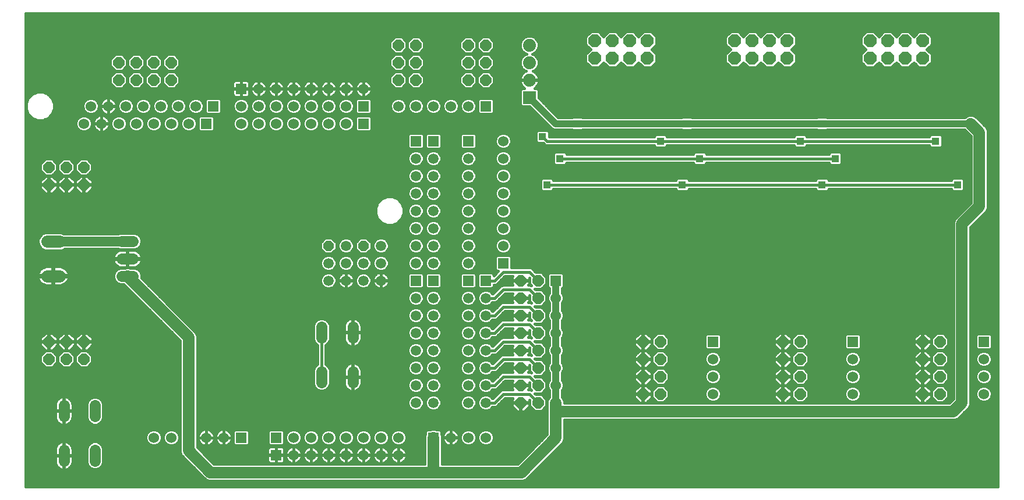
<source format=gbl>
G75*
G70*
%OFA0B0*%
%FSLAX24Y24*%
%IPPOS*%
%LPD*%
%AMOC8*
5,1,8,0,0,1.08239X$1,22.5*
%
%ADD10R,0.0600X0.0600*%
%ADD11C,0.0600*%
%ADD12OC8,0.0590*%
%ADD13C,0.0590*%
%ADD14R,0.0590X0.0590*%
%ADD15OC8,0.0740*%
%ADD16R,0.0740X0.0740*%
%ADD17C,0.0740*%
%ADD18OC8,0.0640*%
%ADD19C,0.0710*%
%ADD20C,0.0640*%
%ADD21C,0.0160*%
%ADD22R,0.0436X0.0436*%
%ADD23C,0.0400*%
%ADD24C,0.0660*%
%ADD25C,0.0560*%
D10*
X012680Y003380D03*
X014680Y003380D03*
X014680Y002380D03*
X023680Y003380D03*
X039680Y008880D03*
X047680Y008880D03*
X055180Y008880D03*
X030680Y012380D03*
X027680Y013380D03*
X019680Y021380D03*
X019680Y022380D03*
X012680Y023380D03*
X011080Y022380D03*
X010680Y021380D03*
X026680Y022380D03*
D11*
X025680Y022380D03*
X024680Y022380D03*
X023680Y022380D03*
X022680Y022380D03*
X021680Y022380D03*
X019680Y023380D03*
X018680Y023380D03*
X017680Y023380D03*
X016680Y023380D03*
X015680Y023380D03*
X014680Y023380D03*
X013680Y023380D03*
X013680Y022380D03*
X012680Y022380D03*
X012680Y021380D03*
X013680Y021380D03*
X014680Y021380D03*
X015680Y021380D03*
X016680Y021380D03*
X017680Y021380D03*
X018680Y021380D03*
X018680Y022380D03*
X017680Y022380D03*
X016680Y022380D03*
X015680Y022380D03*
X014680Y022380D03*
X010080Y022380D03*
X009080Y022380D03*
X008080Y022380D03*
X007080Y022380D03*
X006080Y022380D03*
X005080Y022380D03*
X004080Y022380D03*
X003680Y021380D03*
X004680Y021380D03*
X005680Y021380D03*
X006680Y021380D03*
X007680Y021380D03*
X008680Y021380D03*
X009680Y021380D03*
X027680Y020380D03*
X027680Y019380D03*
X027680Y018380D03*
X027680Y017380D03*
X027680Y016380D03*
X027680Y015380D03*
X027680Y014380D03*
X030680Y011380D03*
X030680Y010380D03*
X030680Y009380D03*
X030680Y008380D03*
X030680Y007380D03*
X030680Y006380D03*
X030680Y005380D03*
X026680Y003380D03*
X025680Y003380D03*
X024680Y003380D03*
X021680Y003380D03*
X020680Y003380D03*
X019680Y003380D03*
X018680Y003380D03*
X017680Y003380D03*
X016680Y003380D03*
X015680Y003380D03*
X015680Y002380D03*
X016680Y002380D03*
X017680Y002380D03*
X018680Y002380D03*
X019680Y002380D03*
X020680Y002380D03*
X021680Y002380D03*
X011680Y003380D03*
X010680Y003380D03*
X009680Y003380D03*
X008680Y003380D03*
X007680Y003380D03*
X039680Y005880D03*
X039680Y006880D03*
X039680Y007880D03*
X047680Y007880D03*
X047680Y006880D03*
X047680Y005880D03*
X055180Y005880D03*
X055180Y006880D03*
X055180Y007880D03*
D12*
X019680Y014380D03*
X017680Y014380D03*
D13*
X018680Y014380D03*
X020680Y014380D03*
X020680Y013380D03*
X019680Y013380D03*
X018680Y013380D03*
X017680Y013380D03*
X017680Y012380D03*
X018680Y012380D03*
X019680Y012380D03*
X020680Y012380D03*
X022680Y013380D03*
X023680Y013380D03*
X025680Y013380D03*
X025680Y014380D03*
X025680Y015380D03*
X023680Y015380D03*
X022680Y015380D03*
X022680Y014380D03*
X023680Y014380D03*
X023680Y016380D03*
X022680Y016380D03*
X022680Y017380D03*
X023680Y017380D03*
X025680Y017380D03*
X025680Y016380D03*
X025680Y018380D03*
X025680Y019380D03*
X023680Y019380D03*
X022680Y019380D03*
X022680Y018380D03*
X023680Y018380D03*
X023680Y011380D03*
X022680Y011380D03*
X022680Y010380D03*
X023680Y010380D03*
X023680Y009380D03*
X022680Y009380D03*
X022680Y008380D03*
X023680Y008380D03*
X023680Y007380D03*
X022680Y007380D03*
X022680Y006380D03*
X023680Y006380D03*
X023680Y005380D03*
X022680Y005380D03*
X025680Y005380D03*
X026680Y005380D03*
X026680Y006380D03*
X025680Y006380D03*
X025680Y007380D03*
X026680Y007380D03*
X026680Y008380D03*
X025680Y008380D03*
X025680Y009380D03*
X026680Y009380D03*
X026680Y010380D03*
X025680Y010380D03*
X025680Y011380D03*
X026680Y011380D03*
D14*
X026680Y012380D03*
X025680Y012380D03*
X023680Y012380D03*
X022680Y012380D03*
X022680Y020380D03*
X023680Y020380D03*
X025680Y020380D03*
D15*
X032930Y025130D03*
X033930Y025130D03*
X034930Y025130D03*
X035930Y025130D03*
X035930Y026130D03*
X034930Y026130D03*
X033930Y026130D03*
X032930Y026130D03*
X040930Y026130D03*
X041930Y026130D03*
X042930Y026130D03*
X043930Y026130D03*
X043930Y025130D03*
X042930Y025130D03*
X041930Y025130D03*
X040930Y025130D03*
X048680Y025130D03*
X049680Y025130D03*
X050680Y025130D03*
X051680Y025130D03*
X051680Y026130D03*
X050680Y026130D03*
X049680Y026130D03*
X048680Y026130D03*
D16*
X029180Y022880D03*
D17*
X029180Y023880D03*
X029180Y024880D03*
X029180Y025880D03*
D18*
X026680Y025880D03*
X025680Y025880D03*
X025680Y024880D03*
X026680Y024880D03*
X026680Y023880D03*
X025680Y023880D03*
X022680Y023880D03*
X021680Y023880D03*
X021680Y024880D03*
X022680Y024880D03*
X022680Y025880D03*
X021680Y025880D03*
X008680Y024880D03*
X007680Y024880D03*
X006680Y024880D03*
X005680Y024880D03*
X005680Y023880D03*
X006680Y023880D03*
X007680Y023880D03*
X008680Y023880D03*
X003680Y018880D03*
X002680Y018880D03*
X001680Y018880D03*
X001680Y017880D03*
X002680Y017880D03*
X003680Y017880D03*
X003680Y008880D03*
X002680Y008880D03*
X001680Y008880D03*
X001680Y007880D03*
X002680Y007880D03*
X003680Y007880D03*
X028680Y007380D03*
X029680Y007380D03*
X029680Y008380D03*
X028680Y008380D03*
X028680Y009380D03*
X029680Y009380D03*
X029680Y010380D03*
X028680Y010380D03*
X028680Y011380D03*
X029680Y011380D03*
X029680Y012380D03*
X028680Y012380D03*
X035680Y008880D03*
X036680Y008880D03*
X036680Y007880D03*
X035680Y007880D03*
X035680Y006880D03*
X036680Y006880D03*
X036680Y005880D03*
X035680Y005880D03*
X035680Y004880D03*
X036680Y004880D03*
X043680Y004880D03*
X044680Y004880D03*
X044680Y005880D03*
X043680Y005880D03*
X043680Y006880D03*
X044680Y006880D03*
X044680Y007880D03*
X043680Y007880D03*
X043680Y008880D03*
X044680Y008880D03*
X051680Y008880D03*
X052680Y008880D03*
X052680Y007880D03*
X051680Y007880D03*
X051680Y006880D03*
X052680Y006880D03*
X052680Y005880D03*
X051680Y005880D03*
X051680Y004880D03*
X052680Y004880D03*
X029680Y005380D03*
X028680Y005380D03*
X028680Y006380D03*
X029680Y006380D03*
D19*
X002285Y012646D02*
X001575Y012646D01*
X001575Y014614D02*
X002285Y014614D01*
D20*
X005860Y014630D02*
X006500Y014630D01*
X006500Y013630D02*
X005860Y013630D01*
X005860Y012630D02*
X006500Y012630D01*
X017290Y009730D02*
X017290Y009090D01*
X019070Y009090D02*
X019070Y009730D01*
X019070Y007170D02*
X019070Y006530D01*
X017290Y006530D02*
X017290Y007170D01*
X004320Y005230D02*
X004320Y004590D01*
X002540Y004590D02*
X002540Y005230D01*
X002540Y002670D02*
X002540Y002030D01*
X004320Y002030D02*
X004320Y002670D01*
D21*
X000360Y000560D02*
X000360Y027700D01*
X056000Y027700D01*
X056000Y000560D01*
X000360Y000560D01*
X000360Y000697D02*
X056000Y000697D01*
X056000Y000856D02*
X000360Y000856D01*
X000360Y001014D02*
X010603Y001014D01*
X010652Y000965D02*
X010833Y000890D01*
X028809Y000890D01*
X028989Y000965D01*
X030958Y002933D01*
X031095Y003071D01*
X031170Y003251D01*
X031170Y004390D01*
X053527Y004390D01*
X053708Y004465D01*
X054208Y004965D01*
X054345Y005102D01*
X054420Y005283D01*
X054420Y015427D01*
X055208Y016215D01*
X055345Y016352D01*
X055420Y016533D01*
X055420Y020977D01*
X055345Y021158D01*
X054708Y021795D01*
X054527Y021870D01*
X054333Y021870D01*
X054152Y021795D01*
X054097Y021740D01*
X046232Y021740D01*
X046214Y021758D01*
X045646Y021758D01*
X045628Y021740D01*
X038482Y021740D01*
X038464Y021758D01*
X037896Y021758D01*
X037878Y021740D01*
X032232Y021740D01*
X032214Y021758D01*
X031646Y021758D01*
X031628Y021740D01*
X030829Y021740D01*
X029710Y022859D01*
X029710Y023316D01*
X029616Y023410D01*
X029469Y023410D01*
X029538Y023460D01*
X029600Y023522D01*
X029650Y023592D01*
X029690Y023669D01*
X029716Y023751D01*
X029730Y023837D01*
X029730Y023860D01*
X029200Y023860D01*
X029200Y023900D01*
X029730Y023900D01*
X029730Y023923D01*
X029716Y024009D01*
X029690Y024091D01*
X029650Y024168D01*
X029600Y024238D01*
X029538Y024300D01*
X029468Y024350D01*
X029391Y024390D01*
X029386Y024391D01*
X029480Y024431D01*
X029629Y024580D01*
X029710Y024775D01*
X029710Y024985D01*
X029629Y025180D01*
X029480Y025329D01*
X029358Y025380D01*
X029480Y025431D01*
X029629Y025580D01*
X029710Y025775D01*
X029710Y025985D01*
X029629Y026180D01*
X029480Y026329D01*
X029285Y026410D01*
X029075Y026410D01*
X028880Y026329D01*
X028731Y026180D01*
X028650Y025985D01*
X028650Y025775D01*
X028731Y025580D01*
X028880Y025431D01*
X029002Y025380D01*
X028880Y025329D01*
X028731Y025180D01*
X028650Y024985D01*
X028650Y024775D01*
X028731Y024580D01*
X028880Y024431D01*
X028974Y024391D01*
X028969Y024390D01*
X028892Y024350D01*
X028822Y024300D01*
X028760Y024238D01*
X028710Y024168D01*
X028670Y024091D01*
X028644Y024009D01*
X028630Y023923D01*
X028630Y023900D01*
X029160Y023900D01*
X029160Y023860D01*
X028630Y023860D01*
X028630Y023837D01*
X028644Y023751D01*
X028670Y023669D01*
X028710Y023592D01*
X028760Y023522D01*
X028822Y023460D01*
X028891Y023410D01*
X028744Y023410D01*
X028650Y023316D01*
X028650Y022444D01*
X028744Y022350D01*
X029201Y022350D01*
X030476Y021075D01*
X030608Y021020D01*
X031628Y021020D01*
X031646Y021002D01*
X032214Y021002D01*
X032232Y021020D01*
X037878Y021020D01*
X037896Y021002D01*
X038464Y021002D01*
X038482Y021020D01*
X045628Y021020D01*
X045646Y021002D01*
X046214Y021002D01*
X046232Y021020D01*
X054097Y021020D01*
X054440Y020677D01*
X054440Y016833D01*
X053515Y015908D01*
X053440Y015727D01*
X053440Y005583D01*
X053227Y005370D01*
X031170Y005370D01*
X031170Y005477D01*
X031095Y005658D01*
X031040Y005713D01*
X031040Y006089D01*
X031070Y006119D01*
X031140Y006288D01*
X031140Y006471D01*
X031070Y006641D01*
X031040Y006671D01*
X031040Y007089D01*
X031070Y007119D01*
X031140Y007288D01*
X031140Y007471D01*
X031070Y007641D01*
X031040Y007671D01*
X035182Y007671D01*
X035180Y007673D02*
X035473Y007380D01*
X035180Y007087D01*
X035180Y006900D01*
X035660Y006900D01*
X035660Y007380D01*
X035473Y007380D01*
X035660Y007380D01*
X035660Y007860D01*
X035180Y007860D01*
X035180Y007673D01*
X035180Y007830D02*
X031040Y007830D01*
X031040Y007988D02*
X035180Y007988D01*
X035180Y007900D02*
X035660Y007900D01*
X035660Y008380D01*
X035660Y008860D01*
X035180Y008860D01*
X035180Y008673D01*
X035473Y008380D01*
X035660Y008380D01*
X035473Y008380D01*
X035180Y008087D01*
X035180Y007900D01*
X035239Y008147D02*
X031081Y008147D01*
X031070Y008119D02*
X031140Y008288D01*
X031140Y008471D01*
X031070Y008641D01*
X031040Y008671D01*
X031040Y009089D01*
X031070Y009119D01*
X031140Y009288D01*
X031140Y009471D01*
X031070Y009641D01*
X031040Y009671D01*
X031040Y010089D01*
X031070Y010119D01*
X031140Y010288D01*
X031140Y010471D01*
X031070Y010641D01*
X031040Y010671D01*
X031040Y011089D01*
X031070Y011119D01*
X031140Y011288D01*
X031140Y011471D01*
X031070Y011641D01*
X031040Y011671D01*
X031040Y011920D01*
X031046Y011920D01*
X031140Y012014D01*
X031140Y012746D01*
X031046Y012840D01*
X030314Y012840D01*
X030220Y012746D01*
X030220Y012014D01*
X030314Y011920D01*
X030320Y011920D01*
X030320Y011671D01*
X030290Y011641D01*
X030220Y011471D01*
X030220Y011288D01*
X030290Y011119D01*
X030320Y011089D01*
X030320Y010671D01*
X030290Y010641D01*
X030220Y010471D01*
X030220Y010288D01*
X030290Y010119D01*
X030320Y010089D01*
X030320Y009671D01*
X030290Y009641D01*
X030220Y009471D01*
X030220Y009288D01*
X030290Y009119D01*
X030320Y009089D01*
X030320Y008671D01*
X030290Y008641D01*
X030220Y008471D01*
X030220Y008288D01*
X030290Y008119D01*
X030320Y008089D01*
X030320Y007671D01*
X030068Y007671D01*
X030160Y007579D02*
X029879Y007860D01*
X029539Y007860D01*
X029499Y007900D01*
X029879Y007900D01*
X030160Y008181D01*
X030160Y008579D01*
X029879Y008860D01*
X029539Y008860D01*
X029499Y008900D01*
X029879Y008900D01*
X030160Y009181D01*
X030160Y009579D01*
X029879Y009860D01*
X029539Y009860D01*
X029499Y009900D01*
X029879Y009900D01*
X030160Y010181D01*
X030160Y010579D01*
X029879Y010860D01*
X029539Y010860D01*
X029499Y010900D01*
X029879Y010900D01*
X030160Y011181D01*
X030160Y011579D01*
X029879Y011860D01*
X029539Y011860D01*
X029499Y011900D01*
X029879Y011900D01*
X030160Y012181D01*
X030160Y012579D01*
X029879Y012860D01*
X029539Y012860D01*
X029316Y013083D01*
X029228Y013120D01*
X028140Y013120D01*
X028140Y013746D01*
X028046Y013840D01*
X027314Y013840D01*
X027220Y013746D01*
X027220Y013014D01*
X027314Y012920D01*
X027381Y012920D01*
X027135Y012674D01*
X027135Y012741D01*
X027041Y012835D01*
X026319Y012835D01*
X026225Y012741D01*
X026225Y012019D01*
X026319Y011925D01*
X027041Y011925D01*
X027135Y012019D01*
X027135Y012140D01*
X027228Y012140D01*
X027316Y012177D01*
X027779Y012640D01*
X028233Y012640D01*
X028180Y012587D01*
X028180Y012400D01*
X028660Y012400D01*
X028660Y012360D01*
X028180Y012360D01*
X028180Y012173D01*
X028233Y012120D01*
X027632Y012120D01*
X027544Y012083D01*
X027477Y012016D01*
X027081Y011620D01*
X027073Y011620D01*
X027066Y011638D01*
X026938Y011766D01*
X026771Y011835D01*
X026589Y011835D01*
X026422Y011766D01*
X026294Y011638D01*
X026225Y011471D01*
X026225Y011289D01*
X026294Y011122D01*
X026422Y010994D01*
X026589Y010925D01*
X026771Y010925D01*
X026938Y010994D01*
X027066Y011122D01*
X027073Y011140D01*
X027228Y011140D01*
X027316Y011177D01*
X027779Y011640D01*
X028233Y011640D01*
X028180Y011587D01*
X028180Y011400D01*
X028660Y011400D01*
X028660Y011360D01*
X028180Y011360D01*
X028180Y011173D01*
X028233Y011120D01*
X027632Y011120D01*
X027544Y011083D01*
X027081Y010620D01*
X027073Y010620D01*
X027066Y010638D01*
X026938Y010766D01*
X026771Y010835D01*
X026589Y010835D01*
X026422Y010766D01*
X026294Y010638D01*
X026225Y010471D01*
X026225Y010289D01*
X026294Y010122D01*
X026422Y009994D01*
X026589Y009925D01*
X026771Y009925D01*
X026938Y009994D01*
X027066Y010122D01*
X027073Y010140D01*
X027228Y010140D01*
X027316Y010177D01*
X027779Y010640D01*
X028233Y010640D01*
X028180Y010587D01*
X028180Y010400D01*
X028660Y010400D01*
X028660Y010360D01*
X028180Y010360D01*
X028180Y010173D01*
X028233Y010120D01*
X027632Y010120D01*
X027544Y010083D01*
X027477Y010016D01*
X027081Y009620D01*
X027073Y009620D01*
X027066Y009638D01*
X026938Y009766D01*
X026771Y009835D01*
X026589Y009835D01*
X026422Y009766D01*
X026294Y009638D01*
X026225Y009471D01*
X026225Y009289D01*
X026294Y009122D01*
X026422Y008994D01*
X026589Y008925D01*
X026771Y008925D01*
X026938Y008994D01*
X027066Y009122D01*
X027073Y009140D01*
X027228Y009140D01*
X027316Y009177D01*
X027779Y009640D01*
X028233Y009640D01*
X028180Y009587D01*
X028180Y009400D01*
X028660Y009400D01*
X028660Y009360D01*
X028180Y009360D01*
X028180Y009173D01*
X028233Y009120D01*
X027632Y009120D01*
X027544Y009083D01*
X027477Y009016D01*
X027081Y008620D01*
X027073Y008620D01*
X027066Y008638D01*
X026938Y008766D01*
X026771Y008835D01*
X026589Y008835D01*
X026422Y008766D01*
X026294Y008638D01*
X026225Y008471D01*
X026225Y008289D01*
X026294Y008122D01*
X026422Y007994D01*
X026589Y007925D01*
X026771Y007925D01*
X026938Y007994D01*
X027066Y008122D01*
X027073Y008140D01*
X027228Y008140D01*
X027316Y008177D01*
X027779Y008640D01*
X028233Y008640D01*
X028180Y008587D01*
X028180Y008400D01*
X028660Y008400D01*
X028660Y008360D01*
X028180Y008360D01*
X028180Y008173D01*
X028233Y008120D01*
X027632Y008120D01*
X027544Y008083D01*
X027477Y008016D01*
X027081Y007620D01*
X027073Y007620D01*
X027066Y007638D01*
X026938Y007766D01*
X026771Y007835D01*
X026589Y007835D01*
X026422Y007766D01*
X026294Y007638D01*
X026225Y007471D01*
X026225Y007289D01*
X026294Y007122D01*
X026422Y006994D01*
X026589Y006925D01*
X026771Y006925D01*
X026938Y006994D01*
X027066Y007122D01*
X027073Y007140D01*
X027228Y007140D01*
X027316Y007177D01*
X027779Y007640D01*
X028233Y007640D01*
X028180Y007587D01*
X028180Y007400D01*
X028660Y007400D01*
X028660Y007360D01*
X028180Y007360D01*
X028180Y007173D01*
X028233Y007120D01*
X027632Y007120D01*
X027544Y007083D01*
X027477Y007016D01*
X027081Y006620D01*
X027073Y006620D01*
X027066Y006638D01*
X026938Y006766D01*
X026771Y006835D01*
X026589Y006835D01*
X026422Y006766D01*
X026294Y006638D01*
X026225Y006471D01*
X026225Y006289D01*
X026294Y006122D01*
X026422Y005994D01*
X026589Y005925D01*
X026771Y005925D01*
X026938Y005994D01*
X027066Y006122D01*
X027073Y006140D01*
X027228Y006140D01*
X027316Y006177D01*
X027779Y006640D01*
X028233Y006640D01*
X028180Y006587D01*
X028180Y006400D01*
X028660Y006400D01*
X028660Y006360D01*
X028180Y006360D01*
X028180Y006173D01*
X028233Y006120D01*
X027632Y006120D01*
X027544Y006083D01*
X027477Y006016D01*
X027081Y005620D01*
X027073Y005620D01*
X027066Y005638D01*
X026938Y005766D01*
X026771Y005835D01*
X026589Y005835D01*
X026422Y005766D01*
X026294Y005638D01*
X026225Y005471D01*
X026225Y005289D01*
X026294Y005122D01*
X026422Y004994D01*
X026589Y004925D01*
X026771Y004925D01*
X026938Y004994D01*
X027066Y005122D01*
X027073Y005140D01*
X027228Y005140D01*
X027316Y005177D01*
X027779Y005640D01*
X028233Y005640D01*
X028180Y005587D01*
X028180Y005400D01*
X028660Y005400D01*
X028660Y005360D01*
X028700Y005360D01*
X028700Y005400D01*
X029180Y005400D01*
X029180Y005541D01*
X029200Y005521D01*
X029200Y005181D01*
X029481Y004900D01*
X029879Y004900D01*
X030160Y005181D01*
X030160Y005579D01*
X029879Y005860D01*
X029539Y005860D01*
X029499Y005900D01*
X029879Y005900D01*
X030160Y006181D01*
X030160Y006579D01*
X029879Y006860D01*
X029539Y006860D01*
X029499Y006900D01*
X029879Y006900D01*
X030160Y007181D01*
X030160Y007579D01*
X030160Y007513D02*
X030237Y007513D01*
X030220Y007471D02*
X030220Y007288D01*
X030290Y007119D01*
X030320Y007089D01*
X030320Y006671D01*
X030290Y006641D01*
X030220Y006471D01*
X030220Y006288D01*
X030290Y006119D01*
X030320Y006089D01*
X030320Y005713D01*
X030265Y005658D01*
X030190Y005477D01*
X030190Y003551D01*
X028509Y001870D01*
X024170Y001870D01*
X024170Y003477D01*
X024140Y003550D01*
X024231Y003550D01*
X024235Y003564D02*
X024212Y003492D01*
X024200Y003418D01*
X024200Y003388D01*
X024672Y003388D01*
X024672Y003860D01*
X024642Y003860D01*
X024568Y003848D01*
X024496Y003825D01*
X024428Y003791D01*
X024367Y003746D01*
X024314Y003693D01*
X024269Y003632D01*
X024235Y003564D01*
X024140Y003550D02*
X024140Y003746D01*
X024046Y003840D01*
X023850Y003840D01*
X023777Y003870D01*
X023583Y003870D01*
X023510Y003840D01*
X023314Y003840D01*
X023220Y003746D01*
X023220Y003550D01*
X022107Y003550D01*
X022140Y003471D02*
X022070Y003641D01*
X021941Y003770D01*
X021771Y003840D01*
X021588Y003840D01*
X021419Y003770D01*
X021290Y003641D01*
X021220Y003471D01*
X021220Y003288D01*
X021290Y003119D01*
X021419Y002990D01*
X021588Y002920D01*
X021771Y002920D01*
X021941Y002990D01*
X022070Y003119D01*
X022140Y003288D01*
X022140Y003471D01*
X022140Y003392D02*
X023190Y003392D01*
X023190Y003477D02*
X023190Y001870D01*
X011133Y001870D01*
X010170Y002833D01*
X010170Y009227D01*
X010095Y009408D01*
X006977Y012526D01*
X006980Y012535D01*
X006980Y012725D01*
X006907Y012902D01*
X006772Y013037D01*
X006595Y013110D01*
X006302Y013110D01*
X006277Y013120D01*
X006083Y013120D01*
X006058Y013110D01*
X005765Y013110D01*
X005588Y013037D01*
X005453Y012902D01*
X005380Y012725D01*
X005380Y012535D01*
X005453Y012358D01*
X005588Y012223D01*
X005765Y012150D01*
X005967Y012150D01*
X009190Y008927D01*
X009190Y002533D01*
X009265Y002352D01*
X010515Y001102D01*
X010652Y000965D01*
X010445Y001173D02*
X000360Y001173D01*
X000360Y001331D02*
X010286Y001331D01*
X010128Y001490D02*
X000360Y001490D01*
X000360Y001648D02*
X002215Y001648D01*
X002214Y001649D02*
X002278Y001602D01*
X002348Y001567D01*
X002423Y001542D01*
X002501Y001530D01*
X002520Y001530D01*
X002520Y002330D01*
X002560Y002330D01*
X002560Y002370D01*
X003040Y002370D01*
X003040Y002709D01*
X003028Y002787D01*
X003003Y002862D01*
X002968Y002932D01*
X002921Y002996D01*
X002866Y003051D01*
X002802Y003098D01*
X002732Y003133D01*
X002657Y003158D01*
X002579Y003170D01*
X002560Y003170D01*
X002560Y002370D01*
X002520Y002370D01*
X002520Y003170D01*
X002501Y003170D01*
X002423Y003158D01*
X002348Y003133D01*
X002278Y003098D01*
X002214Y003051D01*
X002159Y002996D01*
X002112Y002932D01*
X002077Y002862D01*
X002052Y002787D01*
X002040Y002709D01*
X002040Y002370D01*
X002520Y002370D01*
X002520Y002330D01*
X002040Y002330D01*
X002040Y001991D01*
X002052Y001913D01*
X002077Y001838D01*
X002112Y001768D01*
X002159Y001704D01*
X002214Y001649D01*
X002093Y001807D02*
X000360Y001807D01*
X000360Y001965D02*
X002044Y001965D01*
X002040Y002124D02*
X000360Y002124D01*
X000360Y002282D02*
X002040Y002282D01*
X002040Y002441D02*
X000360Y002441D01*
X000360Y002599D02*
X002040Y002599D01*
X002048Y002758D02*
X000360Y002758D01*
X000360Y002916D02*
X002104Y002916D01*
X002246Y003075D02*
X000360Y003075D01*
X000360Y003233D02*
X007243Y003233D01*
X007220Y003288D02*
X007290Y003119D01*
X007419Y002990D01*
X007588Y002920D01*
X007771Y002920D01*
X007941Y002990D01*
X008070Y003119D01*
X008140Y003288D01*
X008140Y003471D01*
X008070Y003641D01*
X007941Y003770D01*
X007771Y003840D01*
X007588Y003840D01*
X007419Y003770D01*
X007290Y003641D01*
X007220Y003471D01*
X007220Y003288D01*
X007220Y003392D02*
X000360Y003392D01*
X000360Y003550D02*
X007253Y003550D01*
X007358Y003709D02*
X000360Y003709D01*
X000360Y003867D02*
X009190Y003867D01*
X009190Y003709D02*
X009002Y003709D01*
X008941Y003770D02*
X008771Y003840D01*
X008588Y003840D01*
X008419Y003770D01*
X008290Y003641D01*
X008220Y003471D01*
X008220Y003288D01*
X008290Y003119D01*
X008419Y002990D01*
X008588Y002920D01*
X008771Y002920D01*
X008941Y002990D01*
X009070Y003119D01*
X009140Y003288D01*
X009140Y003471D01*
X009070Y003641D01*
X008941Y003770D01*
X009107Y003550D02*
X009190Y003550D01*
X009190Y003392D02*
X009140Y003392D01*
X009117Y003233D02*
X009190Y003233D01*
X009190Y003075D02*
X009025Y003075D01*
X009190Y002916D02*
X004738Y002916D01*
X004727Y002942D02*
X004592Y003077D01*
X004415Y003150D01*
X004225Y003150D01*
X004048Y003077D01*
X003913Y002942D01*
X003840Y002765D01*
X003840Y001935D01*
X003913Y001758D01*
X004048Y001623D01*
X004225Y001550D01*
X004415Y001550D01*
X004592Y001623D01*
X004727Y001758D01*
X004800Y001935D01*
X004800Y002765D01*
X004727Y002942D01*
X004594Y003075D02*
X007335Y003075D01*
X008025Y003075D02*
X008335Y003075D01*
X008243Y003233D02*
X008117Y003233D01*
X008140Y003392D02*
X008220Y003392D01*
X008253Y003550D02*
X008107Y003550D01*
X008002Y003709D02*
X008358Y003709D01*
X009190Y004026D02*
X000360Y004026D01*
X000360Y004184D02*
X002248Y004184D01*
X002278Y004162D02*
X002214Y004209D01*
X002159Y004264D01*
X002112Y004328D01*
X002077Y004398D01*
X002052Y004473D01*
X002040Y004551D01*
X002040Y004890D01*
X002520Y004890D01*
X002560Y004890D01*
X002560Y004930D01*
X003040Y004930D01*
X003040Y005269D01*
X003028Y005347D01*
X003003Y005422D01*
X002968Y005492D01*
X002921Y005556D01*
X002866Y005611D01*
X002802Y005658D01*
X002732Y005693D01*
X002657Y005718D01*
X002579Y005730D01*
X002560Y005730D01*
X002560Y004930D01*
X002520Y004930D01*
X002520Y005730D01*
X002501Y005730D01*
X002423Y005718D01*
X002348Y005693D01*
X002278Y005658D01*
X002214Y005611D01*
X002159Y005556D01*
X002112Y005492D01*
X002077Y005422D01*
X002052Y005347D01*
X002040Y005269D01*
X002040Y004930D01*
X002520Y004930D01*
X002520Y004890D01*
X002520Y004090D01*
X002501Y004090D01*
X002423Y004102D01*
X002348Y004127D01*
X002278Y004162D01*
X002520Y004184D02*
X002560Y004184D01*
X002560Y004090D02*
X002579Y004090D01*
X002657Y004102D01*
X002732Y004127D01*
X002802Y004162D01*
X002866Y004209D01*
X002921Y004264D01*
X002968Y004328D01*
X003003Y004398D01*
X003028Y004473D01*
X003040Y004551D01*
X003040Y004890D01*
X002560Y004890D01*
X002560Y004090D01*
X002560Y004343D02*
X002520Y004343D01*
X002520Y004501D02*
X002560Y004501D01*
X002560Y004660D02*
X002520Y004660D01*
X002520Y004818D02*
X002560Y004818D01*
X002560Y004977D02*
X002520Y004977D01*
X002520Y005135D02*
X002560Y005135D01*
X002560Y005294D02*
X002520Y005294D01*
X002520Y005452D02*
X002560Y005452D01*
X002560Y005611D02*
X002520Y005611D01*
X002213Y005611D02*
X000360Y005611D01*
X000360Y005769D02*
X009190Y005769D01*
X009190Y005611D02*
X004618Y005611D01*
X004592Y005637D02*
X004727Y005502D01*
X004800Y005325D01*
X004800Y004495D01*
X004727Y004318D01*
X004592Y004183D01*
X004415Y004110D01*
X004225Y004110D01*
X004048Y004183D01*
X003913Y004318D01*
X003840Y004495D01*
X003840Y005325D01*
X003913Y005502D01*
X004048Y005637D01*
X004225Y005710D01*
X004415Y005710D01*
X004592Y005637D01*
X004748Y005452D02*
X009190Y005452D01*
X009190Y005294D02*
X004800Y005294D01*
X004800Y005135D02*
X009190Y005135D01*
X009190Y004977D02*
X004800Y004977D01*
X004800Y004818D02*
X009190Y004818D01*
X009190Y004660D02*
X004800Y004660D01*
X004800Y004501D02*
X009190Y004501D01*
X009190Y004343D02*
X004737Y004343D01*
X004593Y004184D02*
X009190Y004184D01*
X010170Y004184D02*
X030190Y004184D01*
X030190Y004026D02*
X010170Y004026D01*
X010170Y003867D02*
X023575Y003867D01*
X023785Y003867D02*
X030190Y003867D01*
X030190Y003709D02*
X027002Y003709D01*
X026941Y003770D02*
X026771Y003840D01*
X026588Y003840D01*
X026419Y003770D01*
X026290Y003641D01*
X026220Y003471D01*
X026220Y003288D01*
X026290Y003119D01*
X026419Y002990D01*
X026588Y002920D01*
X026771Y002920D01*
X026941Y002990D01*
X027070Y003119D01*
X027140Y003288D01*
X027140Y003471D01*
X027070Y003641D01*
X026941Y003770D01*
X027107Y003550D02*
X030189Y003550D01*
X030030Y003392D02*
X027140Y003392D01*
X027117Y003233D02*
X029872Y003233D01*
X029713Y003075D02*
X027025Y003075D01*
X026335Y003075D02*
X026025Y003075D01*
X026070Y003119D02*
X025941Y002990D01*
X025771Y002920D01*
X025588Y002920D01*
X025419Y002990D01*
X025290Y003119D01*
X025220Y003288D01*
X025220Y003471D01*
X025290Y003641D01*
X025419Y003770D01*
X025588Y003840D01*
X025771Y003840D01*
X025941Y003770D01*
X026070Y003641D01*
X026140Y003471D01*
X026140Y003288D01*
X026070Y003119D01*
X026117Y003233D02*
X026243Y003233D01*
X026220Y003392D02*
X026140Y003392D01*
X026107Y003550D02*
X026253Y003550D01*
X026358Y003709D02*
X026002Y003709D01*
X025358Y003709D02*
X025030Y003709D01*
X025046Y003693D02*
X024993Y003746D01*
X024932Y003791D01*
X024864Y003825D01*
X024792Y003848D01*
X024718Y003860D01*
X024688Y003860D01*
X024688Y003388D01*
X024672Y003388D01*
X024672Y003372D01*
X024200Y003372D01*
X024200Y003342D01*
X024212Y003268D01*
X024235Y003196D01*
X024269Y003128D01*
X024314Y003067D01*
X024367Y003014D01*
X024428Y002969D01*
X024496Y002935D01*
X024568Y002912D01*
X024642Y002900D01*
X024672Y002900D01*
X024672Y003372D01*
X024688Y003372D01*
X024688Y003388D01*
X025160Y003388D01*
X025160Y003418D01*
X025148Y003492D01*
X025125Y003564D01*
X025091Y003632D01*
X025046Y003693D01*
X025129Y003550D02*
X025253Y003550D01*
X025220Y003392D02*
X025160Y003392D01*
X025160Y003372D02*
X024688Y003372D01*
X024688Y002900D01*
X024718Y002900D01*
X024792Y002912D01*
X024864Y002935D01*
X024932Y002969D01*
X024993Y003014D01*
X025046Y003067D01*
X025091Y003128D01*
X025125Y003196D01*
X025148Y003268D01*
X025160Y003342D01*
X025160Y003372D01*
X025137Y003233D02*
X025243Y003233D01*
X025335Y003075D02*
X025051Y003075D01*
X024805Y002916D02*
X029555Y002916D01*
X029396Y002758D02*
X024170Y002758D01*
X024170Y002916D02*
X024555Y002916D01*
X024672Y002916D02*
X024688Y002916D01*
X024672Y003075D02*
X024688Y003075D01*
X024672Y003233D02*
X024688Y003233D01*
X024672Y003392D02*
X024688Y003392D01*
X024672Y003550D02*
X024688Y003550D01*
X024672Y003709D02*
X024688Y003709D01*
X024330Y003709D02*
X024140Y003709D01*
X024170Y003392D02*
X024200Y003392D01*
X024223Y003233D02*
X024170Y003233D01*
X024170Y003075D02*
X024309Y003075D01*
X024170Y002599D02*
X029238Y002599D01*
X029079Y002441D02*
X024170Y002441D01*
X024170Y002282D02*
X028921Y002282D01*
X028762Y002124D02*
X024170Y002124D01*
X024170Y001965D02*
X028604Y001965D01*
X029355Y001331D02*
X056000Y001331D01*
X056000Y001173D02*
X029197Y001173D01*
X029038Y001014D02*
X056000Y001014D01*
X056000Y001490D02*
X029514Y001490D01*
X029672Y001648D02*
X056000Y001648D01*
X056000Y001807D02*
X029831Y001807D01*
X029989Y001965D02*
X056000Y001965D01*
X056000Y002124D02*
X030148Y002124D01*
X030306Y002282D02*
X056000Y002282D01*
X056000Y002441D02*
X030465Y002441D01*
X030623Y002599D02*
X056000Y002599D01*
X056000Y002758D02*
X030782Y002758D01*
X030940Y002916D02*
X056000Y002916D01*
X056000Y003075D02*
X031097Y003075D01*
X031163Y003233D02*
X056000Y003233D01*
X056000Y003392D02*
X031170Y003392D01*
X031170Y003550D02*
X056000Y003550D01*
X056000Y003709D02*
X031170Y003709D01*
X031170Y003867D02*
X056000Y003867D01*
X056000Y004026D02*
X031170Y004026D01*
X031170Y004184D02*
X056000Y004184D01*
X056000Y004343D02*
X031170Y004343D01*
X030190Y004343D02*
X010170Y004343D01*
X010170Y004501D02*
X030190Y004501D01*
X030190Y004660D02*
X010170Y004660D01*
X010170Y004818D02*
X030190Y004818D01*
X030190Y004977D02*
X029955Y004977D01*
X030114Y005135D02*
X030190Y005135D01*
X030190Y005294D02*
X030160Y005294D01*
X030160Y005452D02*
X030190Y005452D01*
X030245Y005611D02*
X030128Y005611D01*
X029970Y005769D02*
X030320Y005769D01*
X030320Y005928D02*
X029906Y005928D01*
X030065Y006086D02*
X030320Y006086D01*
X030238Y006245D02*
X030160Y006245D01*
X030160Y006403D02*
X030220Y006403D01*
X030257Y006562D02*
X030160Y006562D01*
X030019Y006720D02*
X030320Y006720D01*
X030320Y006879D02*
X029521Y006879D01*
X029285Y007096D02*
X029228Y007120D01*
X029127Y007120D01*
X029180Y007173D01*
X029180Y007360D01*
X028700Y007360D01*
X028700Y007400D01*
X029180Y007400D01*
X029180Y007541D01*
X029200Y007521D01*
X029200Y007181D01*
X029285Y007096D01*
X029200Y007196D02*
X029180Y007196D01*
X029180Y007354D02*
X029200Y007354D01*
X029200Y007513D02*
X029180Y007513D01*
X029180Y007880D02*
X029680Y007380D01*
X030160Y007354D02*
X030220Y007354D01*
X030220Y007471D02*
X030290Y007641D01*
X030320Y007671D01*
X030320Y007830D02*
X029909Y007830D01*
X029967Y007988D02*
X030320Y007988D01*
X030279Y008147D02*
X030125Y008147D01*
X030160Y008305D02*
X030220Y008305D01*
X030220Y008464D02*
X030160Y008464D01*
X030117Y008622D02*
X030282Y008622D01*
X030320Y008781D02*
X029958Y008781D01*
X029918Y008939D02*
X030320Y008939D01*
X030312Y009098D02*
X030076Y009098D01*
X030160Y009256D02*
X030233Y009256D01*
X030220Y009415D02*
X030160Y009415D01*
X030160Y009573D02*
X030262Y009573D01*
X030320Y009732D02*
X030007Y009732D01*
X030027Y010049D02*
X030320Y010049D01*
X030320Y009890D02*
X029509Y009890D01*
X029285Y010096D02*
X029200Y010181D01*
X029200Y010521D01*
X029180Y010541D01*
X029180Y010400D01*
X028700Y010400D01*
X028700Y010360D01*
X029180Y010360D01*
X029180Y010173D01*
X029127Y010120D01*
X029228Y010120D01*
X029285Y010096D01*
X029200Y010207D02*
X029180Y010207D01*
X029200Y010366D02*
X028700Y010366D01*
X028660Y010366D02*
X027505Y010366D01*
X027663Y010524D02*
X028180Y010524D01*
X028180Y010207D02*
X027346Y010207D01*
X027509Y010049D02*
X026992Y010049D01*
X026972Y009732D02*
X027192Y009732D01*
X027351Y009890D02*
X019544Y009890D01*
X019533Y009922D02*
X019498Y009992D01*
X019451Y010056D01*
X019396Y010111D01*
X019332Y010158D01*
X019262Y010193D01*
X019187Y010218D01*
X019109Y010230D01*
X019090Y010230D01*
X019090Y009430D01*
X019050Y009430D01*
X019050Y010230D01*
X019031Y010230D01*
X018953Y010218D01*
X018878Y010193D01*
X018808Y010158D01*
X018744Y010111D01*
X018689Y010056D01*
X018642Y009992D01*
X018607Y009922D01*
X018582Y009847D01*
X018570Y009769D01*
X018570Y009430D01*
X019050Y009430D01*
X019050Y009390D01*
X018570Y009390D01*
X018570Y009051D01*
X018582Y008973D01*
X018607Y008898D01*
X018642Y008828D01*
X018689Y008764D01*
X018744Y008709D01*
X018808Y008662D01*
X018878Y008627D01*
X018953Y008602D01*
X019031Y008590D01*
X019050Y008590D01*
X019050Y009390D01*
X019090Y009390D01*
X019090Y009430D01*
X019570Y009430D01*
X019570Y009769D01*
X019558Y009847D01*
X019533Y009922D01*
X019457Y010049D02*
X022368Y010049D01*
X022422Y009994D02*
X022589Y009925D01*
X022771Y009925D01*
X022938Y009994D01*
X023066Y010122D01*
X023135Y010289D01*
X023135Y010471D01*
X023066Y010638D01*
X022938Y010766D01*
X022771Y010835D01*
X022589Y010835D01*
X022422Y010766D01*
X022294Y010638D01*
X022225Y010471D01*
X022225Y010289D01*
X022294Y010122D01*
X022422Y009994D01*
X022422Y009766D02*
X022294Y009638D01*
X022225Y009471D01*
X022225Y009289D01*
X022294Y009122D01*
X022422Y008994D01*
X022589Y008925D01*
X022771Y008925D01*
X022938Y008994D01*
X023066Y009122D01*
X023135Y009289D01*
X023135Y009471D01*
X023066Y009638D01*
X022938Y009766D01*
X022771Y009835D01*
X022589Y009835D01*
X022422Y009766D01*
X022388Y009732D02*
X019570Y009732D01*
X019570Y009573D02*
X022267Y009573D01*
X022225Y009415D02*
X019090Y009415D01*
X019090Y009390D02*
X019570Y009390D01*
X019570Y009051D01*
X019558Y008973D01*
X019533Y008898D01*
X019498Y008828D01*
X019451Y008764D01*
X019396Y008709D01*
X019332Y008662D01*
X019262Y008627D01*
X019187Y008602D01*
X019109Y008590D01*
X019090Y008590D01*
X019090Y009390D01*
X019050Y009415D02*
X017770Y009415D01*
X017770Y009573D02*
X018570Y009573D01*
X018570Y009732D02*
X017770Y009732D01*
X017770Y009825D02*
X017697Y010002D01*
X017562Y010137D01*
X017385Y010210D01*
X017195Y010210D01*
X017018Y010137D01*
X016883Y010002D01*
X016810Y009825D01*
X016810Y008995D01*
X016883Y008818D01*
X017018Y008683D01*
X017050Y008670D01*
X017050Y007590D01*
X017018Y007577D01*
X016883Y007442D01*
X016810Y007265D01*
X016810Y006435D01*
X016883Y006258D01*
X017018Y006123D01*
X017195Y006050D01*
X017385Y006050D01*
X017562Y006123D01*
X017697Y006258D01*
X017770Y006435D01*
X017770Y007265D01*
X017697Y007442D01*
X017562Y007577D01*
X017530Y007590D01*
X017530Y008670D01*
X017562Y008683D01*
X017697Y008818D01*
X017770Y008995D01*
X017770Y009825D01*
X017743Y009890D02*
X018596Y009890D01*
X018683Y010049D02*
X017650Y010049D01*
X017393Y010207D02*
X018920Y010207D01*
X019050Y010207D02*
X019090Y010207D01*
X019220Y010207D02*
X022259Y010207D01*
X022225Y010366D02*
X009137Y010366D01*
X008979Y010524D02*
X022247Y010524D01*
X022339Y010683D02*
X008820Y010683D01*
X008662Y010841D02*
X027302Y010841D01*
X027460Y011000D02*
X026943Y011000D01*
X027271Y011158D02*
X028195Y011158D01*
X028180Y011317D02*
X027456Y011317D01*
X027614Y011475D02*
X028180Y011475D01*
X028226Y011634D02*
X027773Y011634D01*
X027680Y011880D02*
X027180Y011380D01*
X026680Y011380D01*
X026486Y011792D02*
X025874Y011792D01*
X025938Y011766D02*
X025771Y011835D01*
X025589Y011835D01*
X025422Y011766D01*
X025294Y011638D01*
X025225Y011471D01*
X025225Y011289D01*
X025294Y011122D01*
X025422Y010994D01*
X025589Y010925D01*
X025771Y010925D01*
X025938Y010994D01*
X026066Y011122D01*
X026135Y011289D01*
X026135Y011471D01*
X026066Y011638D01*
X025938Y011766D01*
X026067Y011634D02*
X026293Y011634D01*
X026227Y011475D02*
X026133Y011475D01*
X026135Y011317D02*
X026225Y011317D01*
X026279Y011158D02*
X026081Y011158D01*
X025943Y011000D02*
X026417Y011000D01*
X026066Y010638D02*
X025938Y010766D01*
X025771Y010835D01*
X025589Y010835D01*
X025422Y010766D01*
X025294Y010638D01*
X025225Y010471D01*
X025225Y010289D01*
X025294Y010122D01*
X025422Y009994D01*
X025589Y009925D01*
X025771Y009925D01*
X025938Y009994D01*
X026066Y010122D01*
X026135Y010289D01*
X026135Y010471D01*
X026066Y010638D01*
X026021Y010683D02*
X026339Y010683D01*
X026247Y010524D02*
X026113Y010524D01*
X026135Y010366D02*
X026225Y010366D01*
X026259Y010207D02*
X026101Y010207D01*
X025992Y010049D02*
X026368Y010049D01*
X026388Y009732D02*
X025972Y009732D01*
X025938Y009766D02*
X025771Y009835D01*
X025589Y009835D01*
X025422Y009766D01*
X025294Y009638D01*
X025225Y009471D01*
X025225Y009289D01*
X025294Y009122D01*
X025422Y008994D01*
X025589Y008925D01*
X025771Y008925D01*
X025938Y008994D01*
X026066Y009122D01*
X026135Y009289D01*
X026135Y009471D01*
X026066Y009638D01*
X025938Y009766D01*
X026093Y009573D02*
X026267Y009573D01*
X026225Y009415D02*
X026135Y009415D01*
X026121Y009256D02*
X026239Y009256D01*
X026319Y009098D02*
X026041Y009098D01*
X025804Y008939D02*
X026556Y008939D01*
X026458Y008781D02*
X025902Y008781D01*
X025938Y008766D02*
X025771Y008835D01*
X025589Y008835D01*
X025422Y008766D01*
X025294Y008638D01*
X025225Y008471D01*
X025225Y008289D01*
X025294Y008122D01*
X025422Y007994D01*
X025589Y007925D01*
X025771Y007925D01*
X025938Y007994D01*
X026066Y008122D01*
X026135Y008289D01*
X026135Y008471D01*
X026066Y008638D01*
X025938Y008766D01*
X026072Y008622D02*
X026288Y008622D01*
X026225Y008464D02*
X026135Y008464D01*
X026135Y008305D02*
X026225Y008305D01*
X026284Y008147D02*
X026076Y008147D01*
X025923Y007988D02*
X026437Y007988D01*
X026576Y007830D02*
X025784Y007830D01*
X025771Y007835D02*
X025589Y007835D01*
X025422Y007766D01*
X025294Y007638D01*
X025225Y007471D01*
X025225Y007289D01*
X025294Y007122D01*
X025422Y006994D01*
X025589Y006925D01*
X025771Y006925D01*
X025938Y006994D01*
X026066Y007122D01*
X026135Y007289D01*
X026135Y007471D01*
X026066Y007638D01*
X025938Y007766D01*
X025771Y007835D01*
X025576Y007830D02*
X023784Y007830D01*
X023771Y007835D02*
X023589Y007835D01*
X023422Y007766D01*
X023294Y007638D01*
X023225Y007471D01*
X023225Y007289D01*
X023294Y007122D01*
X023422Y006994D01*
X023589Y006925D01*
X023771Y006925D01*
X023938Y006994D01*
X024066Y007122D01*
X024135Y007289D01*
X024135Y007471D01*
X024066Y007638D01*
X023938Y007766D01*
X023771Y007835D01*
X023771Y007925D02*
X023589Y007925D01*
X023422Y007994D01*
X023294Y008122D01*
X023225Y008289D01*
X023225Y008471D01*
X023294Y008638D01*
X023422Y008766D01*
X023589Y008835D01*
X023771Y008835D01*
X023938Y008766D01*
X024066Y008638D01*
X024135Y008471D01*
X024135Y008289D01*
X024066Y008122D01*
X023938Y007994D01*
X023771Y007925D01*
X023923Y007988D02*
X025437Y007988D01*
X025284Y008147D02*
X024076Y008147D01*
X024135Y008305D02*
X025225Y008305D01*
X025225Y008464D02*
X024135Y008464D01*
X024072Y008622D02*
X025288Y008622D01*
X025458Y008781D02*
X023902Y008781D01*
X023804Y008939D02*
X025556Y008939D01*
X025319Y009098D02*
X024041Y009098D01*
X024066Y009122D02*
X024135Y009289D01*
X024135Y009471D01*
X024066Y009638D01*
X023938Y009766D01*
X023771Y009835D01*
X023589Y009835D01*
X023422Y009766D01*
X023294Y009638D01*
X023225Y009471D01*
X023225Y009289D01*
X023294Y009122D01*
X023422Y008994D01*
X023589Y008925D01*
X023771Y008925D01*
X023938Y008994D01*
X024066Y009122D01*
X024121Y009256D02*
X025239Y009256D01*
X025225Y009415D02*
X024135Y009415D01*
X024093Y009573D02*
X025267Y009573D01*
X025388Y009732D02*
X023972Y009732D01*
X023938Y009994D02*
X024066Y010122D01*
X024135Y010289D01*
X024135Y010471D01*
X024066Y010638D01*
X023938Y010766D01*
X023771Y010835D01*
X023589Y010835D01*
X023422Y010766D01*
X023294Y010638D01*
X023225Y010471D01*
X023225Y010289D01*
X023294Y010122D01*
X023422Y009994D01*
X023589Y009925D01*
X023771Y009925D01*
X023938Y009994D01*
X023992Y010049D02*
X025368Y010049D01*
X025259Y010207D02*
X024101Y010207D01*
X024135Y010366D02*
X025225Y010366D01*
X025247Y010524D02*
X024113Y010524D01*
X024021Y010683D02*
X025339Y010683D01*
X025417Y011000D02*
X023943Y011000D01*
X023938Y010994D02*
X024066Y011122D01*
X024135Y011289D01*
X024135Y011471D01*
X024066Y011638D01*
X023938Y011766D01*
X023771Y011835D01*
X023589Y011835D01*
X023422Y011766D01*
X023294Y011638D01*
X023225Y011471D01*
X023225Y011289D01*
X023294Y011122D01*
X023422Y010994D01*
X023589Y010925D01*
X023771Y010925D01*
X023938Y010994D01*
X024081Y011158D02*
X025279Y011158D01*
X025225Y011317D02*
X024135Y011317D01*
X024133Y011475D02*
X025227Y011475D01*
X025293Y011634D02*
X024067Y011634D01*
X023874Y011792D02*
X025486Y011792D01*
X025319Y011925D02*
X026041Y011925D01*
X026135Y012019D01*
X026135Y012741D01*
X026041Y012835D01*
X025319Y012835D01*
X025225Y012741D01*
X025225Y012019D01*
X025319Y011925D01*
X025293Y011951D02*
X024067Y011951D01*
X024041Y011925D02*
X024135Y012019D01*
X024135Y012741D01*
X024041Y012835D01*
X023319Y012835D01*
X023225Y012741D01*
X023225Y012019D01*
X023319Y011925D01*
X024041Y011925D01*
X024135Y012109D02*
X025225Y012109D01*
X025225Y012268D02*
X024135Y012268D01*
X024135Y012426D02*
X025225Y012426D01*
X025225Y012585D02*
X024135Y012585D01*
X024133Y012743D02*
X025227Y012743D01*
X025422Y012994D02*
X025294Y013122D01*
X025225Y013289D01*
X025225Y013471D01*
X025294Y013638D01*
X025422Y013766D01*
X025589Y013835D01*
X025771Y013835D01*
X025938Y013766D01*
X026066Y013638D01*
X026135Y013471D01*
X026135Y013289D01*
X026066Y013122D01*
X025938Y012994D01*
X025771Y012925D01*
X025589Y012925D01*
X025422Y012994D01*
X025357Y013060D02*
X024003Y013060D01*
X024066Y013122D02*
X024135Y013289D01*
X024135Y013471D01*
X024066Y013638D01*
X023938Y013766D01*
X023771Y013835D01*
X023589Y013835D01*
X023422Y013766D01*
X023294Y013638D01*
X023225Y013471D01*
X023225Y013289D01*
X023294Y013122D01*
X023422Y012994D01*
X023589Y012925D01*
X023771Y012925D01*
X023938Y012994D01*
X024066Y013122D01*
X024106Y013219D02*
X025254Y013219D01*
X025225Y013377D02*
X024135Y013377D01*
X024108Y013536D02*
X025252Y013536D01*
X025351Y013694D02*
X024009Y013694D01*
X023938Y013994D02*
X024066Y014122D01*
X024135Y014289D01*
X024135Y014471D01*
X024066Y014638D01*
X023938Y014766D01*
X023771Y014835D01*
X023589Y014835D01*
X023422Y014766D01*
X023294Y014638D01*
X023225Y014471D01*
X023225Y014289D01*
X023294Y014122D01*
X023422Y013994D01*
X023589Y013925D01*
X023771Y013925D01*
X023938Y013994D01*
X023954Y014011D02*
X025406Y014011D01*
X025422Y013994D02*
X025589Y013925D01*
X025771Y013925D01*
X025938Y013994D01*
X026066Y014122D01*
X026135Y014289D01*
X026135Y014471D01*
X026066Y014638D01*
X025938Y014766D01*
X025771Y014835D01*
X025589Y014835D01*
X025422Y014766D01*
X025294Y014638D01*
X025225Y014471D01*
X025225Y014289D01*
X025294Y014122D01*
X025422Y013994D01*
X025275Y014170D02*
X024085Y014170D01*
X024135Y014328D02*
X025225Y014328D01*
X025232Y014487D02*
X024128Y014487D01*
X024058Y014645D02*
X025302Y014645D01*
X025514Y014804D02*
X023846Y014804D01*
X023771Y014925D02*
X023938Y014994D01*
X024066Y015122D01*
X024135Y015289D01*
X024135Y015471D01*
X024066Y015638D01*
X023938Y015766D01*
X023771Y015835D01*
X023589Y015835D01*
X023422Y015766D01*
X023294Y015638D01*
X023225Y015471D01*
X023225Y015289D01*
X023294Y015122D01*
X023422Y014994D01*
X023589Y014925D01*
X023771Y014925D01*
X023860Y014962D02*
X025500Y014962D01*
X025422Y014994D02*
X025589Y014925D01*
X025771Y014925D01*
X025938Y014994D01*
X026066Y015122D01*
X026135Y015289D01*
X026135Y015471D01*
X026066Y015638D01*
X025938Y015766D01*
X025771Y015835D01*
X025589Y015835D01*
X025422Y015766D01*
X025294Y015638D01*
X025225Y015471D01*
X025225Y015289D01*
X025294Y015122D01*
X025422Y014994D01*
X025296Y015121D02*
X024064Y015121D01*
X024131Y015279D02*
X025229Y015279D01*
X025225Y015438D02*
X024135Y015438D01*
X024083Y015596D02*
X025277Y015596D01*
X025411Y015755D02*
X023949Y015755D01*
X023938Y015994D02*
X024066Y016122D01*
X024135Y016289D01*
X024135Y016471D01*
X024066Y016638D01*
X023938Y016766D01*
X023771Y016835D01*
X023589Y016835D01*
X023422Y016766D01*
X023294Y016638D01*
X023225Y016471D01*
X023225Y016289D01*
X023294Y016122D01*
X023422Y015994D01*
X023589Y015925D01*
X023771Y015925D01*
X023938Y015994D01*
X024015Y016072D02*
X025345Y016072D01*
X025294Y016122D02*
X025422Y015994D01*
X025589Y015925D01*
X025771Y015925D01*
X025938Y015994D01*
X026066Y016122D01*
X026135Y016289D01*
X026135Y016471D01*
X026066Y016638D01*
X025938Y016766D01*
X025771Y016835D01*
X025589Y016835D01*
X025422Y016766D01*
X025294Y016638D01*
X025225Y016471D01*
X025225Y016289D01*
X025294Y016122D01*
X025250Y016230D02*
X024110Y016230D01*
X024135Y016389D02*
X025225Y016389D01*
X025257Y016547D02*
X024103Y016547D01*
X023998Y016706D02*
X025362Y016706D01*
X025422Y016994D02*
X025294Y017122D01*
X025225Y017289D01*
X025225Y017471D01*
X025294Y017638D01*
X025422Y017766D01*
X025589Y017835D01*
X025771Y017835D01*
X025938Y017766D01*
X026066Y017638D01*
X026135Y017471D01*
X026135Y017289D01*
X026066Y017122D01*
X025938Y016994D01*
X025771Y016925D01*
X025589Y016925D01*
X025422Y016994D01*
X025394Y017023D02*
X023966Y017023D01*
X023938Y016994D02*
X024066Y017122D01*
X024135Y017289D01*
X024135Y017471D01*
X024066Y017638D01*
X023938Y017766D01*
X023771Y017835D01*
X023589Y017835D01*
X023422Y017766D01*
X023294Y017638D01*
X023225Y017471D01*
X023225Y017289D01*
X023294Y017122D01*
X023422Y016994D01*
X023589Y016925D01*
X023771Y016925D01*
X023938Y016994D01*
X024090Y017181D02*
X025270Y017181D01*
X025225Y017340D02*
X024135Y017340D01*
X024124Y017498D02*
X025236Y017498D01*
X025313Y017657D02*
X024047Y017657D01*
X023819Y017815D02*
X025541Y017815D01*
X025589Y017925D02*
X025771Y017925D01*
X025938Y017994D01*
X026066Y018122D01*
X026135Y018289D01*
X026135Y018471D01*
X026066Y018638D01*
X025938Y018766D01*
X025771Y018835D01*
X025589Y018835D01*
X025422Y018766D01*
X025294Y018638D01*
X025225Y018471D01*
X025225Y018289D01*
X025294Y018122D01*
X025422Y017994D01*
X025589Y017925D01*
X025472Y017974D02*
X023888Y017974D01*
X023938Y017994D02*
X024066Y018122D01*
X024135Y018289D01*
X024135Y018471D01*
X024066Y018638D01*
X023938Y018766D01*
X023771Y018835D01*
X023589Y018835D01*
X023422Y018766D01*
X023294Y018638D01*
X023225Y018471D01*
X023225Y018289D01*
X023294Y018122D01*
X023422Y017994D01*
X023589Y017925D01*
X023771Y017925D01*
X023938Y017994D01*
X024070Y018132D02*
X025290Y018132D01*
X025225Y018291D02*
X024135Y018291D01*
X024135Y018449D02*
X025225Y018449D01*
X025282Y018608D02*
X024078Y018608D01*
X023937Y018766D02*
X025423Y018766D01*
X025422Y018994D02*
X025294Y019122D01*
X025225Y019289D01*
X025225Y019471D01*
X025294Y019638D01*
X025422Y019766D01*
X025589Y019835D01*
X025771Y019835D01*
X025938Y019766D01*
X026066Y019638D01*
X026135Y019471D01*
X026135Y019289D01*
X026066Y019122D01*
X025938Y018994D01*
X025771Y018925D01*
X025589Y018925D01*
X025422Y018994D01*
X025334Y019083D02*
X024026Y019083D01*
X024066Y019122D02*
X024135Y019289D01*
X024135Y019471D01*
X024066Y019638D01*
X023938Y019766D01*
X023771Y019835D01*
X023589Y019835D01*
X023422Y019766D01*
X023294Y019638D01*
X023225Y019471D01*
X023225Y019289D01*
X023294Y019122D01*
X023422Y018994D01*
X023589Y018925D01*
X023771Y018925D01*
X023938Y018994D01*
X024066Y019122D01*
X024115Y019242D02*
X025245Y019242D01*
X025225Y019400D02*
X024135Y019400D01*
X024099Y019559D02*
X025261Y019559D01*
X025374Y019717D02*
X023986Y019717D01*
X024041Y019925D02*
X023319Y019925D01*
X023225Y020019D01*
X023225Y020741D01*
X023319Y020835D01*
X024041Y020835D01*
X024135Y020741D01*
X024135Y020019D01*
X024041Y019925D01*
X024135Y020034D02*
X025225Y020034D01*
X025225Y020019D02*
X025319Y019925D01*
X026041Y019925D01*
X026135Y020019D01*
X026135Y020741D01*
X026041Y020835D01*
X025319Y020835D01*
X025225Y020741D01*
X025225Y020019D01*
X025225Y020193D02*
X024135Y020193D01*
X024135Y020351D02*
X025225Y020351D01*
X025225Y020510D02*
X024135Y020510D01*
X024135Y020668D02*
X025225Y020668D01*
X025310Y020827D02*
X024050Y020827D01*
X023310Y020827D02*
X023050Y020827D01*
X023041Y020835D02*
X022319Y020835D01*
X022225Y020741D01*
X022225Y020019D01*
X022319Y019925D01*
X023041Y019925D01*
X023135Y020019D01*
X023135Y020741D01*
X023041Y020835D01*
X023135Y020668D02*
X023225Y020668D01*
X023225Y020510D02*
X023135Y020510D01*
X023135Y020351D02*
X023225Y020351D01*
X023225Y020193D02*
X023135Y020193D01*
X023135Y020034D02*
X023225Y020034D01*
X022938Y019766D02*
X022771Y019835D01*
X022589Y019835D01*
X022422Y019766D01*
X022294Y019638D01*
X022225Y019471D01*
X022225Y019289D01*
X022294Y019122D01*
X022422Y018994D01*
X022589Y018925D01*
X022771Y018925D01*
X022938Y018994D01*
X023066Y019122D01*
X023135Y019289D01*
X023135Y019471D01*
X023066Y019638D01*
X022938Y019766D01*
X022986Y019717D02*
X023374Y019717D01*
X023261Y019559D02*
X023099Y019559D01*
X023135Y019400D02*
X023225Y019400D01*
X023245Y019242D02*
X023115Y019242D01*
X023026Y019083D02*
X023334Y019083D01*
X023423Y018766D02*
X022937Y018766D01*
X022938Y018766D02*
X022771Y018835D01*
X022589Y018835D01*
X022422Y018766D01*
X022294Y018638D01*
X022225Y018471D01*
X022225Y018289D01*
X022294Y018122D01*
X022422Y017994D01*
X022589Y017925D01*
X022771Y017925D01*
X022938Y017994D01*
X023066Y018122D01*
X023135Y018289D01*
X023135Y018471D01*
X023066Y018638D01*
X022938Y018766D01*
X023078Y018608D02*
X023282Y018608D01*
X023225Y018449D02*
X023135Y018449D01*
X023135Y018291D02*
X023225Y018291D01*
X023290Y018132D02*
X023070Y018132D01*
X022888Y017974D02*
X023472Y017974D01*
X023541Y017815D02*
X022819Y017815D01*
X022771Y017835D02*
X022589Y017835D01*
X022422Y017766D01*
X022294Y017638D01*
X022225Y017471D01*
X022225Y017289D01*
X022294Y017122D01*
X022422Y016994D01*
X022589Y016925D01*
X022771Y016925D01*
X022938Y016994D01*
X023066Y017122D01*
X023135Y017289D01*
X023135Y017471D01*
X023066Y017638D01*
X022938Y017766D01*
X022771Y017835D01*
X022541Y017815D02*
X004180Y017815D01*
X004180Y017860D02*
X003700Y017860D01*
X003700Y017900D01*
X004180Y017900D01*
X004180Y018087D01*
X003887Y018380D01*
X003700Y018380D01*
X003700Y017900D01*
X003660Y017900D01*
X003660Y018380D01*
X003473Y018380D01*
X003180Y018087D01*
X002887Y018380D01*
X002700Y018380D01*
X002700Y017900D01*
X003180Y017900D01*
X003660Y017900D01*
X003660Y017860D01*
X003700Y017860D01*
X003700Y017380D01*
X003887Y017380D01*
X004180Y017673D01*
X004180Y017860D01*
X004180Y017974D02*
X022472Y017974D01*
X022290Y018132D02*
X004135Y018132D01*
X003977Y018291D02*
X022225Y018291D01*
X022225Y018449D02*
X003928Y018449D01*
X003879Y018400D02*
X004160Y018681D01*
X004160Y019079D01*
X003879Y019360D01*
X003481Y019360D01*
X003200Y019079D01*
X003200Y018681D01*
X003481Y018400D01*
X003879Y018400D01*
X003700Y018291D02*
X003660Y018291D01*
X003660Y018132D02*
X003700Y018132D01*
X003700Y017974D02*
X003660Y017974D01*
X003660Y017860D02*
X003180Y017860D01*
X002700Y017860D01*
X002700Y017900D01*
X002660Y017900D01*
X002660Y018380D01*
X002473Y018380D01*
X002180Y018087D01*
X002180Y017900D01*
X002660Y017900D01*
X002660Y017860D01*
X002700Y017860D01*
X002700Y017380D01*
X002887Y017380D01*
X003180Y017673D01*
X003180Y017860D01*
X003180Y017673D01*
X003473Y017380D01*
X003660Y017380D01*
X003660Y017860D01*
X003660Y017815D02*
X003700Y017815D01*
X003700Y017657D02*
X003660Y017657D01*
X003660Y017498D02*
X003700Y017498D01*
X004005Y017498D02*
X022236Y017498D01*
X022225Y017340D02*
X000360Y017340D01*
X000360Y017498D02*
X001355Y017498D01*
X001473Y017380D02*
X001180Y017673D01*
X001180Y017860D01*
X001660Y017860D01*
X001700Y017860D01*
X001700Y017900D01*
X002180Y017900D01*
X002180Y018087D01*
X001887Y018380D01*
X001700Y018380D01*
X001700Y017900D01*
X001660Y017900D01*
X001660Y018380D01*
X001473Y018380D01*
X001180Y018087D01*
X001180Y017900D01*
X001660Y017900D01*
X001660Y017860D01*
X001660Y017380D01*
X001473Y017380D01*
X001660Y017498D02*
X001700Y017498D01*
X001700Y017380D02*
X001887Y017380D01*
X002180Y017673D01*
X002473Y017380D01*
X002660Y017380D01*
X002660Y017860D01*
X002180Y017860D01*
X002180Y017673D01*
X002180Y017860D01*
X001700Y017860D01*
X001700Y017380D01*
X001700Y017657D02*
X001660Y017657D01*
X001660Y017815D02*
X001700Y017815D01*
X001700Y017974D02*
X001660Y017974D01*
X001660Y018132D02*
X001700Y018132D01*
X001700Y018291D02*
X001660Y018291D01*
X001481Y018400D02*
X001879Y018400D01*
X002160Y018681D01*
X002160Y019079D01*
X001879Y019360D01*
X001481Y019360D01*
X001200Y019079D01*
X001200Y018681D01*
X001481Y018400D01*
X001432Y018449D02*
X000360Y018449D01*
X000360Y018291D02*
X001383Y018291D01*
X001225Y018132D02*
X000360Y018132D01*
X000360Y017974D02*
X001180Y017974D01*
X001180Y017815D02*
X000360Y017815D01*
X000360Y017657D02*
X001196Y017657D01*
X002005Y017498D02*
X002355Y017498D01*
X002196Y017657D02*
X002164Y017657D01*
X002180Y017815D02*
X002180Y017815D01*
X002180Y017974D02*
X002180Y017974D01*
X002135Y018132D02*
X002225Y018132D01*
X002383Y018291D02*
X001977Y018291D01*
X001928Y018449D02*
X002432Y018449D01*
X002481Y018400D02*
X002879Y018400D01*
X003160Y018681D01*
X003160Y019079D01*
X002879Y019360D01*
X002481Y019360D01*
X002200Y019079D01*
X002200Y018681D01*
X002481Y018400D01*
X002660Y018291D02*
X002700Y018291D01*
X002700Y018132D02*
X002660Y018132D01*
X002660Y017974D02*
X002700Y017974D01*
X002700Y017815D02*
X002660Y017815D01*
X002660Y017657D02*
X002700Y017657D01*
X002700Y017498D02*
X002660Y017498D01*
X003005Y017498D02*
X003355Y017498D01*
X003196Y017657D02*
X003164Y017657D01*
X003180Y017815D02*
X003180Y017815D01*
X003180Y017900D02*
X003180Y018087D01*
X003180Y017900D01*
X003180Y017974D02*
X003180Y017974D01*
X003135Y018132D02*
X003225Y018132D01*
X003383Y018291D02*
X002977Y018291D01*
X002928Y018449D02*
X003432Y018449D01*
X003274Y018608D02*
X003086Y018608D01*
X003160Y018766D02*
X003200Y018766D01*
X003200Y018925D02*
X003160Y018925D01*
X003156Y019083D02*
X003204Y019083D01*
X003363Y019242D02*
X002997Y019242D01*
X002363Y019242D02*
X001997Y019242D01*
X002156Y019083D02*
X002204Y019083D01*
X002200Y018925D02*
X002160Y018925D01*
X002160Y018766D02*
X002200Y018766D01*
X002274Y018608D02*
X002086Y018608D01*
X001274Y018608D02*
X000360Y018608D01*
X000360Y018766D02*
X001200Y018766D01*
X001200Y018925D02*
X000360Y018925D01*
X000360Y019083D02*
X001204Y019083D01*
X001363Y019242D02*
X000360Y019242D01*
X000360Y019400D02*
X022225Y019400D01*
X022245Y019242D02*
X003997Y019242D01*
X004156Y019083D02*
X022334Y019083D01*
X022423Y018766D02*
X004160Y018766D01*
X004160Y018925D02*
X027578Y018925D01*
X027588Y018920D02*
X027771Y018920D01*
X027941Y018990D01*
X028070Y019119D01*
X028140Y019288D01*
X028140Y019471D01*
X028070Y019641D01*
X027941Y019770D01*
X027771Y019840D01*
X027588Y019840D01*
X027419Y019770D01*
X027290Y019641D01*
X027220Y019471D01*
X027220Y019288D01*
X027290Y019119D01*
X027419Y018990D01*
X027588Y018920D01*
X027588Y018840D02*
X027419Y018770D01*
X027290Y018641D01*
X027220Y018471D01*
X027220Y018288D01*
X027290Y018119D01*
X027419Y017990D01*
X027588Y017920D01*
X027771Y017920D01*
X027941Y017990D01*
X028070Y018119D01*
X028140Y018288D01*
X028140Y018471D01*
X028070Y018641D01*
X027941Y018770D01*
X027771Y018840D01*
X027588Y018840D01*
X027415Y018766D02*
X025937Y018766D01*
X026078Y018608D02*
X027276Y018608D01*
X027220Y018449D02*
X026135Y018449D01*
X026135Y018291D02*
X027220Y018291D01*
X027285Y018132D02*
X026070Y018132D01*
X025888Y017974D02*
X027459Y017974D01*
X027528Y017815D02*
X025819Y017815D01*
X026047Y017657D02*
X027306Y017657D01*
X027290Y017641D02*
X027220Y017471D01*
X027220Y017288D01*
X027290Y017119D01*
X027419Y016990D01*
X027588Y016920D01*
X027771Y016920D01*
X027941Y016990D01*
X028070Y017119D01*
X028140Y017288D01*
X028140Y017471D01*
X028070Y017641D01*
X027941Y017770D01*
X027771Y017840D01*
X027588Y017840D01*
X027419Y017770D01*
X027290Y017641D01*
X027231Y017498D02*
X026124Y017498D01*
X026135Y017340D02*
X027220Y017340D01*
X027265Y017181D02*
X026090Y017181D01*
X025966Y017023D02*
X027387Y017023D01*
X027419Y016770D02*
X027290Y016641D01*
X027220Y016471D01*
X027220Y016288D01*
X027290Y016119D01*
X027419Y015990D01*
X027588Y015920D01*
X027771Y015920D01*
X027941Y015990D01*
X028070Y016119D01*
X028140Y016288D01*
X028140Y016471D01*
X028070Y016641D01*
X027941Y016770D01*
X027771Y016840D01*
X027588Y016840D01*
X027419Y016770D01*
X027355Y016706D02*
X025998Y016706D01*
X026103Y016547D02*
X027251Y016547D01*
X027220Y016389D02*
X026135Y016389D01*
X026110Y016230D02*
X027244Y016230D01*
X027338Y016072D02*
X026015Y016072D01*
X025949Y015755D02*
X027404Y015755D01*
X027419Y015770D02*
X027290Y015641D01*
X027220Y015471D01*
X027220Y015288D01*
X027290Y015119D01*
X027419Y014990D01*
X027588Y014920D01*
X027771Y014920D01*
X027941Y014990D01*
X028070Y015119D01*
X028140Y015288D01*
X028140Y015471D01*
X028070Y015641D01*
X027941Y015770D01*
X027771Y015840D01*
X027588Y015840D01*
X027419Y015770D01*
X027272Y015596D02*
X026083Y015596D01*
X026135Y015438D02*
X027220Y015438D01*
X027224Y015279D02*
X026131Y015279D01*
X026064Y015121D02*
X027290Y015121D01*
X027487Y014962D02*
X025860Y014962D01*
X025846Y014804D02*
X027500Y014804D01*
X027419Y014770D02*
X027290Y014641D01*
X027220Y014471D01*
X027220Y014288D01*
X027290Y014119D01*
X027419Y013990D01*
X027588Y013920D01*
X027771Y013920D01*
X027941Y013990D01*
X028070Y014119D01*
X028140Y014288D01*
X028140Y014471D01*
X028070Y014641D01*
X027941Y014770D01*
X027771Y014840D01*
X027588Y014840D01*
X027419Y014770D01*
X027294Y014645D02*
X026058Y014645D01*
X026128Y014487D02*
X027226Y014487D01*
X027220Y014328D02*
X026135Y014328D01*
X026085Y014170D02*
X027269Y014170D01*
X027398Y014011D02*
X025954Y014011D01*
X026009Y013694D02*
X027220Y013694D01*
X027220Y013536D02*
X026108Y013536D01*
X026135Y013377D02*
X027220Y013377D01*
X027220Y013219D02*
X026106Y013219D01*
X026003Y013060D02*
X027220Y013060D01*
X027362Y012902D02*
X006907Y012902D01*
X006973Y012743D02*
X017400Y012743D01*
X017422Y012766D02*
X017294Y012638D01*
X017225Y012471D01*
X017225Y012289D01*
X017294Y012122D01*
X017422Y011994D01*
X017589Y011925D01*
X017771Y011925D01*
X017938Y011994D01*
X018066Y012122D01*
X018135Y012289D01*
X018135Y012471D01*
X018066Y012638D01*
X017938Y012766D01*
X017771Y012835D01*
X017589Y012835D01*
X017422Y012766D01*
X017422Y012994D02*
X017589Y012925D01*
X017771Y012925D01*
X017938Y012994D01*
X018066Y013122D01*
X018135Y013289D01*
X018135Y013471D01*
X018066Y013638D01*
X017938Y013766D01*
X017771Y013835D01*
X017589Y013835D01*
X017422Y013766D01*
X017294Y013638D01*
X017225Y013471D01*
X017225Y013289D01*
X017294Y013122D01*
X017422Y012994D01*
X017357Y013060D02*
X006716Y013060D01*
X006692Y013167D02*
X006762Y013202D01*
X006826Y013249D01*
X006881Y013304D01*
X006928Y013368D01*
X006963Y013438D01*
X006988Y013513D01*
X007000Y013591D01*
X007000Y013610D01*
X006200Y013610D01*
X006200Y013650D01*
X006160Y013650D01*
X006160Y014130D01*
X005821Y014130D01*
X005743Y014118D01*
X005668Y014093D01*
X005598Y014058D01*
X005534Y014011D01*
X000360Y014011D01*
X000360Y013853D02*
X005412Y013853D01*
X005397Y013822D02*
X005372Y013747D01*
X005360Y013669D01*
X005360Y013650D01*
X006160Y013650D01*
X006160Y013610D01*
X006200Y013610D01*
X006200Y013130D01*
X006539Y013130D01*
X006617Y013142D01*
X006692Y013167D01*
X006784Y013219D02*
X017254Y013219D01*
X017225Y013377D02*
X006932Y013377D01*
X006991Y013536D02*
X017252Y013536D01*
X017351Y013694D02*
X006996Y013694D01*
X007000Y013669D02*
X006988Y013747D01*
X006963Y013822D01*
X006928Y013892D01*
X006881Y013956D01*
X006826Y014011D01*
X017406Y014011D01*
X017492Y013925D02*
X017225Y014192D01*
X017225Y014568D01*
X017492Y014835D01*
X017868Y014835D01*
X018135Y014568D01*
X018135Y014192D01*
X017868Y013925D01*
X017492Y013925D01*
X017247Y014170D02*
X006643Y014170D01*
X006595Y014150D02*
X006772Y014223D01*
X006907Y014358D01*
X006980Y014535D01*
X006980Y014725D01*
X006907Y014902D01*
X006772Y015037D01*
X006595Y015110D01*
X005765Y015110D01*
X005668Y015070D01*
X002530Y015070D01*
X002387Y015129D01*
X001473Y015129D01*
X001283Y015051D01*
X001138Y014906D01*
X001060Y014717D01*
X001060Y014512D01*
X001138Y014323D01*
X001283Y014178D01*
X001473Y014099D01*
X002387Y014099D01*
X002577Y014178D01*
X002589Y014190D01*
X005668Y014190D01*
X005765Y014150D01*
X006595Y014150D01*
X006617Y014118D02*
X006539Y014130D01*
X006200Y014130D01*
X006200Y013650D01*
X007000Y013650D01*
X007000Y013669D01*
X006948Y013853D02*
X053440Y013853D01*
X053440Y014011D02*
X027962Y014011D01*
X028091Y014170D02*
X053440Y014170D01*
X053440Y014328D02*
X028140Y014328D01*
X028134Y014487D02*
X053440Y014487D01*
X053440Y014645D02*
X028066Y014645D01*
X027860Y014804D02*
X053440Y014804D01*
X053440Y014962D02*
X027873Y014962D01*
X028070Y015121D02*
X053440Y015121D01*
X053440Y015279D02*
X028136Y015279D01*
X028140Y015438D02*
X053440Y015438D01*
X053440Y015596D02*
X028088Y015596D01*
X027956Y015755D02*
X053451Y015755D01*
X053520Y015913D02*
X021859Y015913D01*
X021867Y015921D02*
X021990Y016219D01*
X021990Y016541D01*
X021867Y016839D01*
X021639Y017067D01*
X021341Y017190D01*
X021019Y017190D01*
X020721Y017067D01*
X020493Y016839D01*
X020370Y016541D01*
X020370Y016219D01*
X020493Y015921D01*
X020721Y015693D01*
X021019Y015570D01*
X021341Y015570D01*
X021639Y015693D01*
X021867Y015921D01*
X021929Y016072D02*
X022345Y016072D01*
X022294Y016122D02*
X022422Y015994D01*
X022589Y015925D01*
X022771Y015925D01*
X022938Y015994D01*
X023066Y016122D01*
X023135Y016289D01*
X023135Y016471D01*
X023066Y016638D01*
X022938Y016766D01*
X022771Y016835D01*
X022589Y016835D01*
X022422Y016766D01*
X022294Y016638D01*
X022225Y016471D01*
X022225Y016289D01*
X022294Y016122D01*
X022250Y016230D02*
X021990Y016230D01*
X021990Y016389D02*
X022225Y016389D01*
X022257Y016547D02*
X021988Y016547D01*
X021922Y016706D02*
X022362Y016706D01*
X022394Y017023D02*
X021683Y017023D01*
X021841Y016864D02*
X054440Y016864D01*
X054440Y017023D02*
X027973Y017023D01*
X028095Y017181D02*
X054440Y017181D01*
X054440Y017340D02*
X028140Y017340D01*
X028129Y017498D02*
X054440Y017498D01*
X054440Y017657D02*
X054058Y017657D01*
X054058Y017596D02*
X054058Y018164D01*
X053964Y018258D01*
X053396Y018258D01*
X053302Y018164D01*
X053302Y018120D01*
X046308Y018120D01*
X046308Y018164D01*
X046214Y018258D01*
X045646Y018258D01*
X045552Y018164D01*
X045552Y018120D01*
X038308Y018120D01*
X038308Y018164D01*
X038214Y018258D01*
X037646Y018258D01*
X037552Y018164D01*
X037552Y018120D01*
X030558Y018120D01*
X030558Y018164D01*
X030464Y018258D01*
X029896Y018258D01*
X029802Y018164D01*
X029802Y017596D01*
X029896Y017502D01*
X030464Y017502D01*
X030558Y017596D01*
X030558Y017640D01*
X037552Y017640D01*
X037552Y017596D01*
X037646Y017502D01*
X038214Y017502D01*
X038308Y017596D01*
X038308Y017640D01*
X045552Y017640D01*
X045552Y017596D01*
X045646Y017502D01*
X046214Y017502D01*
X046308Y017596D01*
X046308Y017640D01*
X053302Y017640D01*
X053302Y017596D01*
X053396Y017502D01*
X053964Y017502D01*
X054058Y017596D01*
X054058Y017815D02*
X054440Y017815D01*
X054440Y017974D02*
X054058Y017974D01*
X054058Y018132D02*
X054440Y018132D01*
X054440Y018291D02*
X028140Y018291D01*
X028140Y018449D02*
X054440Y018449D01*
X054440Y018608D02*
X028084Y018608D01*
X027945Y018766D02*
X054440Y018766D01*
X054440Y018925D02*
X027782Y018925D01*
X028034Y019083D02*
X030564Y019083D01*
X030552Y019096D02*
X030646Y019002D01*
X031214Y019002D01*
X031308Y019096D01*
X031308Y019140D01*
X038552Y019140D01*
X038552Y019096D01*
X038646Y019002D01*
X039214Y019002D01*
X039308Y019096D01*
X039308Y019140D01*
X046302Y019140D01*
X046302Y019096D01*
X046396Y019002D01*
X046964Y019002D01*
X047058Y019096D01*
X047058Y019664D01*
X046964Y019758D01*
X046396Y019758D01*
X046302Y019664D01*
X046302Y019620D01*
X039308Y019620D01*
X039308Y019664D01*
X039214Y019758D01*
X038646Y019758D01*
X038552Y019664D01*
X038552Y019620D01*
X031308Y019620D01*
X031308Y019664D01*
X031214Y019758D01*
X030646Y019758D01*
X030552Y019664D01*
X030552Y019096D01*
X030552Y019242D02*
X028121Y019242D01*
X028140Y019400D02*
X030552Y019400D01*
X030552Y019559D02*
X028104Y019559D01*
X027994Y019717D02*
X030605Y019717D01*
X030930Y019380D02*
X038930Y019380D01*
X046680Y019380D01*
X047058Y019400D02*
X054440Y019400D01*
X054440Y019242D02*
X047058Y019242D01*
X047046Y019083D02*
X054440Y019083D01*
X054440Y019559D02*
X047058Y019559D01*
X047005Y019717D02*
X054440Y019717D01*
X054440Y019876D02*
X000360Y019876D01*
X000360Y020034D02*
X022225Y020034D01*
X022225Y020193D02*
X000360Y020193D01*
X000360Y020351D02*
X022225Y020351D01*
X022225Y020510D02*
X000360Y020510D01*
X000360Y020668D02*
X022225Y020668D01*
X022310Y020827D02*
X000360Y020827D01*
X000360Y020985D02*
X003431Y020985D01*
X003419Y020990D02*
X003588Y020920D01*
X003771Y020920D01*
X003941Y020990D01*
X004070Y021119D01*
X004140Y021288D01*
X004140Y021471D01*
X004070Y021641D01*
X003941Y021770D01*
X003771Y021840D01*
X003588Y021840D01*
X003419Y021770D01*
X003290Y021641D01*
X003220Y021471D01*
X003220Y021288D01*
X003290Y021119D01*
X003419Y020990D01*
X003280Y021144D02*
X000360Y021144D01*
X000360Y021302D02*
X003220Y021302D01*
X003220Y021461D02*
X000360Y021461D01*
X000360Y021619D02*
X000901Y021619D01*
X001019Y021570D02*
X001341Y021570D01*
X001639Y021693D01*
X001867Y021921D01*
X001990Y022219D01*
X001990Y022541D01*
X001867Y022839D01*
X001639Y023067D01*
X001341Y023190D01*
X001019Y023190D01*
X000721Y023067D01*
X000493Y022839D01*
X000370Y022541D01*
X000370Y022219D01*
X000493Y021921D01*
X000721Y021693D01*
X001019Y021570D01*
X000637Y021778D02*
X000360Y021778D01*
X000360Y021936D02*
X000487Y021936D01*
X000422Y022095D02*
X000360Y022095D01*
X000360Y022253D02*
X000370Y022253D01*
X000360Y022412D02*
X000370Y022412D01*
X000360Y022570D02*
X000382Y022570D01*
X000360Y022729D02*
X000448Y022729D01*
X000360Y022887D02*
X000542Y022887D01*
X000700Y023046D02*
X000360Y023046D01*
X000360Y023204D02*
X012200Y023204D01*
X012200Y023056D02*
X012200Y023372D01*
X012672Y023372D01*
X012688Y023372D01*
X012688Y023388D01*
X012672Y023388D01*
X012672Y023860D01*
X012356Y023860D01*
X012311Y023848D01*
X012269Y023824D01*
X012236Y023791D01*
X012212Y023749D01*
X012200Y023704D01*
X012200Y023388D01*
X012672Y023388D01*
X012672Y023372D01*
X012672Y022900D01*
X012356Y022900D01*
X012311Y022912D01*
X012269Y022936D01*
X012236Y022969D01*
X012212Y023011D01*
X012200Y023056D01*
X012203Y023046D02*
X001660Y023046D01*
X001818Y022887D02*
X028650Y022887D01*
X028650Y022729D02*
X027140Y022729D01*
X027140Y022746D02*
X027046Y022840D01*
X026314Y022840D01*
X026220Y022746D01*
X026220Y022014D01*
X026314Y021920D01*
X027046Y021920D01*
X027140Y022014D01*
X027140Y022746D01*
X027140Y022570D02*
X028650Y022570D01*
X028682Y022412D02*
X027140Y022412D01*
X027140Y022253D02*
X029298Y022253D01*
X029456Y022095D02*
X027140Y022095D01*
X027062Y021936D02*
X029615Y021936D01*
X029773Y021778D02*
X020109Y021778D01*
X020140Y021746D02*
X020046Y021840D01*
X019314Y021840D01*
X019220Y021746D01*
X019220Y021014D01*
X019314Y020920D01*
X020046Y020920D01*
X020140Y021014D01*
X020140Y021746D01*
X020140Y021619D02*
X029932Y021619D01*
X030090Y021461D02*
X020140Y021461D01*
X020140Y021302D02*
X030249Y021302D01*
X030407Y021144D02*
X020140Y021144D01*
X020111Y020985D02*
X029623Y020985D01*
X029646Y021008D02*
X029552Y020914D01*
X029552Y020346D01*
X029646Y020252D01*
X029969Y020252D01*
X030044Y020177D01*
X030132Y020140D01*
X036302Y020140D01*
X036302Y020096D01*
X036396Y020002D01*
X036964Y020002D01*
X037058Y020096D01*
X037058Y020140D01*
X044302Y020140D01*
X044302Y020096D01*
X044396Y020002D01*
X044964Y020002D01*
X045058Y020096D01*
X045058Y020140D01*
X052052Y020140D01*
X052052Y020096D01*
X052146Y020002D01*
X052714Y020002D01*
X052808Y020096D01*
X052808Y020664D01*
X052714Y020758D01*
X052146Y020758D01*
X052052Y020664D01*
X052052Y020620D01*
X045058Y020620D01*
X045058Y020664D01*
X044964Y020758D01*
X044396Y020758D01*
X044302Y020664D01*
X044302Y020620D01*
X037058Y020620D01*
X037058Y020664D01*
X036964Y020758D01*
X036396Y020758D01*
X036302Y020664D01*
X036302Y020620D01*
X030308Y020620D01*
X030308Y020914D01*
X030214Y021008D01*
X029646Y021008D01*
X029552Y020827D02*
X027804Y020827D01*
X027771Y020840D02*
X027588Y020840D01*
X027419Y020770D01*
X027290Y020641D01*
X027220Y020471D01*
X027220Y020288D01*
X027290Y020119D01*
X027419Y019990D01*
X027588Y019920D01*
X027771Y019920D01*
X027941Y019990D01*
X028070Y020119D01*
X028140Y020288D01*
X028140Y020471D01*
X028070Y020641D01*
X027941Y020770D01*
X027771Y020840D01*
X027556Y020827D02*
X026050Y020827D01*
X026135Y020668D02*
X027317Y020668D01*
X027236Y020510D02*
X026135Y020510D01*
X026135Y020351D02*
X027220Y020351D01*
X027260Y020193D02*
X026135Y020193D01*
X026135Y020034D02*
X027375Y020034D01*
X027985Y020034D02*
X036363Y020034D01*
X036680Y020380D02*
X030180Y020380D01*
X029930Y020630D01*
X030308Y020668D02*
X036306Y020668D01*
X036680Y020380D02*
X044680Y020380D01*
X052430Y020380D01*
X052808Y020351D02*
X054440Y020351D01*
X054440Y020193D02*
X052808Y020193D01*
X052747Y020034D02*
X054440Y020034D01*
X054440Y020510D02*
X052808Y020510D01*
X052804Y020668D02*
X054440Y020668D01*
X054291Y020827D02*
X030308Y020827D01*
X030237Y020985D02*
X054132Y020985D01*
X055201Y021302D02*
X056000Y021302D01*
X056000Y021144D02*
X055351Y021144D01*
X055417Y020985D02*
X056000Y020985D01*
X056000Y020827D02*
X055420Y020827D01*
X055420Y020668D02*
X056000Y020668D01*
X056000Y020510D02*
X055420Y020510D01*
X055420Y020351D02*
X056000Y020351D01*
X056000Y020193D02*
X055420Y020193D01*
X055420Y020034D02*
X056000Y020034D01*
X056000Y019876D02*
X055420Y019876D01*
X055420Y019717D02*
X056000Y019717D01*
X056000Y019559D02*
X055420Y019559D01*
X055420Y019400D02*
X056000Y019400D01*
X056000Y019242D02*
X055420Y019242D01*
X055420Y019083D02*
X056000Y019083D01*
X056000Y018925D02*
X055420Y018925D01*
X055420Y018766D02*
X056000Y018766D01*
X056000Y018608D02*
X055420Y018608D01*
X055420Y018449D02*
X056000Y018449D01*
X056000Y018291D02*
X055420Y018291D01*
X055420Y018132D02*
X056000Y018132D01*
X056000Y017974D02*
X055420Y017974D01*
X055420Y017815D02*
X056000Y017815D01*
X056000Y017657D02*
X055420Y017657D01*
X055420Y017498D02*
X056000Y017498D01*
X056000Y017340D02*
X055420Y017340D01*
X055420Y017181D02*
X056000Y017181D01*
X056000Y017023D02*
X055420Y017023D01*
X055420Y016864D02*
X056000Y016864D01*
X056000Y016706D02*
X055420Y016706D01*
X055420Y016547D02*
X056000Y016547D01*
X056000Y016389D02*
X055360Y016389D01*
X055223Y016230D02*
X056000Y016230D01*
X056000Y016072D02*
X055064Y016072D01*
X054906Y015913D02*
X056000Y015913D01*
X056000Y015755D02*
X054747Y015755D01*
X054589Y015596D02*
X056000Y015596D01*
X056000Y015438D02*
X054430Y015438D01*
X054420Y015279D02*
X056000Y015279D01*
X056000Y015121D02*
X054420Y015121D01*
X054420Y014962D02*
X056000Y014962D01*
X056000Y014804D02*
X054420Y014804D01*
X054420Y014645D02*
X056000Y014645D01*
X056000Y014487D02*
X054420Y014487D01*
X054420Y014328D02*
X056000Y014328D01*
X056000Y014170D02*
X054420Y014170D01*
X054420Y014011D02*
X056000Y014011D01*
X056000Y013853D02*
X054420Y013853D01*
X054420Y013694D02*
X056000Y013694D01*
X056000Y013536D02*
X054420Y013536D01*
X054420Y013377D02*
X056000Y013377D01*
X056000Y013219D02*
X054420Y013219D01*
X054420Y013060D02*
X056000Y013060D01*
X056000Y012902D02*
X054420Y012902D01*
X054420Y012743D02*
X056000Y012743D01*
X056000Y012585D02*
X054420Y012585D01*
X054420Y012426D02*
X056000Y012426D01*
X056000Y012268D02*
X054420Y012268D01*
X054420Y012109D02*
X056000Y012109D01*
X056000Y011951D02*
X054420Y011951D01*
X054420Y011792D02*
X056000Y011792D01*
X056000Y011634D02*
X054420Y011634D01*
X054420Y011475D02*
X056000Y011475D01*
X056000Y011317D02*
X054420Y011317D01*
X054420Y011158D02*
X056000Y011158D01*
X056000Y011000D02*
X054420Y011000D01*
X054420Y010841D02*
X056000Y010841D01*
X056000Y010683D02*
X054420Y010683D01*
X054420Y010524D02*
X056000Y010524D01*
X056000Y010366D02*
X054420Y010366D01*
X054420Y010207D02*
X056000Y010207D01*
X056000Y010049D02*
X054420Y010049D01*
X054420Y009890D02*
X056000Y009890D01*
X056000Y009732D02*
X054420Y009732D01*
X054420Y009573D02*
X056000Y009573D01*
X056000Y009415D02*
X054420Y009415D01*
X054420Y009256D02*
X054730Y009256D01*
X054720Y009246D02*
X054720Y008514D01*
X054814Y008420D01*
X055546Y008420D01*
X055640Y008514D01*
X055640Y009246D01*
X055546Y009340D01*
X054814Y009340D01*
X054720Y009246D01*
X054720Y009098D02*
X054420Y009098D01*
X054420Y008939D02*
X054720Y008939D01*
X054720Y008781D02*
X054420Y008781D01*
X054420Y008622D02*
X054720Y008622D01*
X054770Y008464D02*
X054420Y008464D01*
X054420Y008305D02*
X055004Y008305D01*
X055088Y008340D02*
X054919Y008270D01*
X054790Y008141D01*
X054720Y007971D01*
X054720Y007788D01*
X054790Y007619D01*
X054919Y007490D01*
X055088Y007420D01*
X055271Y007420D01*
X055441Y007490D01*
X055570Y007619D01*
X055640Y007788D01*
X055640Y007971D01*
X055570Y008141D01*
X055441Y008270D01*
X055271Y008340D01*
X055088Y008340D01*
X055356Y008305D02*
X056000Y008305D01*
X056000Y008147D02*
X055564Y008147D01*
X055633Y007988D02*
X056000Y007988D01*
X056000Y007830D02*
X055640Y007830D01*
X055591Y007671D02*
X056000Y007671D01*
X056000Y007513D02*
X055463Y007513D01*
X055441Y007270D02*
X055271Y007340D01*
X055088Y007340D01*
X054919Y007270D01*
X054790Y007141D01*
X054720Y006971D01*
X054720Y006788D01*
X054790Y006619D01*
X054919Y006490D01*
X055088Y006420D01*
X055271Y006420D01*
X055441Y006490D01*
X055570Y006619D01*
X055640Y006788D01*
X055640Y006971D01*
X055570Y007141D01*
X055441Y007270D01*
X055515Y007196D02*
X056000Y007196D01*
X056000Y007354D02*
X054420Y007354D01*
X054420Y007196D02*
X054845Y007196D01*
X054747Y007037D02*
X054420Y007037D01*
X054420Y006879D02*
X054720Y006879D01*
X054748Y006720D02*
X054420Y006720D01*
X054420Y006562D02*
X054848Y006562D01*
X054919Y006270D02*
X054790Y006141D01*
X054720Y005971D01*
X054720Y005788D01*
X054790Y005619D01*
X054919Y005490D01*
X055088Y005420D01*
X055271Y005420D01*
X055441Y005490D01*
X055570Y005619D01*
X055640Y005788D01*
X055640Y005971D01*
X055570Y006141D01*
X055441Y006270D01*
X055271Y006340D01*
X055088Y006340D01*
X054919Y006270D01*
X054894Y006245D02*
X054420Y006245D01*
X054420Y006403D02*
X056000Y006403D01*
X056000Y006245D02*
X055466Y006245D01*
X055593Y006086D02*
X056000Y006086D01*
X056000Y005928D02*
X055640Y005928D01*
X055632Y005769D02*
X056000Y005769D01*
X056000Y005611D02*
X055561Y005611D01*
X055349Y005452D02*
X056000Y005452D01*
X056000Y005294D02*
X054420Y005294D01*
X054420Y005452D02*
X055011Y005452D01*
X054799Y005611D02*
X054420Y005611D01*
X054420Y005769D02*
X054728Y005769D01*
X054720Y005928D02*
X054420Y005928D01*
X054420Y006086D02*
X054767Y006086D01*
X055512Y006562D02*
X056000Y006562D01*
X056000Y006720D02*
X055612Y006720D01*
X055640Y006879D02*
X056000Y006879D01*
X056000Y007037D02*
X055613Y007037D01*
X054897Y007513D02*
X054420Y007513D01*
X054420Y007671D02*
X054769Y007671D01*
X054720Y007830D02*
X054420Y007830D01*
X054420Y007988D02*
X054727Y007988D01*
X054796Y008147D02*
X054420Y008147D01*
X053440Y008147D02*
X053092Y008147D01*
X053160Y008079D02*
X052879Y008360D01*
X052481Y008360D01*
X052200Y008079D01*
X052200Y007681D01*
X052481Y007400D01*
X052879Y007400D01*
X053160Y007681D01*
X053160Y008079D01*
X053160Y007988D02*
X053440Y007988D01*
X053440Y007830D02*
X053160Y007830D01*
X053150Y007671D02*
X053440Y007671D01*
X053440Y007513D02*
X052991Y007513D01*
X052879Y007360D02*
X053160Y007079D01*
X053160Y006681D01*
X052879Y006400D01*
X052481Y006400D01*
X052200Y006681D01*
X052200Y007079D01*
X052481Y007360D01*
X052879Y007360D01*
X052885Y007354D02*
X053440Y007354D01*
X053440Y007196D02*
X053043Y007196D01*
X053160Y007037D02*
X053440Y007037D01*
X053440Y006879D02*
X053160Y006879D01*
X053160Y006720D02*
X053440Y006720D01*
X053440Y006562D02*
X053040Y006562D01*
X052882Y006403D02*
X053440Y006403D01*
X053440Y006245D02*
X052994Y006245D01*
X052879Y006360D02*
X053160Y006079D01*
X053160Y005681D01*
X052879Y005400D01*
X052481Y005400D01*
X052200Y005681D01*
X052200Y006079D01*
X052481Y006360D01*
X052879Y006360D01*
X053153Y006086D02*
X053440Y006086D01*
X053440Y005928D02*
X053160Y005928D01*
X053160Y005769D02*
X053440Y005769D01*
X053440Y005611D02*
X053089Y005611D01*
X052931Y005452D02*
X053309Y005452D01*
X052429Y005452D02*
X051959Y005452D01*
X051887Y005380D02*
X052180Y005673D01*
X052180Y005860D01*
X051700Y005860D01*
X051700Y005900D01*
X051660Y005900D01*
X051660Y006380D01*
X051660Y006860D01*
X051180Y006860D01*
X051180Y006673D01*
X051473Y006380D01*
X051660Y006380D01*
X051473Y006380D01*
X051180Y006087D01*
X051180Y005900D01*
X051660Y005900D01*
X051660Y005860D01*
X051180Y005860D01*
X051180Y005673D01*
X051473Y005380D01*
X051660Y005380D01*
X051660Y005860D01*
X051700Y005860D01*
X051700Y005380D01*
X051887Y005380D01*
X051700Y005452D02*
X051660Y005452D01*
X051660Y005611D02*
X051700Y005611D01*
X051700Y005769D02*
X051660Y005769D01*
X051700Y005900D02*
X052180Y005900D01*
X052180Y006087D01*
X051887Y006380D01*
X052180Y006673D01*
X052180Y006860D01*
X051700Y006860D01*
X051700Y006900D01*
X051660Y006900D01*
X051660Y007380D01*
X051473Y007380D01*
X051180Y007087D01*
X051180Y006900D01*
X051660Y006900D01*
X051660Y006860D01*
X051700Y006860D01*
X051700Y006380D01*
X051887Y006380D01*
X051700Y006380D01*
X051700Y005900D01*
X051700Y005928D02*
X051660Y005928D01*
X051660Y006086D02*
X051700Y006086D01*
X051700Y006245D02*
X051660Y006245D01*
X051660Y006403D02*
X051700Y006403D01*
X051700Y006562D02*
X051660Y006562D01*
X051660Y006720D02*
X051700Y006720D01*
X051700Y006879D02*
X052200Y006879D01*
X052180Y006900D02*
X052180Y007087D01*
X051887Y007380D01*
X051700Y007380D01*
X051887Y007380D01*
X052180Y007673D01*
X052180Y007860D01*
X051700Y007860D01*
X051700Y007900D01*
X051660Y007900D01*
X051660Y008380D01*
X051660Y008860D01*
X051180Y008860D01*
X051180Y008673D01*
X051473Y008380D01*
X051660Y008380D01*
X051473Y008380D01*
X051180Y008087D01*
X051180Y007900D01*
X051660Y007900D01*
X051660Y007860D01*
X051180Y007860D01*
X051180Y007673D01*
X051473Y007380D01*
X051660Y007380D01*
X051660Y007860D01*
X051700Y007860D01*
X051700Y007380D01*
X051700Y006900D01*
X052180Y006900D01*
X052180Y007037D02*
X052200Y007037D01*
X052317Y007196D02*
X052072Y007196D01*
X051913Y007354D02*
X052475Y007354D01*
X052369Y007513D02*
X052020Y007513D01*
X052178Y007671D02*
X052210Y007671D01*
X052200Y007830D02*
X052180Y007830D01*
X052180Y007900D02*
X051700Y007900D01*
X051700Y008380D01*
X051887Y008380D01*
X052180Y008673D01*
X052180Y008860D01*
X051700Y008860D01*
X051700Y008900D01*
X051660Y008900D01*
X051660Y009380D01*
X051473Y009380D01*
X051180Y009087D01*
X051180Y008900D01*
X051660Y008900D01*
X051660Y008860D01*
X051700Y008860D01*
X051700Y008380D01*
X051887Y008380D01*
X052180Y008087D01*
X052180Y007900D01*
X052180Y007988D02*
X052200Y007988D01*
X052268Y008147D02*
X052121Y008147D01*
X051962Y008305D02*
X052426Y008305D01*
X052481Y008400D02*
X052879Y008400D01*
X053160Y008681D01*
X053160Y009079D01*
X052879Y009360D01*
X052481Y009360D01*
X052200Y009079D01*
X052200Y008681D01*
X052481Y008400D01*
X052418Y008464D02*
X051971Y008464D01*
X052129Y008622D02*
X052259Y008622D01*
X052200Y008781D02*
X052180Y008781D01*
X052180Y008900D02*
X052180Y009087D01*
X051887Y009380D01*
X051700Y009380D01*
X051700Y008900D01*
X052180Y008900D01*
X052180Y008939D02*
X052200Y008939D01*
X052219Y009098D02*
X052170Y009098D01*
X052011Y009256D02*
X052377Y009256D01*
X051700Y009256D02*
X051660Y009256D01*
X051660Y009098D02*
X051700Y009098D01*
X051700Y008939D02*
X051660Y008939D01*
X051660Y008781D02*
X051700Y008781D01*
X051700Y008622D02*
X051660Y008622D01*
X051660Y008464D02*
X051700Y008464D01*
X051700Y008305D02*
X051660Y008305D01*
X051660Y008147D02*
X051700Y008147D01*
X051700Y007988D02*
X051660Y007988D01*
X051660Y007830D02*
X051700Y007830D01*
X051700Y007671D02*
X051660Y007671D01*
X051660Y007513D02*
X051700Y007513D01*
X051700Y007354D02*
X051660Y007354D01*
X051660Y007196D02*
X051700Y007196D01*
X051700Y007037D02*
X051660Y007037D01*
X051660Y006879D02*
X048140Y006879D01*
X048140Y006788D02*
X048070Y006619D01*
X047941Y006490D01*
X047771Y006420D01*
X047588Y006420D01*
X047419Y006490D01*
X047290Y006619D01*
X047220Y006788D01*
X047220Y006971D01*
X047290Y007141D01*
X047419Y007270D01*
X047588Y007340D01*
X047771Y007340D01*
X047941Y007270D01*
X048070Y007141D01*
X048140Y006971D01*
X048140Y006788D01*
X048112Y006720D02*
X051180Y006720D01*
X051291Y006562D02*
X048012Y006562D01*
X047941Y006270D02*
X047771Y006340D01*
X047588Y006340D01*
X047419Y006270D01*
X047290Y006141D01*
X047220Y005971D01*
X047220Y005788D01*
X047290Y005619D01*
X047419Y005490D01*
X047588Y005420D01*
X047771Y005420D01*
X047941Y005490D01*
X048070Y005619D01*
X048140Y005788D01*
X048140Y005971D01*
X048070Y006141D01*
X047941Y006270D01*
X047966Y006245D02*
X051337Y006245D01*
X051450Y006403D02*
X044882Y006403D01*
X044879Y006400D02*
X045160Y006681D01*
X045160Y007079D01*
X044879Y007360D01*
X044481Y007360D01*
X044200Y007079D01*
X044200Y006681D01*
X044481Y006400D01*
X044879Y006400D01*
X044879Y006360D02*
X044481Y006360D01*
X044200Y006079D01*
X044200Y005681D01*
X044481Y005400D01*
X044879Y005400D01*
X045160Y005681D01*
X045160Y006079D01*
X044879Y006360D01*
X044994Y006245D02*
X047394Y006245D01*
X047267Y006086D02*
X045153Y006086D01*
X045160Y005928D02*
X047220Y005928D01*
X047228Y005769D02*
X045160Y005769D01*
X045089Y005611D02*
X047299Y005611D01*
X047511Y005452D02*
X044931Y005452D01*
X044429Y005452D02*
X043959Y005452D01*
X043887Y005380D02*
X044180Y005673D01*
X044180Y005860D01*
X043700Y005860D01*
X043700Y005900D01*
X043660Y005900D01*
X043660Y006380D01*
X043660Y006860D01*
X043180Y006860D01*
X043180Y006673D01*
X043473Y006380D01*
X043660Y006380D01*
X043473Y006380D01*
X043180Y006087D01*
X043180Y005900D01*
X043660Y005900D01*
X043660Y005860D01*
X043180Y005860D01*
X043180Y005673D01*
X043473Y005380D01*
X043660Y005380D01*
X043660Y005860D01*
X043700Y005860D01*
X043700Y005380D01*
X043887Y005380D01*
X043700Y005452D02*
X043660Y005452D01*
X043660Y005611D02*
X043700Y005611D01*
X043700Y005769D02*
X043660Y005769D01*
X043700Y005900D02*
X044180Y005900D01*
X044180Y006087D01*
X043887Y006380D01*
X044180Y006673D01*
X044180Y006860D01*
X043700Y006860D01*
X043700Y006900D01*
X043660Y006900D01*
X043660Y007380D01*
X043473Y007380D01*
X043180Y007087D01*
X043180Y006900D01*
X043660Y006900D01*
X043660Y006860D01*
X043700Y006860D01*
X043700Y006380D01*
X043887Y006380D01*
X043700Y006380D01*
X043700Y005900D01*
X043700Y005928D02*
X043660Y005928D01*
X043660Y006086D02*
X043700Y006086D01*
X043700Y006245D02*
X043660Y006245D01*
X043660Y006403D02*
X043700Y006403D01*
X043700Y006562D02*
X043660Y006562D01*
X043660Y006720D02*
X043700Y006720D01*
X043700Y006879D02*
X044200Y006879D01*
X044180Y006900D02*
X044180Y007087D01*
X043887Y007380D01*
X043700Y007380D01*
X043887Y007380D01*
X044180Y007673D01*
X044180Y007860D01*
X043700Y007860D01*
X043700Y007900D01*
X043660Y007900D01*
X043660Y008380D01*
X043660Y008860D01*
X043180Y008860D01*
X043180Y008673D01*
X043473Y008380D01*
X043660Y008380D01*
X043473Y008380D01*
X043180Y008087D01*
X043180Y007900D01*
X043660Y007900D01*
X043660Y007860D01*
X043180Y007860D01*
X043180Y007673D01*
X043473Y007380D01*
X043660Y007380D01*
X043660Y007860D01*
X043700Y007860D01*
X043700Y007380D01*
X043700Y006900D01*
X044180Y006900D01*
X044180Y007037D02*
X044200Y007037D01*
X044317Y007196D02*
X044072Y007196D01*
X043913Y007354D02*
X044475Y007354D01*
X044481Y007400D02*
X044879Y007400D01*
X045160Y007681D01*
X045160Y008079D01*
X044879Y008360D01*
X044481Y008360D01*
X044200Y008079D01*
X044200Y007681D01*
X044481Y007400D01*
X044369Y007513D02*
X044020Y007513D01*
X044178Y007671D02*
X044210Y007671D01*
X044200Y007830D02*
X044180Y007830D01*
X044180Y007900D02*
X043700Y007900D01*
X043700Y008380D01*
X043887Y008380D01*
X044180Y008673D01*
X044180Y008860D01*
X043700Y008860D01*
X043700Y008900D01*
X043660Y008900D01*
X043660Y009380D01*
X043473Y009380D01*
X043180Y009087D01*
X043180Y008900D01*
X043660Y008900D01*
X043660Y008860D01*
X043700Y008860D01*
X043700Y008380D01*
X043887Y008380D01*
X044180Y008087D01*
X044180Y007900D01*
X044180Y007988D02*
X044200Y007988D01*
X044268Y008147D02*
X044121Y008147D01*
X043962Y008305D02*
X044426Y008305D01*
X044481Y008400D02*
X044879Y008400D01*
X045160Y008681D01*
X045160Y009079D01*
X044879Y009360D01*
X044481Y009360D01*
X044200Y009079D01*
X044200Y008681D01*
X044481Y008400D01*
X044418Y008464D02*
X043971Y008464D01*
X044129Y008622D02*
X044259Y008622D01*
X044200Y008781D02*
X044180Y008781D01*
X044180Y008900D02*
X044180Y009087D01*
X043887Y009380D01*
X043700Y009380D01*
X043700Y008900D01*
X044180Y008900D01*
X044180Y008939D02*
X044200Y008939D01*
X044219Y009098D02*
X044170Y009098D01*
X044011Y009256D02*
X044377Y009256D01*
X044983Y009256D02*
X047230Y009256D01*
X047220Y009246D02*
X047220Y008514D01*
X047314Y008420D01*
X048046Y008420D01*
X048140Y008514D01*
X048140Y009246D01*
X048046Y009340D01*
X047314Y009340D01*
X047220Y009246D01*
X047220Y009098D02*
X045141Y009098D01*
X045160Y008939D02*
X047220Y008939D01*
X047220Y008781D02*
X045160Y008781D01*
X045101Y008622D02*
X047220Y008622D01*
X047270Y008464D02*
X044942Y008464D01*
X044934Y008305D02*
X047504Y008305D01*
X047588Y008340D02*
X047419Y008270D01*
X047290Y008141D01*
X047220Y007971D01*
X047220Y007788D01*
X047290Y007619D01*
X047419Y007490D01*
X047588Y007420D01*
X047771Y007420D01*
X047941Y007490D01*
X048070Y007619D01*
X048140Y007788D01*
X048140Y007971D01*
X048070Y008141D01*
X047941Y008270D01*
X047771Y008340D01*
X047588Y008340D01*
X047856Y008305D02*
X051398Y008305D01*
X051389Y008464D02*
X048090Y008464D01*
X048140Y008622D02*
X051231Y008622D01*
X051180Y008781D02*
X048140Y008781D01*
X048140Y008939D02*
X051180Y008939D01*
X051190Y009098D02*
X048140Y009098D01*
X048130Y009256D02*
X051349Y009256D01*
X052942Y008464D02*
X053440Y008464D01*
X053440Y008622D02*
X053101Y008622D01*
X053160Y008781D02*
X053440Y008781D01*
X053440Y008939D02*
X053160Y008939D01*
X053141Y009098D02*
X053440Y009098D01*
X053440Y009256D02*
X052983Y009256D01*
X053440Y009415D02*
X031140Y009415D01*
X031127Y009256D02*
X035349Y009256D01*
X035473Y009380D02*
X035180Y009087D01*
X035180Y008900D01*
X035660Y008900D01*
X035660Y009380D01*
X035473Y009380D01*
X035660Y009256D02*
X035700Y009256D01*
X035700Y009380D02*
X035700Y008900D01*
X035660Y008900D01*
X035660Y008860D01*
X035700Y008860D01*
X035700Y008900D01*
X036180Y008900D01*
X036180Y009087D01*
X035887Y009380D01*
X035700Y009380D01*
X035700Y009098D02*
X035660Y009098D01*
X035660Y008939D02*
X035700Y008939D01*
X035700Y008860D02*
X036180Y008860D01*
X036180Y008673D01*
X035887Y008380D01*
X035700Y008380D01*
X035700Y008860D01*
X035700Y008781D02*
X035660Y008781D01*
X035660Y008622D02*
X035700Y008622D01*
X035700Y008464D02*
X035660Y008464D01*
X035700Y008380D02*
X035700Y007900D01*
X035660Y007900D01*
X035660Y007860D01*
X035700Y007860D01*
X035700Y007900D01*
X036180Y007900D01*
X036180Y008087D01*
X035887Y008380D01*
X035700Y008380D01*
X035700Y008305D02*
X035660Y008305D01*
X035660Y008147D02*
X035700Y008147D01*
X035700Y007988D02*
X035660Y007988D01*
X035700Y007860D02*
X036180Y007860D01*
X036180Y007673D01*
X035887Y007380D01*
X035700Y007380D01*
X035887Y007380D01*
X036180Y007087D01*
X036180Y006900D01*
X035700Y006900D01*
X035660Y006900D01*
X035660Y006860D01*
X035180Y006860D01*
X035180Y006673D01*
X035473Y006380D01*
X035660Y006380D01*
X035660Y006860D01*
X035700Y006860D01*
X035700Y006900D01*
X035700Y007380D01*
X035700Y007860D01*
X035700Y007830D02*
X035660Y007830D01*
X035660Y007671D02*
X035700Y007671D01*
X035700Y007513D02*
X035660Y007513D01*
X035660Y007354D02*
X035700Y007354D01*
X035700Y007196D02*
X035660Y007196D01*
X035660Y007037D02*
X035700Y007037D01*
X035700Y006879D02*
X036200Y006879D01*
X036180Y006860D02*
X035700Y006860D01*
X035700Y006380D01*
X035887Y006380D01*
X036180Y006673D01*
X036180Y006860D01*
X036180Y006720D02*
X036200Y006720D01*
X036200Y006681D02*
X036481Y006400D01*
X036879Y006400D01*
X037160Y006681D01*
X037160Y007079D01*
X036879Y007360D01*
X036481Y007360D01*
X036200Y007079D01*
X036200Y006681D01*
X036320Y006562D02*
X036069Y006562D01*
X035910Y006403D02*
X036478Y006403D01*
X036481Y006360D02*
X036200Y006079D01*
X036200Y005681D01*
X036481Y005400D01*
X036879Y005400D01*
X037160Y005681D01*
X037160Y006079D01*
X036879Y006360D01*
X036481Y006360D01*
X036366Y006245D02*
X036023Y006245D01*
X035887Y006380D02*
X035700Y006380D01*
X035700Y005900D01*
X035660Y005900D01*
X035660Y006380D01*
X035473Y006380D01*
X035180Y006087D01*
X035180Y005900D01*
X035660Y005900D01*
X035660Y005860D01*
X035180Y005860D01*
X035180Y005673D01*
X035473Y005380D01*
X035660Y005380D01*
X035660Y005860D01*
X035700Y005860D01*
X035700Y005900D01*
X036180Y005900D01*
X036180Y006087D01*
X035887Y006380D01*
X035700Y006403D02*
X035660Y006403D01*
X035660Y006245D02*
X035700Y006245D01*
X035700Y006086D02*
X035660Y006086D01*
X035660Y005928D02*
X035700Y005928D01*
X035700Y005860D02*
X036180Y005860D01*
X036180Y005673D01*
X035887Y005380D01*
X035700Y005380D01*
X035700Y005860D01*
X035700Y005769D02*
X035660Y005769D01*
X035660Y005611D02*
X035700Y005611D01*
X035700Y005452D02*
X035660Y005452D01*
X035401Y005452D02*
X031170Y005452D01*
X031115Y005611D02*
X035242Y005611D01*
X035180Y005769D02*
X031040Y005769D01*
X031040Y005928D02*
X035180Y005928D01*
X035180Y006086D02*
X031040Y006086D01*
X031122Y006245D02*
X035337Y006245D01*
X035450Y006403D02*
X031140Y006403D01*
X031103Y006562D02*
X035291Y006562D01*
X035180Y006720D02*
X031040Y006720D01*
X031040Y006879D02*
X035660Y006879D01*
X035660Y006720D02*
X035700Y006720D01*
X035700Y006562D02*
X035660Y006562D01*
X035180Y007037D02*
X031040Y007037D01*
X031101Y007196D02*
X035288Y007196D01*
X035447Y007354D02*
X031140Y007354D01*
X031123Y007513D02*
X035340Y007513D01*
X035913Y007354D02*
X036475Y007354D01*
X036481Y007400D02*
X036879Y007400D01*
X037160Y007681D01*
X037160Y008079D01*
X036879Y008360D01*
X036481Y008360D01*
X036200Y008079D01*
X036200Y007681D01*
X036481Y007400D01*
X036369Y007513D02*
X036020Y007513D01*
X036178Y007671D02*
X036210Y007671D01*
X036200Y007830D02*
X036180Y007830D01*
X036180Y007988D02*
X036200Y007988D01*
X036268Y008147D02*
X036121Y008147D01*
X035962Y008305D02*
X036426Y008305D01*
X036481Y008400D02*
X036879Y008400D01*
X037160Y008681D01*
X037160Y009079D01*
X036879Y009360D01*
X036481Y009360D01*
X036200Y009079D01*
X036200Y008681D01*
X036481Y008400D01*
X036418Y008464D02*
X035971Y008464D01*
X036129Y008622D02*
X036259Y008622D01*
X036200Y008781D02*
X036180Y008781D01*
X036180Y008939D02*
X036200Y008939D01*
X036219Y009098D02*
X036170Y009098D01*
X036011Y009256D02*
X036377Y009256D01*
X036983Y009256D02*
X039230Y009256D01*
X039220Y009246D02*
X039220Y008514D01*
X039314Y008420D01*
X040046Y008420D01*
X040140Y008514D01*
X040140Y009246D01*
X040046Y009340D01*
X039314Y009340D01*
X039220Y009246D01*
X039220Y009098D02*
X037141Y009098D01*
X037160Y008939D02*
X039220Y008939D01*
X039220Y008781D02*
X037160Y008781D01*
X037101Y008622D02*
X039220Y008622D01*
X039270Y008464D02*
X036942Y008464D01*
X036934Y008305D02*
X039504Y008305D01*
X039588Y008340D02*
X039419Y008270D01*
X039290Y008141D01*
X039220Y007971D01*
X039220Y007788D01*
X039290Y007619D01*
X039419Y007490D01*
X039588Y007420D01*
X039771Y007420D01*
X039941Y007490D01*
X040070Y007619D01*
X040140Y007788D01*
X040140Y007971D01*
X040070Y008141D01*
X039941Y008270D01*
X039771Y008340D01*
X039588Y008340D01*
X039856Y008305D02*
X043398Y008305D01*
X043389Y008464D02*
X040090Y008464D01*
X040140Y008622D02*
X043231Y008622D01*
X043180Y008781D02*
X040140Y008781D01*
X040140Y008939D02*
X043180Y008939D01*
X043190Y009098D02*
X040140Y009098D01*
X040130Y009256D02*
X043349Y009256D01*
X043660Y009256D02*
X043700Y009256D01*
X043700Y009098D02*
X043660Y009098D01*
X043660Y008939D02*
X043700Y008939D01*
X043700Y008781D02*
X043660Y008781D01*
X043660Y008622D02*
X043700Y008622D01*
X043700Y008464D02*
X043660Y008464D01*
X043660Y008305D02*
X043700Y008305D01*
X043700Y008147D02*
X043660Y008147D01*
X043660Y007988D02*
X043700Y007988D01*
X043700Y007830D02*
X043660Y007830D01*
X043660Y007671D02*
X043700Y007671D01*
X043700Y007513D02*
X043660Y007513D01*
X043660Y007354D02*
X043700Y007354D01*
X043700Y007196D02*
X043660Y007196D01*
X043660Y007037D02*
X043700Y007037D01*
X043660Y006879D02*
X040140Y006879D01*
X040140Y006788D02*
X040070Y006619D01*
X039941Y006490D01*
X039771Y006420D01*
X039588Y006420D01*
X039419Y006490D01*
X039290Y006619D01*
X039220Y006788D01*
X039220Y006971D01*
X039290Y007141D01*
X039419Y007270D01*
X039588Y007340D01*
X039771Y007340D01*
X039941Y007270D01*
X040070Y007141D01*
X040140Y006971D01*
X040140Y006788D01*
X040112Y006720D02*
X043180Y006720D01*
X043291Y006562D02*
X040012Y006562D01*
X039941Y006270D02*
X039771Y006340D01*
X039588Y006340D01*
X039419Y006270D01*
X039290Y006141D01*
X039220Y005971D01*
X039220Y005788D01*
X039290Y005619D01*
X039419Y005490D01*
X039588Y005420D01*
X039771Y005420D01*
X039941Y005490D01*
X040070Y005619D01*
X040140Y005788D01*
X040140Y005971D01*
X040070Y006141D01*
X039941Y006270D01*
X039966Y006245D02*
X043337Y006245D01*
X043450Y006403D02*
X036882Y006403D01*
X036994Y006245D02*
X039394Y006245D01*
X039267Y006086D02*
X037153Y006086D01*
X037160Y005928D02*
X039220Y005928D01*
X039228Y005769D02*
X037160Y005769D01*
X037089Y005611D02*
X039299Y005611D01*
X039511Y005452D02*
X036931Y005452D01*
X036429Y005452D02*
X035959Y005452D01*
X036118Y005611D02*
X036271Y005611D01*
X036200Y005769D02*
X036180Y005769D01*
X036180Y005928D02*
X036200Y005928D01*
X036207Y006086D02*
X036180Y006086D01*
X037040Y006562D02*
X039348Y006562D01*
X039248Y006720D02*
X037160Y006720D01*
X037160Y006879D02*
X039220Y006879D01*
X039247Y007037D02*
X037160Y007037D01*
X037043Y007196D02*
X039345Y007196D01*
X039397Y007513D02*
X036991Y007513D01*
X036885Y007354D02*
X043447Y007354D01*
X043340Y007513D02*
X039963Y007513D01*
X040091Y007671D02*
X043182Y007671D01*
X043180Y007830D02*
X040140Y007830D01*
X040133Y007988D02*
X043180Y007988D01*
X043239Y008147D02*
X040064Y008147D01*
X039296Y008147D02*
X037092Y008147D01*
X037160Y007988D02*
X039227Y007988D01*
X039220Y007830D02*
X037160Y007830D01*
X037150Y007671D02*
X039269Y007671D01*
X040015Y007196D02*
X043288Y007196D01*
X043180Y007037D02*
X040113Y007037D01*
X040093Y006086D02*
X043180Y006086D01*
X043180Y005928D02*
X040140Y005928D01*
X040132Y005769D02*
X043180Y005769D01*
X043242Y005611D02*
X040061Y005611D01*
X039849Y005452D02*
X043401Y005452D01*
X044118Y005611D02*
X044271Y005611D01*
X044200Y005769D02*
X044180Y005769D01*
X044180Y005928D02*
X044200Y005928D01*
X044207Y006086D02*
X044180Y006086D01*
X044023Y006245D02*
X044366Y006245D01*
X044478Y006403D02*
X043910Y006403D01*
X044069Y006562D02*
X044320Y006562D01*
X044200Y006720D02*
X044180Y006720D01*
X045040Y006562D02*
X047348Y006562D01*
X047248Y006720D02*
X045160Y006720D01*
X045160Y006879D02*
X047220Y006879D01*
X047247Y007037D02*
X045160Y007037D01*
X045043Y007196D02*
X047345Y007196D01*
X047397Y007513D02*
X044991Y007513D01*
X044885Y007354D02*
X051447Y007354D01*
X051340Y007513D02*
X047963Y007513D01*
X048091Y007671D02*
X051182Y007671D01*
X051180Y007830D02*
X048140Y007830D01*
X048133Y007988D02*
X051180Y007988D01*
X051239Y008147D02*
X048064Y008147D01*
X047296Y008147D02*
X045092Y008147D01*
X045160Y007988D02*
X047227Y007988D01*
X047220Y007830D02*
X045160Y007830D01*
X045150Y007671D02*
X047269Y007671D01*
X048015Y007196D02*
X051288Y007196D01*
X051180Y007037D02*
X048113Y007037D01*
X048093Y006086D02*
X051180Y006086D01*
X051180Y005928D02*
X048140Y005928D01*
X048132Y005769D02*
X051180Y005769D01*
X051242Y005611D02*
X048061Y005611D01*
X047849Y005452D02*
X051401Y005452D01*
X052118Y005611D02*
X052271Y005611D01*
X052200Y005769D02*
X052180Y005769D01*
X052180Y005928D02*
X052200Y005928D01*
X052207Y006086D02*
X052180Y006086D01*
X052023Y006245D02*
X052366Y006245D01*
X052478Y006403D02*
X051910Y006403D01*
X052069Y006562D02*
X052320Y006562D01*
X052200Y006720D02*
X052180Y006720D01*
X054359Y005135D02*
X056000Y005135D01*
X056000Y004977D02*
X054219Y004977D01*
X054061Y004818D02*
X056000Y004818D01*
X056000Y004660D02*
X053902Y004660D01*
X053744Y004501D02*
X056000Y004501D01*
X053440Y008305D02*
X052934Y008305D01*
X053440Y009573D02*
X031098Y009573D01*
X031040Y009732D02*
X053440Y009732D01*
X053440Y009890D02*
X031040Y009890D01*
X031040Y010049D02*
X053440Y010049D01*
X053440Y010207D02*
X031106Y010207D01*
X031140Y010366D02*
X053440Y010366D01*
X053440Y010524D02*
X031118Y010524D01*
X031040Y010683D02*
X053440Y010683D01*
X053440Y010841D02*
X031040Y010841D01*
X031040Y011000D02*
X053440Y011000D01*
X053440Y011158D02*
X031086Y011158D01*
X031140Y011317D02*
X053440Y011317D01*
X053440Y011475D02*
X031139Y011475D01*
X031073Y011634D02*
X053440Y011634D01*
X053440Y011792D02*
X031040Y011792D01*
X031077Y011951D02*
X053440Y011951D01*
X053440Y012109D02*
X031140Y012109D01*
X031140Y012268D02*
X053440Y012268D01*
X053440Y012426D02*
X031140Y012426D01*
X031140Y012585D02*
X053440Y012585D01*
X053440Y012743D02*
X031140Y012743D01*
X030220Y012743D02*
X029996Y012743D01*
X030154Y012585D02*
X030220Y012585D01*
X030220Y012426D02*
X030160Y012426D01*
X030160Y012268D02*
X030220Y012268D01*
X030220Y012109D02*
X030088Y012109D01*
X029929Y011951D02*
X030283Y011951D01*
X030320Y011792D02*
X029947Y011792D01*
X030105Y011634D02*
X030287Y011634D01*
X030221Y011475D02*
X030160Y011475D01*
X030160Y011317D02*
X030220Y011317D01*
X030274Y011158D02*
X030137Y011158D01*
X029978Y011000D02*
X030320Y011000D01*
X030320Y010841D02*
X029898Y010841D01*
X030056Y010683D02*
X030320Y010683D01*
X030242Y010524D02*
X030160Y010524D01*
X030160Y010366D02*
X030220Y010366D01*
X030254Y010207D02*
X030160Y010207D01*
X029680Y010380D02*
X029180Y010880D01*
X027680Y010880D01*
X027180Y010380D01*
X026680Y010380D01*
X027021Y010683D02*
X027143Y010683D01*
X027680Y009880D02*
X029180Y009880D01*
X029680Y009380D01*
X029200Y009415D02*
X029180Y009415D01*
X029180Y009400D02*
X029180Y009541D01*
X029200Y009521D01*
X029200Y009181D01*
X029285Y009096D01*
X029228Y009120D01*
X029127Y009120D01*
X029180Y009173D01*
X029180Y009360D01*
X028700Y009360D01*
X028700Y009400D01*
X029180Y009400D01*
X029180Y009256D02*
X029200Y009256D01*
X029282Y009098D02*
X029284Y009098D01*
X029180Y008880D02*
X029680Y008380D01*
X029200Y008305D02*
X029180Y008305D01*
X029180Y008360D02*
X028700Y008360D01*
X028700Y008400D01*
X029180Y008400D01*
X029180Y008541D01*
X029200Y008521D01*
X029200Y008181D01*
X029285Y008096D01*
X029228Y008120D01*
X029127Y008120D01*
X029180Y008173D01*
X029180Y008360D01*
X029180Y008464D02*
X029200Y008464D01*
X029180Y008880D02*
X027680Y008880D01*
X027180Y008380D01*
X026680Y008380D01*
X027072Y008622D02*
X027083Y008622D01*
X027241Y008781D02*
X026902Y008781D01*
X026804Y008939D02*
X027400Y008939D01*
X027578Y009098D02*
X027041Y009098D01*
X027180Y009380D02*
X026680Y009380D01*
X027180Y009380D02*
X027680Y009880D01*
X027712Y009573D02*
X028180Y009573D01*
X028180Y009415D02*
X027554Y009415D01*
X027395Y009256D02*
X028180Y009256D01*
X028215Y008622D02*
X027761Y008622D01*
X027603Y008464D02*
X028180Y008464D01*
X028180Y008305D02*
X027444Y008305D01*
X027243Y008147D02*
X028206Y008147D01*
X027680Y007880D02*
X029180Y007880D01*
X029154Y008147D02*
X029235Y008147D01*
X028180Y007513D02*
X027652Y007513D01*
X027493Y007354D02*
X028180Y007354D01*
X028180Y007196D02*
X027335Y007196D01*
X027498Y007037D02*
X026980Y007037D01*
X026983Y006720D02*
X027181Y006720D01*
X027339Y006879D02*
X019570Y006879D01*
X019570Y006870D02*
X019570Y007209D01*
X019558Y007287D01*
X019533Y007362D01*
X019498Y007432D01*
X019451Y007496D01*
X019396Y007551D01*
X019332Y007598D01*
X019262Y007633D01*
X019187Y007658D01*
X019109Y007670D01*
X019090Y007670D01*
X019090Y006870D01*
X019050Y006870D01*
X019050Y007670D01*
X019031Y007670D01*
X018953Y007658D01*
X018878Y007633D01*
X018808Y007598D01*
X018744Y007551D01*
X018689Y007496D01*
X018642Y007432D01*
X018607Y007362D01*
X018582Y007287D01*
X018570Y007209D01*
X018570Y006870D01*
X019050Y006870D01*
X019050Y006830D01*
X018570Y006830D01*
X018570Y006491D01*
X018582Y006413D01*
X018607Y006338D01*
X018642Y006268D01*
X018689Y006204D01*
X018744Y006149D01*
X018808Y006102D01*
X018878Y006067D01*
X018953Y006042D01*
X019031Y006030D01*
X019050Y006030D01*
X019050Y006830D01*
X019090Y006830D01*
X019090Y006870D01*
X019570Y006870D01*
X019570Y006830D02*
X019090Y006830D01*
X019090Y006030D01*
X019109Y006030D01*
X019187Y006042D01*
X019262Y006067D01*
X019332Y006102D01*
X019396Y006149D01*
X019451Y006204D01*
X019498Y006268D01*
X019533Y006338D01*
X019558Y006413D01*
X019570Y006491D01*
X019570Y006830D01*
X019570Y006720D02*
X022377Y006720D01*
X022422Y006766D02*
X022294Y006638D01*
X022225Y006471D01*
X022225Y006289D01*
X022294Y006122D01*
X022422Y005994D01*
X022589Y005925D01*
X022771Y005925D01*
X022938Y005994D01*
X023066Y006122D01*
X023135Y006289D01*
X023135Y006471D01*
X023066Y006638D01*
X022938Y006766D01*
X022771Y006835D01*
X022589Y006835D01*
X022422Y006766D01*
X022422Y006994D02*
X022589Y006925D01*
X022771Y006925D01*
X022938Y006994D01*
X023066Y007122D01*
X023135Y007289D01*
X023135Y007471D01*
X023066Y007638D01*
X022938Y007766D01*
X022771Y007835D01*
X022589Y007835D01*
X022422Y007766D01*
X022294Y007638D01*
X022225Y007471D01*
X022225Y007289D01*
X022294Y007122D01*
X022422Y006994D01*
X022380Y007037D02*
X019570Y007037D01*
X019570Y007196D02*
X022264Y007196D01*
X022225Y007354D02*
X019536Y007354D01*
X019435Y007513D02*
X022242Y007513D01*
X022328Y007671D02*
X017530Y007671D01*
X017530Y007830D02*
X022576Y007830D01*
X022589Y007925D02*
X022422Y007994D01*
X022294Y008122D01*
X022225Y008289D01*
X022225Y008471D01*
X022294Y008638D01*
X022422Y008766D01*
X022589Y008835D01*
X022771Y008835D01*
X022938Y008766D01*
X023066Y008638D01*
X023135Y008471D01*
X023135Y008289D01*
X023066Y008122D01*
X022938Y007994D01*
X022771Y007925D01*
X022589Y007925D01*
X022437Y007988D02*
X017530Y007988D01*
X017530Y008147D02*
X022284Y008147D01*
X022225Y008305D02*
X017530Y008305D01*
X017530Y008464D02*
X022225Y008464D01*
X022288Y008622D02*
X019248Y008622D01*
X019090Y008622D02*
X019050Y008622D01*
X018892Y008622D02*
X017530Y008622D01*
X017659Y008781D02*
X018677Y008781D01*
X018593Y008939D02*
X017747Y008939D01*
X017770Y009098D02*
X018570Y009098D01*
X018570Y009256D02*
X017770Y009256D01*
X017290Y009410D02*
X017290Y006850D01*
X017770Y006879D02*
X018570Y006879D01*
X018570Y007037D02*
X017770Y007037D01*
X017770Y007196D02*
X018570Y007196D01*
X018604Y007354D02*
X017733Y007354D01*
X017626Y007513D02*
X018705Y007513D01*
X019050Y007513D02*
X019090Y007513D01*
X019090Y007354D02*
X019050Y007354D01*
X019050Y007196D02*
X019090Y007196D01*
X019090Y007037D02*
X019050Y007037D01*
X019050Y006879D02*
X019090Y006879D01*
X019090Y006720D02*
X019050Y006720D01*
X019050Y006562D02*
X019090Y006562D01*
X019090Y006403D02*
X019050Y006403D01*
X019050Y006245D02*
X019090Y006245D01*
X019090Y006086D02*
X019050Y006086D01*
X018840Y006086D02*
X017472Y006086D01*
X017683Y006245D02*
X018659Y006245D01*
X018586Y006403D02*
X017757Y006403D01*
X017770Y006562D02*
X018570Y006562D01*
X018570Y006720D02*
X017770Y006720D01*
X017108Y006086D02*
X010170Y006086D01*
X010170Y005928D02*
X022583Y005928D01*
X022589Y005835D02*
X022422Y005766D01*
X022294Y005638D01*
X022225Y005471D01*
X022225Y005289D01*
X022294Y005122D01*
X022422Y004994D01*
X022589Y004925D01*
X022771Y004925D01*
X022938Y004994D01*
X023066Y005122D01*
X023135Y005289D01*
X023135Y005471D01*
X023066Y005638D01*
X022938Y005766D01*
X022771Y005835D01*
X022589Y005835D01*
X022430Y005769D02*
X010170Y005769D01*
X010170Y005611D02*
X022283Y005611D01*
X022225Y005452D02*
X010170Y005452D01*
X010170Y005294D02*
X022225Y005294D01*
X022289Y005135D02*
X010170Y005135D01*
X010170Y004977D02*
X022465Y004977D01*
X022895Y004977D02*
X023465Y004977D01*
X023422Y004994D02*
X023589Y004925D01*
X023771Y004925D01*
X023938Y004994D01*
X024066Y005122D01*
X024135Y005289D01*
X024135Y005471D01*
X024066Y005638D01*
X023938Y005766D01*
X023771Y005835D01*
X023589Y005835D01*
X023422Y005766D01*
X023294Y005638D01*
X023225Y005471D01*
X023225Y005289D01*
X023294Y005122D01*
X023422Y004994D01*
X023289Y005135D02*
X023071Y005135D01*
X023135Y005294D02*
X023225Y005294D01*
X023225Y005452D02*
X023135Y005452D01*
X023077Y005611D02*
X023283Y005611D01*
X023430Y005769D02*
X022930Y005769D01*
X022777Y005928D02*
X023583Y005928D01*
X023589Y005925D02*
X023771Y005925D01*
X023938Y005994D01*
X024066Y006122D01*
X024135Y006289D01*
X024135Y006471D01*
X024066Y006638D01*
X023938Y006766D01*
X023771Y006835D01*
X023589Y006835D01*
X023422Y006766D01*
X023294Y006638D01*
X023225Y006471D01*
X023225Y006289D01*
X023294Y006122D01*
X023422Y005994D01*
X023589Y005925D01*
X023777Y005928D02*
X025583Y005928D01*
X025589Y005925D02*
X025771Y005925D01*
X025938Y005994D01*
X026066Y006122D01*
X026135Y006289D01*
X026135Y006471D01*
X026066Y006638D01*
X025938Y006766D01*
X025771Y006835D01*
X025589Y006835D01*
X025422Y006766D01*
X025294Y006638D01*
X025225Y006471D01*
X025225Y006289D01*
X025294Y006122D01*
X025422Y005994D01*
X025589Y005925D01*
X025589Y005835D02*
X025422Y005766D01*
X025294Y005638D01*
X025225Y005471D01*
X025225Y005289D01*
X025294Y005122D01*
X025422Y004994D01*
X025589Y004925D01*
X025771Y004925D01*
X025938Y004994D01*
X026066Y005122D01*
X026135Y005289D01*
X026135Y005471D01*
X026066Y005638D01*
X025938Y005766D01*
X025771Y005835D01*
X025589Y005835D01*
X025430Y005769D02*
X023930Y005769D01*
X024077Y005611D02*
X025283Y005611D01*
X025225Y005452D02*
X024135Y005452D01*
X024135Y005294D02*
X025225Y005294D01*
X025289Y005135D02*
X024071Y005135D01*
X023895Y004977D02*
X025465Y004977D01*
X025895Y004977D02*
X026465Y004977D01*
X026289Y005135D02*
X026071Y005135D01*
X026135Y005294D02*
X026225Y005294D01*
X026225Y005452D02*
X026135Y005452D01*
X026077Y005611D02*
X026283Y005611D01*
X026430Y005769D02*
X025930Y005769D01*
X025777Y005928D02*
X026583Y005928D01*
X026777Y005928D02*
X027388Y005928D01*
X027230Y005769D02*
X026930Y005769D01*
X027029Y006086D02*
X027550Y006086D01*
X027384Y006245D02*
X028180Y006245D01*
X028180Y006403D02*
X027542Y006403D01*
X027701Y006562D02*
X028180Y006562D01*
X028700Y006400D02*
X029180Y006400D01*
X029180Y006541D01*
X029200Y006521D01*
X029200Y006181D01*
X029285Y006096D01*
X029228Y006120D01*
X029127Y006120D01*
X029180Y006173D01*
X029180Y006360D01*
X028700Y006360D01*
X028700Y006400D01*
X029180Y006403D02*
X029200Y006403D01*
X029200Y006245D02*
X029180Y006245D01*
X029680Y006380D02*
X029180Y006880D01*
X027680Y006880D01*
X027180Y006380D01*
X026680Y006380D01*
X026263Y006562D02*
X026097Y006562D01*
X026135Y006403D02*
X026225Y006403D01*
X026244Y006245D02*
X026116Y006245D01*
X026029Y006086D02*
X026331Y006086D01*
X026377Y006720D02*
X025983Y006720D01*
X025980Y007037D02*
X026380Y007037D01*
X026264Y007196D02*
X026096Y007196D01*
X026135Y007354D02*
X026225Y007354D01*
X026242Y007513D02*
X026118Y007513D01*
X026032Y007671D02*
X026328Y007671D01*
X026680Y007380D02*
X027180Y007380D01*
X027680Y007880D01*
X027449Y007988D02*
X026923Y007988D01*
X026784Y007830D02*
X027290Y007830D01*
X027132Y007671D02*
X027032Y007671D01*
X025328Y007671D02*
X024032Y007671D01*
X024118Y007513D02*
X025242Y007513D01*
X025225Y007354D02*
X024135Y007354D01*
X024096Y007196D02*
X025264Y007196D01*
X025380Y007037D02*
X023980Y007037D01*
X023983Y006720D02*
X025377Y006720D01*
X025263Y006562D02*
X024097Y006562D01*
X024135Y006403D02*
X025225Y006403D01*
X025244Y006245D02*
X024116Y006245D01*
X024029Y006086D02*
X025331Y006086D01*
X026680Y005380D02*
X027180Y005380D01*
X027680Y005880D01*
X029180Y005880D01*
X029680Y005380D01*
X029200Y005452D02*
X029180Y005452D01*
X029180Y005360D02*
X028700Y005360D01*
X028700Y004880D01*
X028887Y004880D01*
X029180Y005173D01*
X029180Y005360D01*
X029180Y005294D02*
X029200Y005294D01*
X029246Y005135D02*
X029142Y005135D01*
X028984Y004977D02*
X029405Y004977D01*
X028700Y004977D02*
X028660Y004977D01*
X028660Y004880D02*
X028660Y005360D01*
X028180Y005360D01*
X028180Y005173D01*
X028473Y004880D01*
X028660Y004880D01*
X028660Y005135D02*
X028700Y005135D01*
X028700Y005294D02*
X028660Y005294D01*
X028376Y004977D02*
X026895Y004977D01*
X027071Y005135D02*
X028218Y005135D01*
X028180Y005294D02*
X027433Y005294D01*
X027591Y005452D02*
X028180Y005452D01*
X028203Y005611D02*
X027750Y005611D01*
X030016Y007037D02*
X030320Y007037D01*
X030259Y007196D02*
X030160Y007196D01*
X031040Y007671D02*
X031040Y008089D01*
X031070Y008119D01*
X031140Y008305D02*
X035398Y008305D01*
X035389Y008464D02*
X031140Y008464D01*
X031078Y008622D02*
X035231Y008622D01*
X035180Y008781D02*
X031040Y008781D01*
X031040Y008939D02*
X035180Y008939D01*
X035190Y009098D02*
X031048Y009098D01*
X029197Y010524D02*
X029180Y010524D01*
X029285Y011096D02*
X029228Y011120D01*
X029127Y011120D01*
X029180Y011173D01*
X029180Y011360D01*
X028700Y011360D01*
X028700Y011400D01*
X029180Y011400D01*
X029180Y011541D01*
X029200Y011521D01*
X029200Y011181D01*
X029285Y011096D01*
X029223Y011158D02*
X029165Y011158D01*
X029180Y011317D02*
X029200Y011317D01*
X029200Y011475D02*
X029180Y011475D01*
X029180Y011880D02*
X029680Y011380D01*
X029180Y011880D02*
X027680Y011880D01*
X027606Y012109D02*
X027135Y012109D01*
X027067Y011951D02*
X027411Y011951D01*
X027253Y011792D02*
X026874Y011792D01*
X027067Y011634D02*
X027094Y011634D01*
X027407Y012268D02*
X028180Y012268D01*
X028180Y012426D02*
X027565Y012426D01*
X027724Y012585D02*
X028180Y012585D01*
X028700Y012400D02*
X029180Y012400D01*
X029180Y012541D01*
X029200Y012521D01*
X029200Y012181D01*
X029285Y012096D01*
X029228Y012120D01*
X029127Y012120D01*
X029180Y012173D01*
X029180Y012360D01*
X028700Y012360D01*
X028700Y012400D01*
X029180Y012426D02*
X029200Y012426D01*
X029200Y012268D02*
X029180Y012268D01*
X029254Y012109D02*
X029272Y012109D01*
X029680Y012380D02*
X029180Y012880D01*
X027680Y012880D01*
X027180Y012380D01*
X026680Y012380D01*
X026225Y012426D02*
X026135Y012426D01*
X026135Y012268D02*
X026225Y012268D01*
X026225Y012109D02*
X026135Y012109D01*
X026067Y011951D02*
X026293Y011951D01*
X026225Y012585D02*
X026135Y012585D01*
X026133Y012743D02*
X026227Y012743D01*
X027133Y012743D02*
X027204Y012743D01*
X028140Y013219D02*
X053440Y013219D01*
X053440Y013377D02*
X028140Y013377D01*
X028140Y013536D02*
X053440Y013536D01*
X053440Y013694D02*
X028140Y013694D01*
X029339Y013060D02*
X053440Y013060D01*
X053440Y012902D02*
X029498Y012902D01*
X023486Y011792D02*
X022874Y011792D01*
X022938Y011766D02*
X022771Y011835D01*
X022589Y011835D01*
X022422Y011766D01*
X022294Y011638D01*
X022225Y011471D01*
X022225Y011289D01*
X022294Y011122D01*
X022422Y010994D01*
X022589Y010925D01*
X022771Y010925D01*
X022938Y010994D01*
X023066Y011122D01*
X023135Y011289D01*
X023135Y011471D01*
X023066Y011638D01*
X022938Y011766D01*
X023067Y011634D02*
X023293Y011634D01*
X023227Y011475D02*
X023133Y011475D01*
X023135Y011317D02*
X023225Y011317D01*
X023279Y011158D02*
X023081Y011158D01*
X022943Y011000D02*
X023417Y011000D01*
X023339Y010683D02*
X023021Y010683D01*
X023113Y010524D02*
X023247Y010524D01*
X023225Y010366D02*
X023135Y010366D01*
X023101Y010207D02*
X023259Y010207D01*
X023368Y010049D02*
X022992Y010049D01*
X022972Y009732D02*
X023388Y009732D01*
X023267Y009573D02*
X023093Y009573D01*
X023135Y009415D02*
X023225Y009415D01*
X023239Y009256D02*
X023121Y009256D01*
X023041Y009098D02*
X023319Y009098D01*
X023556Y008939D02*
X022804Y008939D01*
X022902Y008781D02*
X023458Y008781D01*
X023288Y008622D02*
X023072Y008622D01*
X023135Y008464D02*
X023225Y008464D01*
X023225Y008305D02*
X023135Y008305D01*
X023076Y008147D02*
X023284Y008147D01*
X023437Y007988D02*
X022923Y007988D01*
X022784Y007830D02*
X023576Y007830D01*
X023328Y007671D02*
X023032Y007671D01*
X023118Y007513D02*
X023242Y007513D01*
X023225Y007354D02*
X023135Y007354D01*
X023096Y007196D02*
X023264Y007196D01*
X023380Y007037D02*
X022980Y007037D01*
X022983Y006720D02*
X023377Y006720D01*
X023263Y006562D02*
X023097Y006562D01*
X023135Y006403D02*
X023225Y006403D01*
X023244Y006245D02*
X023116Y006245D01*
X023029Y006086D02*
X023331Y006086D01*
X022331Y006086D02*
X019300Y006086D01*
X019481Y006245D02*
X022244Y006245D01*
X022225Y006403D02*
X019554Y006403D01*
X019570Y006562D02*
X022263Y006562D01*
X022458Y008781D02*
X019463Y008781D01*
X019547Y008939D02*
X022556Y008939D01*
X022319Y009098D02*
X019570Y009098D01*
X019570Y009256D02*
X022239Y009256D01*
X019090Y009256D02*
X019050Y009256D01*
X019050Y009098D02*
X019090Y009098D01*
X019090Y008939D02*
X019050Y008939D01*
X019050Y008781D02*
X019090Y008781D01*
X019090Y009573D02*
X019050Y009573D01*
X019050Y009732D02*
X019090Y009732D01*
X019090Y009890D02*
X019050Y009890D01*
X019050Y010049D02*
X019090Y010049D01*
X017187Y010207D02*
X009296Y010207D01*
X009454Y010049D02*
X016930Y010049D01*
X016837Y009890D02*
X009613Y009890D01*
X009771Y009732D02*
X016810Y009732D01*
X016810Y009573D02*
X009930Y009573D01*
X010088Y009415D02*
X016810Y009415D01*
X016810Y009256D02*
X010158Y009256D01*
X010170Y009098D02*
X016810Y009098D01*
X016833Y008939D02*
X010170Y008939D01*
X010170Y008781D02*
X016921Y008781D01*
X017050Y008622D02*
X010170Y008622D01*
X010170Y008464D02*
X017050Y008464D01*
X017050Y008305D02*
X010170Y008305D01*
X010170Y008147D02*
X017050Y008147D01*
X017050Y007988D02*
X010170Y007988D01*
X010170Y007830D02*
X017050Y007830D01*
X017050Y007671D02*
X010170Y007671D01*
X010170Y007513D02*
X016954Y007513D01*
X016847Y007354D02*
X010170Y007354D01*
X010170Y007196D02*
X016810Y007196D01*
X016810Y007037D02*
X010170Y007037D01*
X010170Y006879D02*
X016810Y006879D01*
X016810Y006720D02*
X010170Y006720D01*
X010170Y006562D02*
X016810Y006562D01*
X016823Y006403D02*
X010170Y006403D01*
X010170Y006245D02*
X016897Y006245D01*
X016771Y003840D02*
X016588Y003840D01*
X016419Y003770D01*
X016290Y003641D01*
X016220Y003471D01*
X016220Y003288D01*
X016290Y003119D01*
X016419Y002990D01*
X016588Y002920D01*
X016771Y002920D01*
X016941Y002990D01*
X017070Y003119D01*
X017140Y003288D01*
X017140Y003471D01*
X017070Y003641D01*
X016941Y003770D01*
X016771Y003840D01*
X017002Y003709D02*
X017358Y003709D01*
X017419Y003770D02*
X017290Y003641D01*
X017220Y003471D01*
X017220Y003288D01*
X017290Y003119D01*
X017419Y002990D01*
X017588Y002920D01*
X017771Y002920D01*
X017941Y002990D01*
X018070Y003119D01*
X018140Y003288D01*
X018140Y003471D01*
X018070Y003641D01*
X017941Y003770D01*
X017771Y003840D01*
X017588Y003840D01*
X017419Y003770D01*
X017253Y003550D02*
X017107Y003550D01*
X017140Y003392D02*
X017220Y003392D01*
X017243Y003233D02*
X017117Y003233D01*
X017025Y003075D02*
X017335Y003075D01*
X017496Y002825D02*
X017428Y002791D01*
X017367Y002746D01*
X017314Y002693D01*
X017269Y002632D01*
X017235Y002564D01*
X017212Y002492D01*
X017200Y002418D01*
X017200Y002388D01*
X017672Y002388D01*
X017672Y002860D01*
X017642Y002860D01*
X017568Y002848D01*
X017496Y002825D01*
X017383Y002758D02*
X016977Y002758D01*
X016993Y002746D02*
X016932Y002791D01*
X016864Y002825D01*
X016792Y002848D01*
X016718Y002860D01*
X016688Y002860D01*
X016688Y002388D01*
X016672Y002388D01*
X016672Y002860D01*
X016642Y002860D01*
X016568Y002848D01*
X016496Y002825D01*
X016428Y002791D01*
X016367Y002746D01*
X016314Y002693D01*
X016269Y002632D01*
X016235Y002564D01*
X016212Y002492D01*
X016200Y002418D01*
X016200Y002388D01*
X016672Y002388D01*
X016672Y002372D01*
X016200Y002372D01*
X016200Y002342D01*
X016212Y002268D01*
X016235Y002196D01*
X016269Y002128D01*
X016314Y002067D01*
X016367Y002014D01*
X016428Y001969D01*
X016496Y001935D01*
X016568Y001912D01*
X016642Y001900D01*
X016672Y001900D01*
X016672Y002372D01*
X016688Y002372D01*
X016688Y002388D01*
X017160Y002388D01*
X017160Y002418D01*
X017148Y002492D01*
X017125Y002564D01*
X017091Y002632D01*
X017046Y002693D01*
X016993Y002746D01*
X017107Y002599D02*
X017253Y002599D01*
X017204Y002441D02*
X017156Y002441D01*
X017160Y002372D02*
X016688Y002372D01*
X016688Y001900D01*
X016718Y001900D01*
X016792Y001912D01*
X016864Y001935D01*
X016932Y001969D01*
X016993Y002014D01*
X017046Y002067D01*
X017091Y002128D01*
X017125Y002196D01*
X017148Y002268D01*
X017160Y002342D01*
X017160Y002372D01*
X017200Y002372D02*
X017200Y002342D01*
X017212Y002268D01*
X017235Y002196D01*
X017269Y002128D01*
X017314Y002067D01*
X017367Y002014D01*
X017428Y001969D01*
X017496Y001935D01*
X017568Y001912D01*
X017642Y001900D01*
X017672Y001900D01*
X017672Y002372D01*
X017200Y002372D01*
X017210Y002282D02*
X017150Y002282D01*
X017087Y002124D02*
X017273Y002124D01*
X017437Y001965D02*
X016923Y001965D01*
X016688Y001965D02*
X016672Y001965D01*
X016672Y002124D02*
X016688Y002124D01*
X016672Y002282D02*
X016688Y002282D01*
X016672Y002441D02*
X016688Y002441D01*
X016672Y002599D02*
X016688Y002599D01*
X016672Y002758D02*
X016688Y002758D01*
X016383Y002758D02*
X015977Y002758D01*
X015993Y002746D02*
X015932Y002791D01*
X015864Y002825D01*
X015792Y002848D01*
X015718Y002860D01*
X015688Y002860D01*
X015688Y002388D01*
X015672Y002388D01*
X015672Y002860D01*
X015642Y002860D01*
X015568Y002848D01*
X015496Y002825D01*
X015428Y002791D01*
X015367Y002746D01*
X015314Y002693D01*
X015269Y002632D01*
X015235Y002564D01*
X015212Y002492D01*
X015200Y002418D01*
X015200Y002388D01*
X015672Y002388D01*
X015672Y002372D01*
X015200Y002372D01*
X015200Y002342D01*
X015212Y002268D01*
X015235Y002196D01*
X015269Y002128D01*
X015314Y002067D01*
X015367Y002014D01*
X015428Y001969D01*
X015496Y001935D01*
X015568Y001912D01*
X015642Y001900D01*
X015672Y001900D01*
X015672Y002372D01*
X015688Y002372D01*
X015688Y002388D01*
X016160Y002388D01*
X016160Y002418D01*
X016148Y002492D01*
X016125Y002564D01*
X016091Y002632D01*
X016046Y002693D01*
X015993Y002746D01*
X016107Y002599D02*
X016253Y002599D01*
X016204Y002441D02*
X016156Y002441D01*
X016160Y002372D02*
X015688Y002372D01*
X015688Y001900D01*
X015718Y001900D01*
X015792Y001912D01*
X015864Y001935D01*
X015932Y001969D01*
X015993Y002014D01*
X016046Y002067D01*
X016091Y002128D01*
X016125Y002196D01*
X016148Y002268D01*
X016160Y002342D01*
X016160Y002372D01*
X016150Y002282D02*
X016210Y002282D01*
X016273Y002124D02*
X016087Y002124D01*
X015923Y001965D02*
X016437Y001965D01*
X015688Y001965D02*
X015672Y001965D01*
X015672Y002124D02*
X015688Y002124D01*
X015672Y002282D02*
X015688Y002282D01*
X015672Y002441D02*
X015688Y002441D01*
X015672Y002599D02*
X015688Y002599D01*
X015672Y002758D02*
X015688Y002758D01*
X015771Y002920D02*
X015941Y002990D01*
X016070Y003119D01*
X016140Y003288D01*
X016140Y003471D01*
X016070Y003641D01*
X015941Y003770D01*
X015771Y003840D01*
X015588Y003840D01*
X015419Y003770D01*
X015290Y003641D01*
X015220Y003471D01*
X015220Y003288D01*
X015290Y003119D01*
X015419Y002990D01*
X015588Y002920D01*
X015771Y002920D01*
X016025Y003075D02*
X016335Y003075D01*
X016243Y003233D02*
X016117Y003233D01*
X016140Y003392D02*
X016220Y003392D01*
X016253Y003550D02*
X016107Y003550D01*
X016002Y003709D02*
X016358Y003709D01*
X015358Y003709D02*
X015140Y003709D01*
X015140Y003746D02*
X015046Y003840D01*
X014314Y003840D01*
X014220Y003746D01*
X014220Y003014D01*
X014314Y002920D01*
X015046Y002920D01*
X015140Y003014D01*
X015140Y003746D01*
X015140Y003550D02*
X015253Y003550D01*
X015220Y003392D02*
X015140Y003392D01*
X015140Y003233D02*
X015243Y003233D01*
X015335Y003075D02*
X015140Y003075D01*
X015049Y002848D02*
X015004Y002860D01*
X014688Y002860D01*
X014688Y002388D01*
X014672Y002388D01*
X014672Y002860D01*
X014356Y002860D01*
X014311Y002848D01*
X014269Y002824D01*
X014236Y002791D01*
X014212Y002749D01*
X014200Y002704D01*
X014200Y002388D01*
X014672Y002388D01*
X014672Y002372D01*
X014688Y002372D01*
X014688Y002388D01*
X015160Y002388D01*
X015160Y002704D01*
X015148Y002749D01*
X015124Y002791D01*
X015091Y002824D01*
X015049Y002848D01*
X015143Y002758D02*
X015383Y002758D01*
X015253Y002599D02*
X015160Y002599D01*
X015160Y002441D02*
X015204Y002441D01*
X015160Y002372D02*
X014688Y002372D01*
X014688Y001900D01*
X015004Y001900D01*
X015049Y001912D01*
X015091Y001936D01*
X015124Y001969D01*
X015148Y002011D01*
X015160Y002056D01*
X015160Y002372D01*
X015160Y002282D02*
X015210Y002282D01*
X015160Y002124D02*
X015273Y002124D01*
X015120Y001965D02*
X015437Y001965D01*
X014688Y001965D02*
X014672Y001965D01*
X014672Y001900D02*
X014672Y002372D01*
X014200Y002372D01*
X014200Y002056D01*
X014212Y002011D01*
X014236Y001969D01*
X014269Y001936D01*
X014311Y001912D01*
X014356Y001900D01*
X014672Y001900D01*
X014672Y002124D02*
X014688Y002124D01*
X014672Y002282D02*
X014688Y002282D01*
X014672Y002441D02*
X014688Y002441D01*
X014672Y002599D02*
X014688Y002599D01*
X014672Y002758D02*
X014688Y002758D01*
X014217Y002758D02*
X010245Y002758D01*
X010170Y002916D02*
X010555Y002916D01*
X010568Y002912D02*
X010642Y002900D01*
X010680Y002900D01*
X010718Y002900D01*
X010792Y002912D01*
X010864Y002935D01*
X010932Y002969D01*
X010993Y003014D01*
X011046Y003067D01*
X011091Y003128D01*
X011125Y003196D01*
X011148Y003268D01*
X011160Y003342D01*
X011160Y003380D01*
X011160Y003418D01*
X011148Y003492D01*
X011125Y003564D01*
X011091Y003632D01*
X011046Y003693D01*
X010993Y003746D01*
X010932Y003791D01*
X010864Y003825D01*
X010792Y003848D01*
X010718Y003860D01*
X010680Y003860D01*
X010680Y003380D01*
X010680Y003380D01*
X011160Y003380D01*
X010680Y003380D01*
X010680Y003380D01*
X010680Y003380D01*
X010200Y003380D01*
X010200Y003418D01*
X010212Y003492D01*
X010235Y003564D01*
X010269Y003632D01*
X010314Y003693D01*
X010367Y003746D01*
X010428Y003791D01*
X010496Y003825D01*
X010568Y003848D01*
X010642Y003860D01*
X010680Y003860D01*
X010680Y003380D01*
X010680Y002900D01*
X010680Y003380D01*
X010680Y003380D01*
X010200Y003380D01*
X010200Y003342D01*
X010212Y003268D01*
X010235Y003196D01*
X010269Y003128D01*
X010314Y003067D01*
X010367Y003014D01*
X010428Y002969D01*
X010496Y002935D01*
X010568Y002912D01*
X010680Y002916D02*
X010680Y002916D01*
X010805Y002916D02*
X011555Y002916D01*
X011568Y002912D02*
X011642Y002900D01*
X011680Y002900D01*
X011718Y002900D01*
X011792Y002912D01*
X011864Y002935D01*
X011932Y002969D01*
X011993Y003014D01*
X012046Y003067D01*
X012091Y003128D01*
X012125Y003196D01*
X012148Y003268D01*
X012160Y003342D01*
X012160Y003380D01*
X012160Y003418D01*
X012148Y003492D01*
X012125Y003564D01*
X012091Y003632D01*
X012046Y003693D01*
X011993Y003746D01*
X011932Y003791D01*
X011864Y003825D01*
X011792Y003848D01*
X011718Y003860D01*
X011680Y003860D01*
X011680Y003380D01*
X011680Y003380D01*
X012160Y003380D01*
X011680Y003380D01*
X011680Y003380D01*
X011680Y003380D01*
X011200Y003380D01*
X011200Y003418D01*
X011212Y003492D01*
X011235Y003564D01*
X011269Y003632D01*
X011314Y003693D01*
X011367Y003746D01*
X011428Y003791D01*
X011496Y003825D01*
X011568Y003848D01*
X011642Y003860D01*
X011680Y003860D01*
X011680Y003380D01*
X011680Y002900D01*
X011680Y003380D01*
X011680Y003380D01*
X011200Y003380D01*
X011200Y003342D01*
X011212Y003268D01*
X011235Y003196D01*
X011269Y003128D01*
X011314Y003067D01*
X011367Y003014D01*
X011428Y002969D01*
X011496Y002935D01*
X011568Y002912D01*
X011680Y002916D02*
X011680Y002916D01*
X011805Y002916D02*
X023190Y002916D01*
X023190Y002758D02*
X021977Y002758D01*
X021993Y002746D02*
X021932Y002791D01*
X021864Y002825D01*
X021792Y002848D01*
X021718Y002860D01*
X021688Y002860D01*
X021688Y002388D01*
X021672Y002388D01*
X021672Y002860D01*
X021642Y002860D01*
X021568Y002848D01*
X021496Y002825D01*
X021428Y002791D01*
X021367Y002746D01*
X021314Y002693D01*
X021269Y002632D01*
X021235Y002564D01*
X021212Y002492D01*
X021200Y002418D01*
X021200Y002388D01*
X021672Y002388D01*
X021672Y002372D01*
X021200Y002372D01*
X021200Y002342D01*
X021212Y002268D01*
X021235Y002196D01*
X021269Y002128D01*
X021314Y002067D01*
X021367Y002014D01*
X021428Y001969D01*
X021496Y001935D01*
X021568Y001912D01*
X021642Y001900D01*
X021672Y001900D01*
X021672Y002372D01*
X021688Y002372D01*
X021688Y002388D01*
X022160Y002388D01*
X022160Y002418D01*
X022148Y002492D01*
X022125Y002564D01*
X022091Y002632D01*
X022046Y002693D01*
X021993Y002746D01*
X022107Y002599D02*
X023190Y002599D01*
X023190Y002441D02*
X022156Y002441D01*
X022160Y002372D02*
X021688Y002372D01*
X021688Y001900D01*
X021718Y001900D01*
X021792Y001912D01*
X021864Y001935D01*
X021932Y001969D01*
X021993Y002014D01*
X022046Y002067D01*
X022091Y002128D01*
X022125Y002196D01*
X022148Y002268D01*
X022160Y002342D01*
X022160Y002372D01*
X022150Y002282D02*
X023190Y002282D01*
X023190Y002124D02*
X022087Y002124D01*
X021923Y001965D02*
X023190Y001965D01*
X021688Y001965D02*
X021672Y001965D01*
X021672Y002124D02*
X021688Y002124D01*
X021672Y002282D02*
X021688Y002282D01*
X021672Y002441D02*
X021688Y002441D01*
X021672Y002599D02*
X021688Y002599D01*
X021672Y002758D02*
X021688Y002758D01*
X021383Y002758D02*
X020977Y002758D01*
X020993Y002746D02*
X020932Y002791D01*
X020864Y002825D01*
X020792Y002848D01*
X020718Y002860D01*
X020688Y002860D01*
X020688Y002388D01*
X020672Y002388D01*
X020672Y002860D01*
X020642Y002860D01*
X020568Y002848D01*
X020496Y002825D01*
X020428Y002791D01*
X020367Y002746D01*
X020314Y002693D01*
X020269Y002632D01*
X020235Y002564D01*
X020212Y002492D01*
X020200Y002418D01*
X020200Y002388D01*
X020672Y002388D01*
X020672Y002372D01*
X020200Y002372D01*
X020200Y002342D01*
X020212Y002268D01*
X020235Y002196D01*
X020269Y002128D01*
X020314Y002067D01*
X020367Y002014D01*
X020428Y001969D01*
X020496Y001935D01*
X020568Y001912D01*
X020642Y001900D01*
X020672Y001900D01*
X020672Y002372D01*
X020688Y002372D01*
X020688Y002388D01*
X021160Y002388D01*
X021160Y002418D01*
X021148Y002492D01*
X021125Y002564D01*
X021091Y002632D01*
X021046Y002693D01*
X020993Y002746D01*
X021107Y002599D02*
X021253Y002599D01*
X021204Y002441D02*
X021156Y002441D01*
X021160Y002372D02*
X020688Y002372D01*
X020688Y001900D01*
X020718Y001900D01*
X020792Y001912D01*
X020864Y001935D01*
X020932Y001969D01*
X020993Y002014D01*
X021046Y002067D01*
X021091Y002128D01*
X021125Y002196D01*
X021148Y002268D01*
X021160Y002342D01*
X021160Y002372D01*
X021150Y002282D02*
X021210Y002282D01*
X021273Y002124D02*
X021087Y002124D01*
X020923Y001965D02*
X021437Y001965D01*
X020688Y001965D02*
X020672Y001965D01*
X020672Y002124D02*
X020688Y002124D01*
X020672Y002282D02*
X020688Y002282D01*
X020672Y002441D02*
X020688Y002441D01*
X020672Y002599D02*
X020688Y002599D01*
X020672Y002758D02*
X020688Y002758D01*
X020771Y002920D02*
X020941Y002990D01*
X021070Y003119D01*
X021140Y003288D01*
X021140Y003471D01*
X021070Y003641D01*
X020941Y003770D01*
X020771Y003840D01*
X020588Y003840D01*
X020419Y003770D01*
X020290Y003641D01*
X020220Y003471D01*
X020220Y003288D01*
X020290Y003119D01*
X020419Y002990D01*
X020588Y002920D01*
X020771Y002920D01*
X021025Y003075D02*
X021335Y003075D01*
X021243Y003233D02*
X021117Y003233D01*
X021140Y003392D02*
X021220Y003392D01*
X021253Y003550D02*
X021107Y003550D01*
X021002Y003709D02*
X021358Y003709D01*
X020358Y003709D02*
X020002Y003709D01*
X019941Y003770D02*
X019771Y003840D01*
X019588Y003840D01*
X019419Y003770D01*
X019290Y003641D01*
X019220Y003471D01*
X019220Y003288D01*
X019290Y003119D01*
X019419Y002990D01*
X019588Y002920D01*
X019771Y002920D01*
X019941Y002990D01*
X020070Y003119D01*
X020140Y003288D01*
X020140Y003471D01*
X020070Y003641D01*
X019941Y003770D01*
X020107Y003550D02*
X020253Y003550D01*
X020220Y003392D02*
X020140Y003392D01*
X020117Y003233D02*
X020243Y003233D01*
X020335Y003075D02*
X020025Y003075D01*
X019864Y002825D02*
X019792Y002848D01*
X019718Y002860D01*
X019688Y002860D01*
X019688Y002388D01*
X019672Y002388D01*
X019672Y002860D01*
X019642Y002860D01*
X019568Y002848D01*
X019496Y002825D01*
X019428Y002791D01*
X019367Y002746D01*
X019314Y002693D01*
X019269Y002632D01*
X019235Y002564D01*
X019212Y002492D01*
X019200Y002418D01*
X019200Y002388D01*
X019672Y002388D01*
X019672Y002372D01*
X019200Y002372D01*
X019200Y002342D01*
X019212Y002268D01*
X019235Y002196D01*
X019269Y002128D01*
X019314Y002067D01*
X019367Y002014D01*
X019428Y001969D01*
X019496Y001935D01*
X019568Y001912D01*
X019642Y001900D01*
X019672Y001900D01*
X019672Y002372D01*
X019688Y002372D01*
X019688Y002388D01*
X020160Y002388D01*
X020160Y002418D01*
X020148Y002492D01*
X020125Y002564D01*
X020091Y002632D01*
X020046Y002693D01*
X019993Y002746D01*
X019932Y002791D01*
X019864Y002825D01*
X019977Y002758D02*
X020383Y002758D01*
X020253Y002599D02*
X020107Y002599D01*
X020156Y002441D02*
X020204Y002441D01*
X020160Y002372D02*
X019688Y002372D01*
X019688Y001900D01*
X019718Y001900D01*
X019792Y001912D01*
X019864Y001935D01*
X019932Y001969D01*
X019993Y002014D01*
X020046Y002067D01*
X020091Y002128D01*
X020125Y002196D01*
X020148Y002268D01*
X020160Y002342D01*
X020160Y002372D01*
X020150Y002282D02*
X020210Y002282D01*
X020273Y002124D02*
X020087Y002124D01*
X019923Y001965D02*
X020437Y001965D01*
X019688Y001965D02*
X019672Y001965D01*
X019672Y002124D02*
X019688Y002124D01*
X019672Y002282D02*
X019688Y002282D01*
X019672Y002441D02*
X019688Y002441D01*
X019672Y002599D02*
X019688Y002599D01*
X019672Y002758D02*
X019688Y002758D01*
X019383Y002758D02*
X018977Y002758D01*
X018993Y002746D02*
X018932Y002791D01*
X018864Y002825D01*
X018792Y002848D01*
X018718Y002860D01*
X018688Y002860D01*
X018688Y002388D01*
X018672Y002388D01*
X018672Y002860D01*
X018642Y002860D01*
X018568Y002848D01*
X018496Y002825D01*
X018428Y002791D01*
X018367Y002746D01*
X018314Y002693D01*
X018269Y002632D01*
X018235Y002564D01*
X018212Y002492D01*
X018200Y002418D01*
X018200Y002388D01*
X018672Y002388D01*
X018672Y002372D01*
X018200Y002372D01*
X018200Y002342D01*
X018212Y002268D01*
X018235Y002196D01*
X018269Y002128D01*
X018314Y002067D01*
X018367Y002014D01*
X018428Y001969D01*
X018496Y001935D01*
X018568Y001912D01*
X018642Y001900D01*
X018672Y001900D01*
X018672Y002372D01*
X018688Y002372D01*
X018688Y002388D01*
X019160Y002388D01*
X019160Y002418D01*
X019148Y002492D01*
X019125Y002564D01*
X019091Y002632D01*
X019046Y002693D01*
X018993Y002746D01*
X019107Y002599D02*
X019253Y002599D01*
X019204Y002441D02*
X019156Y002441D01*
X019160Y002372D02*
X018688Y002372D01*
X018688Y001900D01*
X018718Y001900D01*
X018792Y001912D01*
X018864Y001935D01*
X018932Y001969D01*
X018993Y002014D01*
X019046Y002067D01*
X019091Y002128D01*
X019125Y002196D01*
X019148Y002268D01*
X019160Y002342D01*
X019160Y002372D01*
X019150Y002282D02*
X019210Y002282D01*
X019273Y002124D02*
X019087Y002124D01*
X018923Y001965D02*
X019437Y001965D01*
X018688Y001965D02*
X018672Y001965D01*
X018672Y002124D02*
X018688Y002124D01*
X018672Y002282D02*
X018688Y002282D01*
X018672Y002441D02*
X018688Y002441D01*
X018672Y002599D02*
X018688Y002599D01*
X018672Y002758D02*
X018688Y002758D01*
X018771Y002920D02*
X018588Y002920D01*
X018419Y002990D01*
X018290Y003119D01*
X018220Y003288D01*
X018220Y003471D01*
X018290Y003641D01*
X018419Y003770D01*
X018588Y003840D01*
X018771Y003840D01*
X018941Y003770D01*
X019070Y003641D01*
X019140Y003471D01*
X019140Y003288D01*
X019070Y003119D01*
X018941Y002990D01*
X018771Y002920D01*
X019025Y003075D02*
X019335Y003075D01*
X019243Y003233D02*
X019117Y003233D01*
X019140Y003392D02*
X019220Y003392D01*
X019253Y003550D02*
X019107Y003550D01*
X019002Y003709D02*
X019358Y003709D01*
X018358Y003709D02*
X018002Y003709D01*
X018107Y003550D02*
X018253Y003550D01*
X018220Y003392D02*
X018140Y003392D01*
X018117Y003233D02*
X018243Y003233D01*
X018335Y003075D02*
X018025Y003075D01*
X017864Y002825D02*
X017792Y002848D01*
X017718Y002860D01*
X017688Y002860D01*
X017688Y002388D01*
X017672Y002388D01*
X017672Y002372D01*
X017688Y002372D01*
X017688Y002388D01*
X018160Y002388D01*
X018160Y002418D01*
X018148Y002492D01*
X018125Y002564D01*
X018091Y002632D01*
X018046Y002693D01*
X017993Y002746D01*
X017932Y002791D01*
X017864Y002825D01*
X017977Y002758D02*
X018383Y002758D01*
X018253Y002599D02*
X018107Y002599D01*
X018156Y002441D02*
X018204Y002441D01*
X018160Y002372D02*
X017688Y002372D01*
X017688Y001900D01*
X017718Y001900D01*
X017792Y001912D01*
X017864Y001935D01*
X017932Y001969D01*
X017993Y002014D01*
X018046Y002067D01*
X018091Y002128D01*
X018125Y002196D01*
X018148Y002268D01*
X018160Y002342D01*
X018160Y002372D01*
X018150Y002282D02*
X018210Y002282D01*
X018273Y002124D02*
X018087Y002124D01*
X017923Y001965D02*
X018437Y001965D01*
X017688Y001965D02*
X017672Y001965D01*
X017672Y002124D02*
X017688Y002124D01*
X017672Y002282D02*
X017688Y002282D01*
X017672Y002441D02*
X017688Y002441D01*
X017672Y002599D02*
X017688Y002599D01*
X017672Y002758D02*
X017688Y002758D01*
X014220Y003075D02*
X013140Y003075D01*
X013140Y003014D02*
X013140Y003746D01*
X013046Y003840D01*
X012314Y003840D01*
X012220Y003746D01*
X012220Y003014D01*
X012314Y002920D01*
X013046Y002920D01*
X013140Y003014D01*
X013140Y003233D02*
X014220Y003233D01*
X014220Y003392D02*
X013140Y003392D01*
X013140Y003550D02*
X014220Y003550D01*
X014220Y003709D02*
X013140Y003709D01*
X012220Y003709D02*
X012030Y003709D01*
X012129Y003550D02*
X012220Y003550D01*
X012220Y003392D02*
X012160Y003392D01*
X012137Y003233D02*
X012220Y003233D01*
X012220Y003075D02*
X012051Y003075D01*
X011680Y003075D02*
X011680Y003075D01*
X011680Y003233D02*
X011680Y003233D01*
X011680Y003392D02*
X011680Y003392D01*
X011680Y003550D02*
X011680Y003550D01*
X011680Y003709D02*
X011680Y003709D01*
X011330Y003709D02*
X011030Y003709D01*
X011129Y003550D02*
X011231Y003550D01*
X011200Y003392D02*
X011160Y003392D01*
X011137Y003233D02*
X011223Y003233D01*
X011309Y003075D02*
X011051Y003075D01*
X010680Y003075D02*
X010680Y003075D01*
X010680Y003233D02*
X010680Y003233D01*
X010680Y003392D02*
X010680Y003392D01*
X010680Y003550D02*
X010680Y003550D01*
X010680Y003709D02*
X010680Y003709D01*
X010330Y003709D02*
X010170Y003709D01*
X010170Y003550D02*
X010231Y003550D01*
X010200Y003392D02*
X010170Y003392D01*
X010170Y003233D02*
X010223Y003233D01*
X010170Y003075D02*
X010309Y003075D01*
X010404Y002599D02*
X014200Y002599D01*
X014200Y002441D02*
X010562Y002441D01*
X010721Y002282D02*
X014200Y002282D01*
X014200Y002124D02*
X010879Y002124D01*
X011038Y001965D02*
X014240Y001965D01*
X009969Y001648D02*
X004617Y001648D01*
X004747Y001807D02*
X009811Y001807D01*
X009652Y001965D02*
X004800Y001965D01*
X004800Y002124D02*
X009494Y002124D01*
X009335Y002282D02*
X004800Y002282D01*
X004800Y002441D02*
X009228Y002441D01*
X009190Y002599D02*
X004800Y002599D01*
X004800Y002758D02*
X009190Y002758D01*
X004046Y003075D02*
X002834Y003075D01*
X002976Y002916D02*
X003902Y002916D01*
X003840Y002758D02*
X003032Y002758D01*
X003040Y002599D02*
X003840Y002599D01*
X003840Y002441D02*
X003040Y002441D01*
X003040Y002330D02*
X002560Y002330D01*
X002560Y001530D01*
X002579Y001530D01*
X002657Y001542D01*
X002732Y001567D01*
X002802Y001602D01*
X002866Y001649D01*
X002921Y001704D01*
X002968Y001768D01*
X003003Y001838D01*
X003028Y001913D01*
X003040Y001991D01*
X003040Y002330D01*
X003040Y002282D02*
X003840Y002282D01*
X003840Y002124D02*
X003040Y002124D01*
X003036Y001965D02*
X003840Y001965D01*
X003893Y001807D02*
X002987Y001807D01*
X002865Y001648D02*
X004023Y001648D01*
X002560Y001648D02*
X002520Y001648D01*
X002520Y001807D02*
X002560Y001807D01*
X002560Y001965D02*
X002520Y001965D01*
X002520Y002124D02*
X002560Y002124D01*
X002560Y002282D02*
X002520Y002282D01*
X002520Y002441D02*
X002560Y002441D01*
X002560Y002599D02*
X002520Y002599D01*
X002520Y002758D02*
X002560Y002758D01*
X002560Y002916D02*
X002520Y002916D01*
X002520Y003075D02*
X002560Y003075D01*
X002832Y004184D02*
X004047Y004184D01*
X003903Y004343D02*
X002975Y004343D01*
X003032Y004501D02*
X003840Y004501D01*
X003840Y004660D02*
X003040Y004660D01*
X003040Y004818D02*
X003840Y004818D01*
X003840Y004977D02*
X003040Y004977D01*
X003040Y005135D02*
X003840Y005135D01*
X003840Y005294D02*
X003036Y005294D01*
X002988Y005452D02*
X003892Y005452D01*
X004022Y005611D02*
X002867Y005611D01*
X002092Y005452D02*
X000360Y005452D01*
X000360Y005294D02*
X002044Y005294D01*
X002040Y005135D02*
X000360Y005135D01*
X000360Y004977D02*
X002040Y004977D01*
X002040Y004818D02*
X000360Y004818D01*
X000360Y004660D02*
X002040Y004660D01*
X002048Y004501D02*
X000360Y004501D01*
X000360Y004343D02*
X002105Y004343D01*
X000360Y005928D02*
X009190Y005928D01*
X009190Y006086D02*
X000360Y006086D01*
X000360Y006245D02*
X009190Y006245D01*
X009190Y006403D02*
X000360Y006403D01*
X000360Y006562D02*
X009190Y006562D01*
X009190Y006720D02*
X000360Y006720D01*
X000360Y006879D02*
X009190Y006879D01*
X009190Y007037D02*
X000360Y007037D01*
X000360Y007196D02*
X009190Y007196D01*
X009190Y007354D02*
X000360Y007354D01*
X000360Y007513D02*
X001369Y007513D01*
X001481Y007400D02*
X001879Y007400D01*
X002160Y007681D01*
X002160Y008079D01*
X001879Y008360D01*
X001481Y008360D01*
X001200Y008079D01*
X001200Y007681D01*
X001481Y007400D01*
X001210Y007671D02*
X000360Y007671D01*
X000360Y007830D02*
X001200Y007830D01*
X001200Y007988D02*
X000360Y007988D01*
X000360Y008147D02*
X001268Y008147D01*
X001426Y008305D02*
X000360Y008305D01*
X000360Y008464D02*
X001389Y008464D01*
X001473Y008380D02*
X001180Y008673D01*
X001180Y008860D01*
X001660Y008860D01*
X001700Y008860D01*
X001700Y008900D01*
X002180Y008900D01*
X002660Y008900D01*
X002660Y009380D01*
X002473Y009380D01*
X002180Y009087D01*
X001887Y009380D01*
X001700Y009380D01*
X001700Y008900D01*
X001660Y008900D01*
X001660Y009380D01*
X001473Y009380D01*
X001180Y009087D01*
X001180Y008900D01*
X001660Y008900D01*
X001660Y008860D01*
X001660Y008380D01*
X001473Y008380D01*
X001660Y008464D02*
X001700Y008464D01*
X001700Y008380D02*
X001887Y008380D01*
X002180Y008673D01*
X002180Y008860D01*
X001700Y008860D01*
X001700Y008380D01*
X001700Y008622D02*
X001660Y008622D01*
X001660Y008781D02*
X001700Y008781D01*
X001700Y008939D02*
X001660Y008939D01*
X001660Y009098D02*
X001700Y009098D01*
X001700Y009256D02*
X001660Y009256D01*
X001349Y009256D02*
X000360Y009256D01*
X000360Y009098D02*
X001190Y009098D01*
X001180Y008939D02*
X000360Y008939D01*
X000360Y008781D02*
X001180Y008781D01*
X001231Y008622D02*
X000360Y008622D01*
X000360Y009415D02*
X008703Y009415D01*
X008544Y009573D02*
X000360Y009573D01*
X000360Y009732D02*
X008386Y009732D01*
X008227Y009890D02*
X000360Y009890D01*
X000360Y010049D02*
X008069Y010049D01*
X007910Y010207D02*
X000360Y010207D01*
X000360Y010366D02*
X007752Y010366D01*
X007593Y010524D02*
X000360Y010524D01*
X000360Y010683D02*
X007435Y010683D01*
X007276Y010841D02*
X000360Y010841D01*
X000360Y011000D02*
X007118Y011000D01*
X006959Y011158D02*
X000360Y011158D01*
X000360Y011317D02*
X006801Y011317D01*
X006642Y011475D02*
X000360Y011475D01*
X000360Y011634D02*
X006484Y011634D01*
X006325Y011792D02*
X000360Y011792D01*
X000360Y011951D02*
X006167Y011951D01*
X006008Y012109D02*
X000360Y012109D01*
X000360Y012268D02*
X001197Y012268D01*
X001167Y012297D02*
X001226Y012238D01*
X001295Y012188D01*
X001370Y012150D01*
X001450Y012124D01*
X001533Y012111D01*
X001892Y012111D01*
X001892Y012608D01*
X001040Y012608D01*
X001040Y012604D01*
X001053Y012520D01*
X001079Y012440D01*
X001117Y012365D01*
X001167Y012297D01*
X001087Y012426D02*
X000360Y012426D01*
X000360Y012585D02*
X001043Y012585D01*
X001040Y012683D02*
X001892Y012683D01*
X001892Y012608D01*
X001968Y012608D01*
X001968Y012683D01*
X002820Y012683D01*
X002820Y012688D01*
X002807Y012771D01*
X002781Y012851D01*
X002743Y012926D01*
X002693Y012994D01*
X002634Y013054D01*
X002565Y013103D01*
X002490Y013142D01*
X002410Y013168D01*
X002327Y013181D01*
X001968Y013181D01*
X001968Y012683D01*
X001892Y012683D01*
X001892Y013181D01*
X001533Y013181D01*
X001450Y013168D01*
X001370Y013142D01*
X001295Y013103D01*
X001226Y013054D01*
X001167Y012994D01*
X001117Y012926D01*
X001079Y012851D01*
X001053Y012771D01*
X001040Y012688D01*
X001040Y012683D01*
X001049Y012743D02*
X000360Y012743D01*
X000360Y012902D02*
X001105Y012902D01*
X001235Y013060D02*
X000360Y013060D01*
X000360Y013219D02*
X005576Y013219D01*
X005598Y013202D02*
X005668Y013167D01*
X005743Y013142D01*
X005821Y013130D01*
X006160Y013130D01*
X006160Y013610D01*
X005360Y013610D01*
X005360Y013591D01*
X005372Y013513D01*
X005397Y013438D01*
X005432Y013368D01*
X005479Y013304D01*
X005534Y013249D01*
X005598Y013202D01*
X005644Y013060D02*
X002625Y013060D01*
X002755Y012902D02*
X005453Y012902D01*
X005387Y012743D02*
X002811Y012743D01*
X002820Y012608D02*
X001968Y012608D01*
X001968Y012111D01*
X002327Y012111D01*
X002410Y012124D01*
X002490Y012150D01*
X002565Y012188D01*
X002634Y012238D01*
X002693Y012297D01*
X002743Y012365D01*
X002781Y012440D01*
X002807Y012520D01*
X002820Y012604D01*
X002820Y012608D01*
X002817Y012585D02*
X005380Y012585D01*
X005425Y012426D02*
X002773Y012426D01*
X002663Y012268D02*
X005544Y012268D01*
X006160Y013219D02*
X006200Y013219D01*
X006200Y013377D02*
X006160Y013377D01*
X006160Y013536D02*
X006200Y013536D01*
X006200Y013694D02*
X006160Y013694D01*
X006160Y013853D02*
X006200Y013853D01*
X006200Y014011D02*
X006160Y014011D01*
X006617Y014118D02*
X006692Y014093D01*
X006762Y014058D01*
X006826Y014011D01*
X006877Y014328D02*
X017225Y014328D01*
X017225Y014487D02*
X006960Y014487D01*
X006980Y014645D02*
X017302Y014645D01*
X017460Y014804D02*
X006948Y014804D01*
X006847Y014962D02*
X022500Y014962D01*
X022422Y014994D02*
X022589Y014925D01*
X022771Y014925D01*
X022938Y014994D01*
X023066Y015122D01*
X023135Y015289D01*
X023135Y015471D01*
X023066Y015638D01*
X022938Y015766D01*
X022771Y015835D01*
X022589Y015835D01*
X022422Y015766D01*
X022294Y015638D01*
X022225Y015471D01*
X022225Y015289D01*
X022294Y015122D01*
X022422Y014994D01*
X022296Y015121D02*
X002409Y015121D01*
X001451Y015121D02*
X000360Y015121D01*
X000360Y015279D02*
X022229Y015279D01*
X022225Y015438D02*
X000360Y015438D01*
X000360Y015596D02*
X020956Y015596D01*
X020660Y015755D02*
X000360Y015755D01*
X000360Y015913D02*
X020501Y015913D01*
X020431Y016072D02*
X000360Y016072D01*
X000360Y016230D02*
X020370Y016230D01*
X020370Y016389D02*
X000360Y016389D01*
X000360Y016547D02*
X020372Y016547D01*
X020438Y016706D02*
X000360Y016706D01*
X000360Y016864D02*
X020519Y016864D01*
X020677Y017023D02*
X000360Y017023D01*
X000360Y017181D02*
X020997Y017181D01*
X021363Y017181D02*
X022270Y017181D01*
X022966Y017023D02*
X023394Y017023D01*
X023270Y017181D02*
X023090Y017181D01*
X023135Y017340D02*
X023225Y017340D01*
X023236Y017498D02*
X023124Y017498D01*
X023047Y017657D02*
X023313Y017657D01*
X022313Y017657D02*
X004164Y017657D01*
X004086Y018608D02*
X022282Y018608D01*
X022261Y019559D02*
X000360Y019559D01*
X000360Y019717D02*
X022374Y019717D01*
X019249Y020985D02*
X018929Y020985D01*
X018941Y020990D02*
X019070Y021119D01*
X019140Y021288D01*
X019140Y021471D01*
X019070Y021641D01*
X018941Y021770D01*
X018771Y021840D01*
X018588Y021840D01*
X018419Y021770D01*
X018290Y021641D01*
X018220Y021471D01*
X018220Y021288D01*
X018290Y021119D01*
X018419Y020990D01*
X018588Y020920D01*
X018771Y020920D01*
X018941Y020990D01*
X019080Y021144D02*
X019220Y021144D01*
X019220Y021302D02*
X019140Y021302D01*
X019140Y021461D02*
X019220Y021461D01*
X019220Y021619D02*
X019079Y021619D01*
X018922Y021778D02*
X019251Y021778D01*
X019314Y021920D02*
X019220Y022014D01*
X019220Y022746D01*
X019314Y022840D01*
X020046Y022840D01*
X020140Y022746D01*
X020140Y022014D01*
X020046Y021920D01*
X019314Y021920D01*
X019298Y021936D02*
X018810Y021936D01*
X018771Y021920D02*
X018941Y021990D01*
X019070Y022119D01*
X019140Y022288D01*
X019140Y022471D01*
X019070Y022641D01*
X018941Y022770D01*
X018771Y022840D01*
X018588Y022840D01*
X018419Y022770D01*
X018290Y022641D01*
X018220Y022471D01*
X018220Y022288D01*
X018290Y022119D01*
X018419Y021990D01*
X018588Y021920D01*
X018771Y021920D01*
X018550Y021936D02*
X017810Y021936D01*
X017771Y021920D02*
X017941Y021990D01*
X018070Y022119D01*
X018140Y022288D01*
X018140Y022471D01*
X018070Y022641D01*
X017941Y022770D01*
X017771Y022840D01*
X017588Y022840D01*
X017419Y022770D01*
X017290Y022641D01*
X017220Y022471D01*
X017220Y022288D01*
X017290Y022119D01*
X017419Y021990D01*
X017588Y021920D01*
X017771Y021920D01*
X017771Y021840D02*
X017588Y021840D01*
X017419Y021770D01*
X017290Y021641D01*
X017220Y021471D01*
X017220Y021288D01*
X017290Y021119D01*
X017419Y020990D01*
X017588Y020920D01*
X017771Y020920D01*
X017941Y020990D01*
X018070Y021119D01*
X018140Y021288D01*
X018140Y021471D01*
X018070Y021641D01*
X017941Y021770D01*
X017771Y021840D01*
X017922Y021778D02*
X018438Y021778D01*
X018281Y021619D02*
X018079Y021619D01*
X018140Y021461D02*
X018220Y021461D01*
X018220Y021302D02*
X018140Y021302D01*
X018080Y021144D02*
X018280Y021144D01*
X018431Y020985D02*
X017929Y020985D01*
X017431Y020985D02*
X016929Y020985D01*
X016941Y020990D02*
X017070Y021119D01*
X017140Y021288D01*
X017140Y021471D01*
X017070Y021641D01*
X016941Y021770D01*
X016771Y021840D01*
X016588Y021840D01*
X016419Y021770D01*
X016290Y021641D01*
X016220Y021471D01*
X016220Y021288D01*
X016290Y021119D01*
X016419Y020990D01*
X016588Y020920D01*
X016771Y020920D01*
X016941Y020990D01*
X017080Y021144D02*
X017280Y021144D01*
X017220Y021302D02*
X017140Y021302D01*
X017140Y021461D02*
X017220Y021461D01*
X017281Y021619D02*
X017079Y021619D01*
X016922Y021778D02*
X017438Y021778D01*
X017550Y021936D02*
X016810Y021936D01*
X016771Y021920D02*
X016941Y021990D01*
X017070Y022119D01*
X017140Y022288D01*
X017140Y022471D01*
X017070Y022641D01*
X016941Y022770D01*
X016771Y022840D01*
X016588Y022840D01*
X016419Y022770D01*
X016290Y022641D01*
X016220Y022471D01*
X016220Y022288D01*
X016290Y022119D01*
X016419Y021990D01*
X016588Y021920D01*
X016771Y021920D01*
X016550Y021936D02*
X015810Y021936D01*
X015771Y021920D02*
X015941Y021990D01*
X016070Y022119D01*
X016140Y022288D01*
X016140Y022471D01*
X016070Y022641D01*
X015941Y022770D01*
X015771Y022840D01*
X015588Y022840D01*
X015419Y022770D01*
X015290Y022641D01*
X015220Y022471D01*
X015220Y022288D01*
X015290Y022119D01*
X015419Y021990D01*
X015588Y021920D01*
X015771Y021920D01*
X015771Y021840D02*
X015588Y021840D01*
X015419Y021770D01*
X015290Y021641D01*
X015220Y021471D01*
X015220Y021288D01*
X015290Y021119D01*
X015419Y020990D01*
X015588Y020920D01*
X015771Y020920D01*
X015941Y020990D01*
X016070Y021119D01*
X016140Y021288D01*
X016140Y021471D01*
X016070Y021641D01*
X015941Y021770D01*
X015771Y021840D01*
X015922Y021778D02*
X016438Y021778D01*
X016281Y021619D02*
X016079Y021619D01*
X016140Y021461D02*
X016220Y021461D01*
X016220Y021302D02*
X016140Y021302D01*
X016080Y021144D02*
X016280Y021144D01*
X016431Y020985D02*
X015929Y020985D01*
X015431Y020985D02*
X014929Y020985D01*
X014941Y020990D02*
X015070Y021119D01*
X015140Y021288D01*
X015140Y021471D01*
X015070Y021641D01*
X014941Y021770D01*
X014771Y021840D01*
X014588Y021840D01*
X014419Y021770D01*
X014290Y021641D01*
X014220Y021471D01*
X014220Y021288D01*
X014290Y021119D01*
X014419Y020990D01*
X014588Y020920D01*
X014771Y020920D01*
X014941Y020990D01*
X015080Y021144D02*
X015280Y021144D01*
X015220Y021302D02*
X015140Y021302D01*
X015140Y021461D02*
X015220Y021461D01*
X015281Y021619D02*
X015079Y021619D01*
X014922Y021778D02*
X015438Y021778D01*
X015550Y021936D02*
X014810Y021936D01*
X014771Y021920D02*
X014941Y021990D01*
X015070Y022119D01*
X015140Y022288D01*
X015140Y022471D01*
X015070Y022641D01*
X014941Y022770D01*
X014771Y022840D01*
X014588Y022840D01*
X014419Y022770D01*
X014290Y022641D01*
X014220Y022471D01*
X014220Y022288D01*
X014290Y022119D01*
X014419Y021990D01*
X014588Y021920D01*
X014771Y021920D01*
X014550Y021936D02*
X013810Y021936D01*
X013771Y021920D02*
X013941Y021990D01*
X014070Y022119D01*
X014140Y022288D01*
X014140Y022471D01*
X014070Y022641D01*
X013941Y022770D01*
X013771Y022840D01*
X013588Y022840D01*
X013419Y022770D01*
X013290Y022641D01*
X013220Y022471D01*
X013220Y022288D01*
X013290Y022119D01*
X013419Y021990D01*
X013588Y021920D01*
X013771Y021920D01*
X013771Y021840D02*
X013588Y021840D01*
X013419Y021770D01*
X013290Y021641D01*
X013220Y021471D01*
X013220Y021288D01*
X013290Y021119D01*
X013419Y020990D01*
X013588Y020920D01*
X013771Y020920D01*
X013941Y020990D01*
X014070Y021119D01*
X014140Y021288D01*
X014140Y021471D01*
X014070Y021641D01*
X013941Y021770D01*
X013771Y021840D01*
X013922Y021778D02*
X014438Y021778D01*
X014281Y021619D02*
X014079Y021619D01*
X014140Y021461D02*
X014220Y021461D01*
X014220Y021302D02*
X014140Y021302D01*
X014080Y021144D02*
X014280Y021144D01*
X014431Y020985D02*
X013929Y020985D01*
X013431Y020985D02*
X012929Y020985D01*
X012941Y020990D02*
X013070Y021119D01*
X013140Y021288D01*
X013140Y021471D01*
X013070Y021641D01*
X012941Y021770D01*
X012771Y021840D01*
X012588Y021840D01*
X012419Y021770D01*
X012290Y021641D01*
X012220Y021471D01*
X012220Y021288D01*
X012290Y021119D01*
X012419Y020990D01*
X012588Y020920D01*
X012771Y020920D01*
X012941Y020990D01*
X013080Y021144D02*
X013280Y021144D01*
X013220Y021302D02*
X013140Y021302D01*
X013140Y021461D02*
X013220Y021461D01*
X013281Y021619D02*
X013079Y021619D01*
X012922Y021778D02*
X013438Y021778D01*
X013550Y021936D02*
X012810Y021936D01*
X012771Y021920D02*
X012941Y021990D01*
X013070Y022119D01*
X013140Y022288D01*
X013140Y022471D01*
X013070Y022641D01*
X012941Y022770D01*
X012771Y022840D01*
X012588Y022840D01*
X012419Y022770D01*
X012290Y022641D01*
X012220Y022471D01*
X012220Y022288D01*
X012290Y022119D01*
X012419Y021990D01*
X012588Y021920D01*
X012771Y021920D01*
X012550Y021936D02*
X011462Y021936D01*
X011446Y021920D02*
X011540Y022014D01*
X011540Y022746D01*
X011446Y022840D01*
X010714Y022840D01*
X010620Y022746D01*
X010620Y022014D01*
X010714Y021920D01*
X011446Y021920D01*
X011540Y022095D02*
X012315Y022095D01*
X012235Y022253D02*
X011540Y022253D01*
X011540Y022412D02*
X012220Y022412D01*
X012261Y022570D02*
X011540Y022570D01*
X011540Y022729D02*
X012378Y022729D01*
X012688Y022900D02*
X013004Y022900D01*
X013049Y022912D01*
X013091Y022936D01*
X013124Y022969D01*
X013148Y023011D01*
X013160Y023056D01*
X013160Y023372D01*
X012688Y023372D01*
X012688Y022900D01*
X012672Y023046D02*
X012688Y023046D01*
X012672Y023204D02*
X012688Y023204D01*
X012672Y023363D02*
X012688Y023363D01*
X012688Y023388D02*
X013160Y023388D01*
X013160Y023704D01*
X013148Y023749D01*
X013124Y023791D01*
X013091Y023824D01*
X013049Y023848D01*
X013004Y023860D01*
X012688Y023860D01*
X012688Y023388D01*
X012672Y023521D02*
X012688Y023521D01*
X012672Y023680D02*
X012688Y023680D01*
X012672Y023838D02*
X012688Y023838D01*
X013066Y023838D02*
X013536Y023838D01*
X013568Y023848D02*
X013496Y023825D01*
X013428Y023791D01*
X013367Y023746D01*
X013314Y023693D01*
X013269Y023632D01*
X013235Y023564D01*
X013212Y023492D01*
X013200Y023418D01*
X013200Y023388D01*
X013672Y023388D01*
X013672Y023860D01*
X013642Y023860D01*
X013568Y023848D01*
X013672Y023838D02*
X013688Y023838D01*
X013688Y023860D02*
X013688Y023388D01*
X013672Y023388D01*
X013672Y023372D01*
X013200Y023372D01*
X013200Y023342D01*
X013212Y023268D01*
X013235Y023196D01*
X013269Y023128D01*
X013314Y023067D01*
X013367Y023014D01*
X013428Y022969D01*
X013496Y022935D01*
X013568Y022912D01*
X013642Y022900D01*
X013672Y022900D01*
X013672Y023372D01*
X013688Y023372D01*
X013688Y023388D01*
X014160Y023388D01*
X014160Y023418D01*
X014148Y023492D01*
X014125Y023564D01*
X014091Y023632D01*
X014046Y023693D01*
X013993Y023746D01*
X013932Y023791D01*
X013864Y023825D01*
X013792Y023848D01*
X013718Y023860D01*
X013688Y023860D01*
X013824Y023838D02*
X014536Y023838D01*
X014568Y023848D02*
X014496Y023825D01*
X014428Y023791D01*
X014367Y023746D01*
X014314Y023693D01*
X014269Y023632D01*
X014235Y023564D01*
X014212Y023492D01*
X014200Y023418D01*
X014200Y023388D01*
X014672Y023388D01*
X014672Y023860D01*
X014642Y023860D01*
X014568Y023848D01*
X014672Y023838D02*
X014688Y023838D01*
X014688Y023860D02*
X014688Y023388D01*
X014672Y023388D01*
X014672Y023372D01*
X014200Y023372D01*
X014200Y023342D01*
X014212Y023268D01*
X014235Y023196D01*
X014269Y023128D01*
X014314Y023067D01*
X014367Y023014D01*
X014428Y022969D01*
X014496Y022935D01*
X014568Y022912D01*
X014642Y022900D01*
X014672Y022900D01*
X014672Y023372D01*
X014688Y023372D01*
X014688Y023388D01*
X015160Y023388D01*
X015160Y023418D01*
X015148Y023492D01*
X015125Y023564D01*
X015091Y023632D01*
X015046Y023693D01*
X014993Y023746D01*
X014932Y023791D01*
X014864Y023825D01*
X014792Y023848D01*
X014718Y023860D01*
X014688Y023860D01*
X014824Y023838D02*
X015536Y023838D01*
X015568Y023848D02*
X015496Y023825D01*
X015428Y023791D01*
X015367Y023746D01*
X015314Y023693D01*
X015269Y023632D01*
X015235Y023564D01*
X015212Y023492D01*
X015200Y023418D01*
X015200Y023388D01*
X015672Y023388D01*
X015672Y023860D01*
X015642Y023860D01*
X015568Y023848D01*
X015672Y023838D02*
X015688Y023838D01*
X015688Y023860D02*
X015688Y023388D01*
X015672Y023388D01*
X015672Y023372D01*
X015200Y023372D01*
X015200Y023342D01*
X015212Y023268D01*
X015235Y023196D01*
X015269Y023128D01*
X015314Y023067D01*
X015367Y023014D01*
X015428Y022969D01*
X015496Y022935D01*
X015568Y022912D01*
X015642Y022900D01*
X015672Y022900D01*
X015672Y023372D01*
X015688Y023372D01*
X015688Y023388D01*
X016160Y023388D01*
X016160Y023418D01*
X016148Y023492D01*
X016125Y023564D01*
X016091Y023632D01*
X016046Y023693D01*
X015993Y023746D01*
X015932Y023791D01*
X015864Y023825D01*
X015792Y023848D01*
X015718Y023860D01*
X015688Y023860D01*
X015824Y023838D02*
X016536Y023838D01*
X016568Y023848D02*
X016496Y023825D01*
X016428Y023791D01*
X016367Y023746D01*
X016314Y023693D01*
X016269Y023632D01*
X016235Y023564D01*
X016212Y023492D01*
X016200Y023418D01*
X016200Y023388D01*
X016672Y023388D01*
X016672Y023860D01*
X016642Y023860D01*
X016568Y023848D01*
X016672Y023838D02*
X016688Y023838D01*
X016688Y023860D02*
X016688Y023388D01*
X016672Y023388D01*
X016672Y023372D01*
X016200Y023372D01*
X016200Y023342D01*
X016212Y023268D01*
X016235Y023196D01*
X016269Y023128D01*
X016314Y023067D01*
X016367Y023014D01*
X016428Y022969D01*
X016496Y022935D01*
X016568Y022912D01*
X016642Y022900D01*
X016672Y022900D01*
X016672Y023372D01*
X016688Y023372D01*
X016688Y023388D01*
X017160Y023388D01*
X017160Y023418D01*
X017148Y023492D01*
X017125Y023564D01*
X017091Y023632D01*
X017046Y023693D01*
X016993Y023746D01*
X016932Y023791D01*
X016864Y023825D01*
X016792Y023848D01*
X016718Y023860D01*
X016688Y023860D01*
X016824Y023838D02*
X017536Y023838D01*
X017568Y023848D02*
X017496Y023825D01*
X017428Y023791D01*
X017367Y023746D01*
X017314Y023693D01*
X017269Y023632D01*
X017235Y023564D01*
X017212Y023492D01*
X017200Y023418D01*
X017200Y023388D01*
X017672Y023388D01*
X017672Y023860D01*
X017642Y023860D01*
X017568Y023848D01*
X017672Y023838D02*
X017688Y023838D01*
X017688Y023860D02*
X017688Y023388D01*
X017672Y023388D01*
X017672Y023372D01*
X017200Y023372D01*
X017200Y023342D01*
X017212Y023268D01*
X017235Y023196D01*
X017269Y023128D01*
X017314Y023067D01*
X017367Y023014D01*
X017428Y022969D01*
X017496Y022935D01*
X017568Y022912D01*
X017642Y022900D01*
X017672Y022900D01*
X017672Y023372D01*
X017688Y023372D01*
X017688Y023388D01*
X018160Y023388D01*
X018160Y023418D01*
X018148Y023492D01*
X018125Y023564D01*
X018091Y023632D01*
X018046Y023693D01*
X017993Y023746D01*
X017932Y023791D01*
X017864Y023825D01*
X017792Y023848D01*
X017718Y023860D01*
X017688Y023860D01*
X017824Y023838D02*
X018536Y023838D01*
X018568Y023848D02*
X018496Y023825D01*
X018428Y023791D01*
X018367Y023746D01*
X018314Y023693D01*
X018269Y023632D01*
X018235Y023564D01*
X018212Y023492D01*
X018200Y023418D01*
X018200Y023388D01*
X018672Y023388D01*
X018672Y023860D01*
X018642Y023860D01*
X018568Y023848D01*
X018672Y023838D02*
X018688Y023838D01*
X018688Y023860D02*
X018688Y023388D01*
X018672Y023388D01*
X018672Y023372D01*
X018200Y023372D01*
X018200Y023342D01*
X018212Y023268D01*
X018235Y023196D01*
X018269Y023128D01*
X018314Y023067D01*
X018367Y023014D01*
X018428Y022969D01*
X018496Y022935D01*
X018568Y022912D01*
X018642Y022900D01*
X018672Y022900D01*
X018672Y023372D01*
X018688Y023372D01*
X018688Y023388D01*
X019160Y023388D01*
X019160Y023418D01*
X019148Y023492D01*
X019125Y023564D01*
X019091Y023632D01*
X019046Y023693D01*
X018993Y023746D01*
X018932Y023791D01*
X018864Y023825D01*
X018792Y023848D01*
X018718Y023860D01*
X018688Y023860D01*
X018824Y023838D02*
X019536Y023838D01*
X019568Y023848D02*
X019496Y023825D01*
X019428Y023791D01*
X019367Y023746D01*
X019314Y023693D01*
X019269Y023632D01*
X019235Y023564D01*
X019212Y023492D01*
X019200Y023418D01*
X019200Y023388D01*
X019672Y023388D01*
X019672Y023860D01*
X019642Y023860D01*
X019568Y023848D01*
X019672Y023838D02*
X019688Y023838D01*
X019688Y023860D02*
X019688Y023388D01*
X019672Y023388D01*
X019672Y023372D01*
X019200Y023372D01*
X019200Y023342D01*
X019212Y023268D01*
X019235Y023196D01*
X019269Y023128D01*
X019314Y023067D01*
X019367Y023014D01*
X019428Y022969D01*
X019496Y022935D01*
X019568Y022912D01*
X019642Y022900D01*
X019672Y022900D01*
X019672Y023372D01*
X019688Y023372D01*
X019688Y023388D01*
X020160Y023388D01*
X020160Y023418D01*
X020148Y023492D01*
X020125Y023564D01*
X020091Y023632D01*
X020046Y023693D01*
X019993Y023746D01*
X019932Y023791D01*
X019864Y023825D01*
X019792Y023848D01*
X019718Y023860D01*
X019688Y023860D01*
X019824Y023838D02*
X021200Y023838D01*
X021200Y023681D02*
X021481Y023400D01*
X021879Y023400D01*
X022160Y023681D01*
X022160Y024079D01*
X021879Y024360D01*
X021481Y024360D01*
X021200Y024079D01*
X021200Y023681D01*
X021202Y023680D02*
X020056Y023680D01*
X020139Y023521D02*
X021360Y023521D01*
X021200Y023997D02*
X009160Y023997D01*
X009160Y024079D02*
X008879Y024360D01*
X008481Y024360D01*
X008200Y024079D01*
X008200Y023681D01*
X008481Y023400D01*
X008879Y023400D01*
X009160Y023681D01*
X009160Y024079D01*
X009084Y024155D02*
X021276Y024155D01*
X021435Y024314D02*
X008925Y024314D01*
X008879Y024400D02*
X009160Y024681D01*
X009160Y025079D01*
X008879Y025360D01*
X008481Y025360D01*
X008200Y025079D01*
X008200Y024681D01*
X008481Y024400D01*
X008879Y024400D01*
X008951Y024472D02*
X021409Y024472D01*
X021481Y024400D02*
X021200Y024681D01*
X021200Y025079D01*
X021481Y025360D01*
X021879Y025360D01*
X022160Y025079D01*
X022160Y024681D01*
X021879Y024400D01*
X021481Y024400D01*
X021251Y024631D02*
X009109Y024631D01*
X009160Y024789D02*
X021200Y024789D01*
X021200Y024948D02*
X009160Y024948D01*
X009133Y025106D02*
X021227Y025106D01*
X021386Y025265D02*
X008974Y025265D01*
X008386Y025265D02*
X007974Y025265D01*
X007879Y025360D02*
X008160Y025079D01*
X008160Y024681D01*
X007879Y024400D01*
X007481Y024400D01*
X007200Y024681D01*
X007200Y025079D01*
X007481Y025360D01*
X007879Y025360D01*
X008133Y025106D02*
X008227Y025106D01*
X008200Y024948D02*
X008160Y024948D01*
X008160Y024789D02*
X008200Y024789D01*
X008251Y024631D02*
X008109Y024631D01*
X007951Y024472D02*
X008409Y024472D01*
X008435Y024314D02*
X007925Y024314D01*
X007879Y024360D02*
X008160Y024079D01*
X008160Y023681D01*
X007879Y023400D01*
X007481Y023400D01*
X007200Y023681D01*
X007200Y024079D01*
X007481Y024360D01*
X007879Y024360D01*
X008084Y024155D02*
X008276Y024155D01*
X008200Y023997D02*
X008160Y023997D01*
X008160Y023838D02*
X008200Y023838D01*
X008202Y023680D02*
X008158Y023680D01*
X008000Y023521D02*
X008360Y023521D01*
X009000Y023521D02*
X012200Y023521D01*
X012200Y023363D02*
X000360Y023363D01*
X000360Y023521D02*
X005360Y023521D01*
X005481Y023400D02*
X005879Y023400D01*
X006160Y023681D01*
X006160Y024079D01*
X005879Y024360D01*
X005481Y024360D01*
X005200Y024079D01*
X005200Y023681D01*
X005481Y023400D01*
X005202Y023680D02*
X000360Y023680D01*
X000360Y023838D02*
X005200Y023838D01*
X005200Y023997D02*
X000360Y023997D01*
X000360Y024155D02*
X005276Y024155D01*
X005435Y024314D02*
X000360Y024314D01*
X000360Y024472D02*
X005409Y024472D01*
X005481Y024400D02*
X005879Y024400D01*
X006160Y024681D01*
X006160Y025079D01*
X005879Y025360D01*
X005481Y025360D01*
X005200Y025079D01*
X005200Y024681D01*
X005481Y024400D01*
X005251Y024631D02*
X000360Y024631D01*
X000360Y024789D02*
X005200Y024789D01*
X005200Y024948D02*
X000360Y024948D01*
X000360Y025106D02*
X005227Y025106D01*
X005386Y025265D02*
X000360Y025265D01*
X000360Y025423D02*
X021458Y025423D01*
X021481Y025400D02*
X021879Y025400D01*
X022160Y025681D01*
X022160Y026079D01*
X021879Y026360D01*
X021481Y026360D01*
X021200Y026079D01*
X021200Y025681D01*
X021481Y025400D01*
X021300Y025582D02*
X000360Y025582D01*
X000360Y025740D02*
X021200Y025740D01*
X021200Y025899D02*
X000360Y025899D01*
X000360Y026057D02*
X021200Y026057D01*
X021337Y026216D02*
X000360Y026216D01*
X000360Y026374D02*
X028988Y026374D01*
X028766Y026216D02*
X027023Y026216D01*
X027160Y026079D02*
X026879Y026360D01*
X026481Y026360D01*
X026200Y026079D01*
X026200Y025681D01*
X026481Y025400D01*
X026879Y025400D01*
X027160Y025681D01*
X027160Y026079D01*
X027160Y026057D02*
X028680Y026057D01*
X028650Y025899D02*
X027160Y025899D01*
X027160Y025740D02*
X028664Y025740D01*
X028730Y025582D02*
X027060Y025582D01*
X026902Y025423D02*
X028898Y025423D01*
X028815Y025265D02*
X026974Y025265D01*
X026879Y025360D02*
X026481Y025360D01*
X026200Y025079D01*
X026200Y024681D01*
X026481Y024400D01*
X026879Y024400D01*
X027160Y024681D01*
X027160Y025079D01*
X026879Y025360D01*
X027133Y025106D02*
X028700Y025106D01*
X028650Y024948D02*
X027160Y024948D01*
X027160Y024789D02*
X028650Y024789D01*
X028710Y024631D02*
X027109Y024631D01*
X026951Y024472D02*
X028838Y024472D01*
X028841Y024314D02*
X026925Y024314D01*
X026879Y024360D02*
X026481Y024360D01*
X026200Y024079D01*
X026200Y023681D01*
X026481Y023400D01*
X026879Y023400D01*
X027160Y023681D01*
X027160Y024079D01*
X026879Y024360D01*
X027084Y024155D02*
X028703Y024155D01*
X028642Y023997D02*
X027160Y023997D01*
X027160Y023838D02*
X028630Y023838D01*
X028667Y023680D02*
X027158Y023680D01*
X027000Y023521D02*
X028761Y023521D01*
X028696Y023363D02*
X020160Y023363D01*
X020160Y023372D02*
X019688Y023372D01*
X019688Y022900D01*
X019718Y022900D01*
X019792Y022912D01*
X019864Y022935D01*
X019932Y022969D01*
X019993Y023014D01*
X020046Y023067D01*
X020091Y023128D01*
X020125Y023196D01*
X020148Y023268D01*
X020160Y023342D01*
X020160Y023372D01*
X020128Y023204D02*
X028650Y023204D01*
X028650Y023046D02*
X020024Y023046D01*
X019688Y023046D02*
X019672Y023046D01*
X019672Y023204D02*
X019688Y023204D01*
X019672Y023363D02*
X019688Y023363D01*
X019672Y023521D02*
X019688Y023521D01*
X019672Y023680D02*
X019688Y023680D01*
X019304Y023680D02*
X019056Y023680D01*
X019139Y023521D02*
X019221Y023521D01*
X019200Y023363D02*
X019160Y023363D01*
X019160Y023372D02*
X018688Y023372D01*
X018688Y022900D01*
X018718Y022900D01*
X018792Y022912D01*
X018864Y022935D01*
X018932Y022969D01*
X018993Y023014D01*
X019046Y023067D01*
X019091Y023128D01*
X019125Y023196D01*
X019148Y023268D01*
X019160Y023342D01*
X019160Y023372D01*
X019128Y023204D02*
X019232Y023204D01*
X019336Y023046D02*
X019024Y023046D01*
X018982Y022729D02*
X019220Y022729D01*
X019220Y022570D02*
X019099Y022570D01*
X019140Y022412D02*
X019220Y022412D01*
X019220Y022253D02*
X019125Y022253D01*
X019045Y022095D02*
X019220Y022095D01*
X020062Y021936D02*
X021550Y021936D01*
X021588Y021920D02*
X021771Y021920D01*
X021941Y021990D01*
X022070Y022119D01*
X022140Y022288D01*
X022140Y022471D01*
X022070Y022641D01*
X021941Y022770D01*
X021771Y022840D01*
X021588Y022840D01*
X021419Y022770D01*
X021290Y022641D01*
X021220Y022471D01*
X021220Y022288D01*
X021290Y022119D01*
X021419Y021990D01*
X021588Y021920D01*
X021810Y021936D02*
X022550Y021936D01*
X022588Y021920D02*
X022771Y021920D01*
X022941Y021990D01*
X023070Y022119D01*
X023140Y022288D01*
X023140Y022471D01*
X023070Y022641D01*
X022941Y022770D01*
X022771Y022840D01*
X022588Y022840D01*
X022419Y022770D01*
X022290Y022641D01*
X022220Y022471D01*
X022220Y022288D01*
X022290Y022119D01*
X022419Y021990D01*
X022588Y021920D01*
X022810Y021936D02*
X023550Y021936D01*
X023588Y021920D02*
X023771Y021920D01*
X023941Y021990D01*
X024070Y022119D01*
X024140Y022288D01*
X024140Y022471D01*
X024070Y022641D01*
X023941Y022770D01*
X023771Y022840D01*
X023588Y022840D01*
X023419Y022770D01*
X023290Y022641D01*
X023220Y022471D01*
X023220Y022288D01*
X023290Y022119D01*
X023419Y021990D01*
X023588Y021920D01*
X023810Y021936D02*
X024550Y021936D01*
X024588Y021920D02*
X024771Y021920D01*
X024941Y021990D01*
X025070Y022119D01*
X025140Y022288D01*
X025140Y022471D01*
X025070Y022641D01*
X024941Y022770D01*
X024771Y022840D01*
X024588Y022840D01*
X024419Y022770D01*
X024290Y022641D01*
X024220Y022471D01*
X024220Y022288D01*
X024290Y022119D01*
X024419Y021990D01*
X024588Y021920D01*
X024810Y021936D02*
X025550Y021936D01*
X025588Y021920D02*
X025771Y021920D01*
X025941Y021990D01*
X026070Y022119D01*
X026140Y022288D01*
X026140Y022471D01*
X026070Y022641D01*
X025941Y022770D01*
X025771Y022840D01*
X025588Y022840D01*
X025419Y022770D01*
X025290Y022641D01*
X025220Y022471D01*
X025220Y022288D01*
X025290Y022119D01*
X025419Y021990D01*
X025588Y021920D01*
X025810Y021936D02*
X026298Y021936D01*
X026220Y022095D02*
X026045Y022095D01*
X026125Y022253D02*
X026220Y022253D01*
X026220Y022412D02*
X026140Y022412D01*
X026099Y022570D02*
X026220Y022570D01*
X026220Y022729D02*
X025982Y022729D01*
X025378Y022729D02*
X024982Y022729D01*
X025099Y022570D02*
X025261Y022570D01*
X025220Y022412D02*
X025140Y022412D01*
X025125Y022253D02*
X025235Y022253D01*
X025315Y022095D02*
X025045Y022095D01*
X024315Y022095D02*
X024045Y022095D01*
X024125Y022253D02*
X024235Y022253D01*
X024220Y022412D02*
X024140Y022412D01*
X024099Y022570D02*
X024261Y022570D01*
X024378Y022729D02*
X023982Y022729D01*
X023378Y022729D02*
X022982Y022729D01*
X023099Y022570D02*
X023261Y022570D01*
X023220Y022412D02*
X023140Y022412D01*
X023125Y022253D02*
X023235Y022253D01*
X023315Y022095D02*
X023045Y022095D01*
X022315Y022095D02*
X022045Y022095D01*
X022125Y022253D02*
X022235Y022253D01*
X022220Y022412D02*
X022140Y022412D01*
X022099Y022570D02*
X022261Y022570D01*
X022378Y022729D02*
X021982Y022729D01*
X021378Y022729D02*
X020140Y022729D01*
X020140Y022570D02*
X021261Y022570D01*
X021220Y022412D02*
X020140Y022412D01*
X020140Y022253D02*
X021235Y022253D01*
X021315Y022095D02*
X020140Y022095D01*
X018688Y023046D02*
X018672Y023046D01*
X018672Y023204D02*
X018688Y023204D01*
X018672Y023363D02*
X018688Y023363D01*
X018672Y023521D02*
X018688Y023521D01*
X018672Y023680D02*
X018688Y023680D01*
X018304Y023680D02*
X018056Y023680D01*
X018139Y023521D02*
X018221Y023521D01*
X018200Y023363D02*
X018160Y023363D01*
X018160Y023372D02*
X017688Y023372D01*
X017688Y022900D01*
X017718Y022900D01*
X017792Y022912D01*
X017864Y022935D01*
X017932Y022969D01*
X017993Y023014D01*
X018046Y023067D01*
X018091Y023128D01*
X018125Y023196D01*
X018148Y023268D01*
X018160Y023342D01*
X018160Y023372D01*
X018128Y023204D02*
X018232Y023204D01*
X018336Y023046D02*
X018024Y023046D01*
X017982Y022729D02*
X018378Y022729D01*
X018261Y022570D02*
X018099Y022570D01*
X018140Y022412D02*
X018220Y022412D01*
X018235Y022253D02*
X018125Y022253D01*
X018045Y022095D02*
X018315Y022095D01*
X017315Y022095D02*
X017045Y022095D01*
X017125Y022253D02*
X017235Y022253D01*
X017220Y022412D02*
X017140Y022412D01*
X017099Y022570D02*
X017261Y022570D01*
X017378Y022729D02*
X016982Y022729D01*
X016864Y022935D02*
X016932Y022969D01*
X016993Y023014D01*
X017046Y023067D01*
X017091Y023128D01*
X017125Y023196D01*
X017148Y023268D01*
X017160Y023342D01*
X017160Y023372D01*
X016688Y023372D01*
X016688Y022900D01*
X016718Y022900D01*
X016792Y022912D01*
X016864Y022935D01*
X017024Y023046D02*
X017336Y023046D01*
X017232Y023204D02*
X017128Y023204D01*
X017160Y023363D02*
X017200Y023363D01*
X017221Y023521D02*
X017139Y023521D01*
X017056Y023680D02*
X017304Y023680D01*
X017672Y023680D02*
X017688Y023680D01*
X017672Y023521D02*
X017688Y023521D01*
X017672Y023363D02*
X017688Y023363D01*
X017672Y023204D02*
X017688Y023204D01*
X017672Y023046D02*
X017688Y023046D01*
X016688Y023046D02*
X016672Y023046D01*
X016672Y023204D02*
X016688Y023204D01*
X016672Y023363D02*
X016688Y023363D01*
X016672Y023521D02*
X016688Y023521D01*
X016672Y023680D02*
X016688Y023680D01*
X016304Y023680D02*
X016056Y023680D01*
X016139Y023521D02*
X016221Y023521D01*
X016200Y023363D02*
X016160Y023363D01*
X016160Y023372D02*
X015688Y023372D01*
X015688Y022900D01*
X015718Y022900D01*
X015792Y022912D01*
X015864Y022935D01*
X015932Y022969D01*
X015993Y023014D01*
X016046Y023067D01*
X016091Y023128D01*
X016125Y023196D01*
X016148Y023268D01*
X016160Y023342D01*
X016160Y023372D01*
X016128Y023204D02*
X016232Y023204D01*
X016336Y023046D02*
X016024Y023046D01*
X015982Y022729D02*
X016378Y022729D01*
X016261Y022570D02*
X016099Y022570D01*
X016140Y022412D02*
X016220Y022412D01*
X016235Y022253D02*
X016125Y022253D01*
X016045Y022095D02*
X016315Y022095D01*
X015315Y022095D02*
X015045Y022095D01*
X015125Y022253D02*
X015235Y022253D01*
X015220Y022412D02*
X015140Y022412D01*
X015099Y022570D02*
X015261Y022570D01*
X015378Y022729D02*
X014982Y022729D01*
X014864Y022935D02*
X014932Y022969D01*
X014993Y023014D01*
X015046Y023067D01*
X015091Y023128D01*
X015125Y023196D01*
X015148Y023268D01*
X015160Y023342D01*
X015160Y023372D01*
X014688Y023372D01*
X014688Y022900D01*
X014718Y022900D01*
X014792Y022912D01*
X014864Y022935D01*
X015024Y023046D02*
X015336Y023046D01*
X015232Y023204D02*
X015128Y023204D01*
X015160Y023363D02*
X015200Y023363D01*
X015221Y023521D02*
X015139Y023521D01*
X015056Y023680D02*
X015304Y023680D01*
X015672Y023680D02*
X015688Y023680D01*
X015672Y023521D02*
X015688Y023521D01*
X015672Y023363D02*
X015688Y023363D01*
X015672Y023204D02*
X015688Y023204D01*
X015672Y023046D02*
X015688Y023046D01*
X014688Y023046D02*
X014672Y023046D01*
X014672Y023204D02*
X014688Y023204D01*
X014672Y023363D02*
X014688Y023363D01*
X014672Y023521D02*
X014688Y023521D01*
X014672Y023680D02*
X014688Y023680D01*
X014304Y023680D02*
X014056Y023680D01*
X014139Y023521D02*
X014221Y023521D01*
X014200Y023363D02*
X014160Y023363D01*
X014160Y023372D02*
X013688Y023372D01*
X013688Y022900D01*
X013718Y022900D01*
X013792Y022912D01*
X013864Y022935D01*
X013932Y022969D01*
X013993Y023014D01*
X014046Y023067D01*
X014091Y023128D01*
X014125Y023196D01*
X014148Y023268D01*
X014160Y023342D01*
X014160Y023372D01*
X014128Y023204D02*
X014232Y023204D01*
X014336Y023046D02*
X014024Y023046D01*
X013982Y022729D02*
X014378Y022729D01*
X014261Y022570D02*
X014099Y022570D01*
X014140Y022412D02*
X014220Y022412D01*
X014235Y022253D02*
X014125Y022253D01*
X014045Y022095D02*
X014315Y022095D01*
X013315Y022095D02*
X013045Y022095D01*
X013125Y022253D02*
X013235Y022253D01*
X013220Y022412D02*
X013140Y022412D01*
X013099Y022570D02*
X013261Y022570D01*
X013378Y022729D02*
X012982Y022729D01*
X013157Y023046D02*
X013336Y023046D01*
X013232Y023204D02*
X013160Y023204D01*
X013160Y023363D02*
X013200Y023363D01*
X013221Y023521D02*
X013160Y023521D01*
X013160Y023680D02*
X013304Y023680D01*
X013672Y023680D02*
X013688Y023680D01*
X013672Y023521D02*
X013688Y023521D01*
X013672Y023363D02*
X013688Y023363D01*
X013672Y023204D02*
X013688Y023204D01*
X013672Y023046D02*
X013688Y023046D01*
X012294Y023838D02*
X009160Y023838D01*
X009158Y023680D02*
X012200Y023680D01*
X010341Y022770D02*
X010171Y022840D01*
X009988Y022840D01*
X009819Y022770D01*
X009690Y022641D01*
X009620Y022471D01*
X009620Y022288D01*
X009690Y022119D01*
X009819Y021990D01*
X009988Y021920D01*
X010171Y021920D01*
X010341Y021990D01*
X010470Y022119D01*
X010540Y022288D01*
X010540Y022471D01*
X010470Y022641D01*
X010341Y022770D01*
X010382Y022729D02*
X010620Y022729D01*
X010620Y022570D02*
X010499Y022570D01*
X010540Y022412D02*
X010620Y022412D01*
X010620Y022253D02*
X010525Y022253D01*
X010445Y022095D02*
X010620Y022095D01*
X010698Y021936D02*
X010210Y021936D01*
X010314Y021840D02*
X010220Y021746D01*
X010220Y021014D01*
X010314Y020920D01*
X011046Y020920D01*
X011140Y021014D01*
X011140Y021746D01*
X011046Y021840D01*
X010314Y021840D01*
X010251Y021778D02*
X009922Y021778D01*
X009941Y021770D02*
X009771Y021840D01*
X009588Y021840D01*
X009419Y021770D01*
X009290Y021641D01*
X009220Y021471D01*
X009220Y021288D01*
X009290Y021119D01*
X009419Y020990D01*
X009588Y020920D01*
X009771Y020920D01*
X009941Y020990D01*
X010070Y021119D01*
X010140Y021288D01*
X010140Y021471D01*
X010070Y021641D01*
X009941Y021770D01*
X009950Y021936D02*
X009210Y021936D01*
X009171Y021920D02*
X009341Y021990D01*
X009470Y022119D01*
X009540Y022288D01*
X009540Y022471D01*
X009470Y022641D01*
X009341Y022770D01*
X009171Y022840D01*
X008988Y022840D01*
X008819Y022770D01*
X008690Y022641D01*
X008620Y022471D01*
X008620Y022288D01*
X008690Y022119D01*
X008819Y021990D01*
X008988Y021920D01*
X009171Y021920D01*
X008950Y021936D02*
X008210Y021936D01*
X008171Y021920D02*
X008341Y021990D01*
X008470Y022119D01*
X008540Y022288D01*
X008540Y022471D01*
X008470Y022641D01*
X008341Y022770D01*
X008171Y022840D01*
X007988Y022840D01*
X007819Y022770D01*
X007690Y022641D01*
X007620Y022471D01*
X007620Y022288D01*
X007690Y022119D01*
X007819Y021990D01*
X007988Y021920D01*
X008171Y021920D01*
X007950Y021936D02*
X007210Y021936D01*
X007171Y021920D02*
X007341Y021990D01*
X007470Y022119D01*
X007540Y022288D01*
X007540Y022471D01*
X007470Y022641D01*
X007341Y022770D01*
X007171Y022840D01*
X006988Y022840D01*
X006819Y022770D01*
X006690Y022641D01*
X006620Y022471D01*
X006620Y022288D01*
X006690Y022119D01*
X006819Y021990D01*
X006988Y021920D01*
X007171Y021920D01*
X006950Y021936D02*
X006210Y021936D01*
X006171Y021920D02*
X006341Y021990D01*
X006470Y022119D01*
X006540Y022288D01*
X006540Y022471D01*
X006470Y022641D01*
X006341Y022770D01*
X006171Y022840D01*
X005988Y022840D01*
X005819Y022770D01*
X005690Y022641D01*
X005620Y022471D01*
X005620Y022288D01*
X005690Y022119D01*
X005819Y021990D01*
X005988Y021920D01*
X006171Y021920D01*
X005950Y021936D02*
X005266Y021936D01*
X005264Y021935D02*
X005332Y021969D01*
X005393Y022014D01*
X005446Y022067D01*
X005491Y022128D01*
X005525Y022196D01*
X005548Y022268D01*
X005560Y022342D01*
X005560Y022372D01*
X005088Y022372D01*
X005088Y022388D01*
X005072Y022388D01*
X005072Y022860D01*
X005042Y022860D01*
X004968Y022848D01*
X004896Y022825D01*
X004828Y022791D01*
X004767Y022746D01*
X004714Y022693D01*
X004669Y022632D01*
X004635Y022564D01*
X004612Y022492D01*
X004600Y022418D01*
X004600Y022388D01*
X005072Y022388D01*
X005072Y022372D01*
X004600Y022372D01*
X004600Y022342D01*
X004612Y022268D01*
X004635Y022196D01*
X004669Y022128D01*
X004714Y022067D01*
X004767Y022014D01*
X004828Y021969D01*
X004896Y021935D01*
X004968Y021912D01*
X005042Y021900D01*
X005072Y021900D01*
X005072Y022372D01*
X005088Y022372D01*
X005088Y021900D01*
X005118Y021900D01*
X005192Y021912D01*
X005264Y021935D01*
X005088Y021936D02*
X005072Y021936D01*
X005072Y022095D02*
X005088Y022095D01*
X005072Y022253D02*
X005088Y022253D01*
X005088Y022388D02*
X005560Y022388D01*
X005560Y022418D01*
X005548Y022492D01*
X005525Y022564D01*
X005491Y022632D01*
X005446Y022693D01*
X005393Y022746D01*
X005332Y022791D01*
X005264Y022825D01*
X005192Y022848D01*
X005118Y022860D01*
X005088Y022860D01*
X005088Y022388D01*
X005088Y022412D02*
X005072Y022412D01*
X005072Y022570D02*
X005088Y022570D01*
X005072Y022729D02*
X005088Y022729D01*
X005410Y022729D02*
X005778Y022729D01*
X005661Y022570D02*
X005522Y022570D01*
X005560Y022412D02*
X005620Y022412D01*
X005635Y022253D02*
X005543Y022253D01*
X005466Y022095D02*
X005715Y022095D01*
X005771Y021840D02*
X005588Y021840D01*
X005419Y021770D01*
X005290Y021641D01*
X005220Y021471D01*
X005220Y021288D01*
X005290Y021119D01*
X005419Y020990D01*
X005588Y020920D01*
X005771Y020920D01*
X005941Y020990D01*
X006070Y021119D01*
X006140Y021288D01*
X006140Y021471D01*
X006070Y021641D01*
X005941Y021770D01*
X005771Y021840D01*
X005922Y021778D02*
X006438Y021778D01*
X006419Y021770D02*
X006290Y021641D01*
X006220Y021471D01*
X006220Y021288D01*
X006290Y021119D01*
X006419Y020990D01*
X006588Y020920D01*
X006771Y020920D01*
X006941Y020990D01*
X007070Y021119D01*
X007140Y021288D01*
X007140Y021471D01*
X007070Y021641D01*
X006941Y021770D01*
X006771Y021840D01*
X006588Y021840D01*
X006419Y021770D01*
X006281Y021619D02*
X006079Y021619D01*
X006140Y021461D02*
X006220Y021461D01*
X006220Y021302D02*
X006140Y021302D01*
X006080Y021144D02*
X006280Y021144D01*
X006431Y020985D02*
X005929Y020985D01*
X005431Y020985D02*
X004953Y020985D01*
X004932Y020969D02*
X004993Y021014D01*
X005046Y021067D01*
X005091Y021128D01*
X005125Y021196D01*
X005148Y021268D01*
X005160Y021342D01*
X005160Y021372D01*
X004688Y021372D01*
X004688Y021388D01*
X004672Y021388D01*
X004672Y021860D01*
X004642Y021860D01*
X004568Y021848D01*
X004496Y021825D01*
X004428Y021791D01*
X004367Y021746D01*
X004314Y021693D01*
X004269Y021632D01*
X004235Y021564D01*
X004212Y021492D01*
X004200Y021418D01*
X004200Y021388D01*
X004672Y021388D01*
X004672Y021372D01*
X004200Y021372D01*
X004200Y021342D01*
X004212Y021268D01*
X004235Y021196D01*
X004269Y021128D01*
X004314Y021067D01*
X004367Y021014D01*
X004428Y020969D01*
X004496Y020935D01*
X004568Y020912D01*
X004642Y020900D01*
X004672Y020900D01*
X004672Y021372D01*
X004688Y021372D01*
X004688Y020900D01*
X004718Y020900D01*
X004792Y020912D01*
X004864Y020935D01*
X004932Y020969D01*
X005098Y021144D02*
X005280Y021144D01*
X005220Y021302D02*
X005154Y021302D01*
X005160Y021388D02*
X005160Y021418D01*
X005148Y021492D01*
X005125Y021564D01*
X005091Y021632D01*
X005046Y021693D01*
X004993Y021746D01*
X004932Y021791D01*
X004864Y021825D01*
X004792Y021848D01*
X004718Y021860D01*
X004688Y021860D01*
X004688Y021388D01*
X005160Y021388D01*
X005153Y021461D02*
X005220Y021461D01*
X005281Y021619D02*
X005097Y021619D01*
X004949Y021778D02*
X005438Y021778D01*
X004894Y021936D02*
X004210Y021936D01*
X004171Y021920D02*
X004341Y021990D01*
X004470Y022119D01*
X004540Y022288D01*
X004540Y022471D01*
X004470Y022641D01*
X004341Y022770D01*
X004171Y022840D01*
X003988Y022840D01*
X003819Y022770D01*
X003690Y022641D01*
X003620Y022471D01*
X003620Y022288D01*
X003690Y022119D01*
X003819Y021990D01*
X003988Y021920D01*
X004171Y021920D01*
X003950Y021936D02*
X001873Y021936D01*
X001938Y022095D02*
X003715Y022095D01*
X003635Y022253D02*
X001990Y022253D01*
X001990Y022412D02*
X003620Y022412D01*
X003661Y022570D02*
X001978Y022570D01*
X001912Y022729D02*
X003778Y022729D01*
X004382Y022729D02*
X004750Y022729D01*
X004638Y022570D02*
X004499Y022570D01*
X004540Y022412D02*
X004600Y022412D01*
X004617Y022253D02*
X004525Y022253D01*
X004445Y022095D02*
X004694Y022095D01*
X004672Y021778D02*
X004688Y021778D01*
X004672Y021619D02*
X004688Y021619D01*
X004672Y021461D02*
X004688Y021461D01*
X004672Y021302D02*
X004688Y021302D01*
X004672Y021144D02*
X004688Y021144D01*
X004672Y020985D02*
X004688Y020985D01*
X004407Y020985D02*
X003929Y020985D01*
X004080Y021144D02*
X004262Y021144D01*
X004206Y021302D02*
X004140Y021302D01*
X004140Y021461D02*
X004207Y021461D01*
X004263Y021619D02*
X004079Y021619D01*
X003922Y021778D02*
X004411Y021778D01*
X003438Y021778D02*
X001723Y021778D01*
X001459Y021619D02*
X003281Y021619D01*
X006445Y022095D02*
X006715Y022095D01*
X006635Y022253D02*
X006525Y022253D01*
X006540Y022412D02*
X006620Y022412D01*
X006661Y022570D02*
X006499Y022570D01*
X006382Y022729D02*
X006778Y022729D01*
X007382Y022729D02*
X007778Y022729D01*
X007661Y022570D02*
X007499Y022570D01*
X007540Y022412D02*
X007620Y022412D01*
X007635Y022253D02*
X007525Y022253D01*
X007445Y022095D02*
X007715Y022095D01*
X007771Y021840D02*
X007588Y021840D01*
X007419Y021770D01*
X007290Y021641D01*
X007220Y021471D01*
X007220Y021288D01*
X007290Y021119D01*
X007419Y020990D01*
X007588Y020920D01*
X007771Y020920D01*
X007941Y020990D01*
X008070Y021119D01*
X008140Y021288D01*
X008140Y021471D01*
X008070Y021641D01*
X007941Y021770D01*
X007771Y021840D01*
X007922Y021778D02*
X008438Y021778D01*
X008419Y021770D02*
X008290Y021641D01*
X008220Y021471D01*
X008220Y021288D01*
X008290Y021119D01*
X008419Y020990D01*
X008588Y020920D01*
X008771Y020920D01*
X008941Y020990D01*
X009070Y021119D01*
X009140Y021288D01*
X009140Y021471D01*
X009070Y021641D01*
X008941Y021770D01*
X008771Y021840D01*
X008588Y021840D01*
X008419Y021770D01*
X008281Y021619D02*
X008079Y021619D01*
X008140Y021461D02*
X008220Y021461D01*
X008220Y021302D02*
X008140Y021302D01*
X008080Y021144D02*
X008280Y021144D01*
X008431Y020985D02*
X007929Y020985D01*
X007431Y020985D02*
X006929Y020985D01*
X007080Y021144D02*
X007280Y021144D01*
X007220Y021302D02*
X007140Y021302D01*
X007140Y021461D02*
X007220Y021461D01*
X007281Y021619D02*
X007079Y021619D01*
X006922Y021778D02*
X007438Y021778D01*
X008445Y022095D02*
X008715Y022095D01*
X008635Y022253D02*
X008525Y022253D01*
X008540Y022412D02*
X008620Y022412D01*
X008661Y022570D02*
X008499Y022570D01*
X008382Y022729D02*
X008778Y022729D01*
X009382Y022729D02*
X009778Y022729D01*
X009661Y022570D02*
X009499Y022570D01*
X009540Y022412D02*
X009620Y022412D01*
X009635Y022253D02*
X009525Y022253D01*
X009445Y022095D02*
X009715Y022095D01*
X009438Y021778D02*
X008922Y021778D01*
X009079Y021619D02*
X009281Y021619D01*
X009220Y021461D02*
X009140Y021461D01*
X009140Y021302D02*
X009220Y021302D01*
X009280Y021144D02*
X009080Y021144D01*
X008929Y020985D02*
X009431Y020985D01*
X009929Y020985D02*
X010249Y020985D01*
X010220Y021144D02*
X010080Y021144D01*
X010140Y021302D02*
X010220Y021302D01*
X010220Y021461D02*
X010140Y021461D01*
X010079Y021619D02*
X010220Y021619D01*
X011109Y021778D02*
X012438Y021778D01*
X012281Y021619D02*
X011140Y021619D01*
X011140Y021461D02*
X012220Y021461D01*
X012220Y021302D02*
X011140Y021302D01*
X011140Y021144D02*
X012280Y021144D01*
X012431Y020985D02*
X011111Y020985D01*
X007360Y023521D02*
X007000Y023521D01*
X006879Y023400D02*
X007160Y023681D01*
X007160Y024079D01*
X006879Y024360D01*
X006481Y024360D01*
X006200Y024079D01*
X006200Y023681D01*
X006481Y023400D01*
X006879Y023400D01*
X007158Y023680D02*
X007202Y023680D01*
X007200Y023838D02*
X007160Y023838D01*
X007160Y023997D02*
X007200Y023997D01*
X007276Y024155D02*
X007084Y024155D01*
X006925Y024314D02*
X007435Y024314D01*
X007409Y024472D02*
X006951Y024472D01*
X006879Y024400D02*
X007160Y024681D01*
X007160Y025079D01*
X006879Y025360D01*
X006481Y025360D01*
X006200Y025079D01*
X006200Y024681D01*
X006481Y024400D01*
X006879Y024400D01*
X007109Y024631D02*
X007251Y024631D01*
X007200Y024789D02*
X007160Y024789D01*
X007160Y024948D02*
X007200Y024948D01*
X007227Y025106D02*
X007133Y025106D01*
X006974Y025265D02*
X007386Y025265D01*
X006386Y025265D02*
X005974Y025265D01*
X006133Y025106D02*
X006227Y025106D01*
X006200Y024948D02*
X006160Y024948D01*
X006160Y024789D02*
X006200Y024789D01*
X006251Y024631D02*
X006109Y024631D01*
X005951Y024472D02*
X006409Y024472D01*
X006435Y024314D02*
X005925Y024314D01*
X006084Y024155D02*
X006276Y024155D01*
X006200Y023997D02*
X006160Y023997D01*
X006160Y023838D02*
X006200Y023838D01*
X006202Y023680D02*
X006158Y023680D01*
X006000Y023521D02*
X006360Y023521D01*
X000360Y026533D02*
X032583Y026533D01*
X032710Y026660D02*
X032400Y026350D01*
X032400Y025910D01*
X032680Y025630D01*
X032400Y025350D01*
X032400Y024910D01*
X032710Y024600D01*
X033150Y024600D01*
X033430Y024880D01*
X033710Y024600D01*
X034150Y024600D01*
X034430Y024880D01*
X034710Y024600D01*
X035150Y024600D01*
X035430Y024880D01*
X035710Y024600D01*
X036150Y024600D01*
X036460Y024910D01*
X036460Y025350D01*
X036180Y025630D01*
X036460Y025910D01*
X036460Y026350D01*
X036150Y026660D01*
X035710Y026660D01*
X035430Y026380D01*
X035150Y026660D01*
X034710Y026660D01*
X034430Y026380D01*
X034150Y026660D01*
X033710Y026660D01*
X033430Y026380D01*
X033150Y026660D01*
X032710Y026660D01*
X032425Y026374D02*
X029372Y026374D01*
X029594Y026216D02*
X032400Y026216D01*
X032400Y026057D02*
X029680Y026057D01*
X029710Y025899D02*
X032412Y025899D01*
X032570Y025740D02*
X029696Y025740D01*
X029630Y025582D02*
X032632Y025582D01*
X032474Y025423D02*
X029462Y025423D01*
X029545Y025265D02*
X032400Y025265D01*
X032400Y025106D02*
X029660Y025106D01*
X029710Y024948D02*
X032400Y024948D01*
X032521Y024789D02*
X029710Y024789D01*
X029650Y024631D02*
X032680Y024631D01*
X033180Y024631D02*
X033680Y024631D01*
X033521Y024789D02*
X033339Y024789D01*
X034180Y024631D02*
X034680Y024631D01*
X034521Y024789D02*
X034339Y024789D01*
X035180Y024631D02*
X035680Y024631D01*
X035521Y024789D02*
X035339Y024789D01*
X036180Y024631D02*
X040680Y024631D01*
X040710Y024600D02*
X041150Y024600D01*
X041430Y024880D01*
X041710Y024600D01*
X042150Y024600D01*
X042430Y024880D01*
X042710Y024600D01*
X043150Y024600D01*
X043430Y024880D01*
X043710Y024600D01*
X044150Y024600D01*
X044460Y024910D01*
X044460Y025350D01*
X044180Y025630D01*
X044460Y025910D01*
X044460Y026350D01*
X044150Y026660D01*
X043710Y026660D01*
X043430Y026380D01*
X043150Y026660D01*
X042710Y026660D01*
X042430Y026380D01*
X042150Y026660D01*
X041710Y026660D01*
X041430Y026380D01*
X041150Y026660D01*
X040710Y026660D01*
X040400Y026350D01*
X040400Y025910D01*
X040680Y025630D01*
X040400Y025350D01*
X040400Y024910D01*
X040710Y024600D01*
X040521Y024789D02*
X036339Y024789D01*
X036460Y024948D02*
X040400Y024948D01*
X040400Y025106D02*
X036460Y025106D01*
X036460Y025265D02*
X040400Y025265D01*
X040474Y025423D02*
X036386Y025423D01*
X036228Y025582D02*
X040632Y025582D01*
X040570Y025740D02*
X036290Y025740D01*
X036448Y025899D02*
X040412Y025899D01*
X040400Y026057D02*
X036460Y026057D01*
X036460Y026216D02*
X040400Y026216D01*
X040425Y026374D02*
X036435Y026374D01*
X036277Y026533D02*
X040583Y026533D01*
X041277Y026533D02*
X041583Y026533D01*
X042277Y026533D02*
X042583Y026533D01*
X043277Y026533D02*
X043583Y026533D01*
X044277Y026533D02*
X048333Y026533D01*
X048460Y026660D02*
X048150Y026350D01*
X048150Y025910D01*
X048430Y025630D01*
X048150Y025350D01*
X048150Y024910D01*
X048460Y024600D01*
X048900Y024600D01*
X049180Y024880D01*
X049460Y024600D01*
X049900Y024600D01*
X050180Y024880D01*
X050460Y024600D01*
X050900Y024600D01*
X051180Y024880D01*
X051460Y024600D01*
X051900Y024600D01*
X052210Y024910D01*
X052210Y025350D01*
X051930Y025630D01*
X052210Y025910D01*
X052210Y026350D01*
X051900Y026660D01*
X051460Y026660D01*
X051180Y026380D01*
X050900Y026660D01*
X050460Y026660D01*
X050180Y026380D01*
X049900Y026660D01*
X049460Y026660D01*
X049180Y026380D01*
X048900Y026660D01*
X048460Y026660D01*
X048175Y026374D02*
X044435Y026374D01*
X044460Y026216D02*
X048150Y026216D01*
X048150Y026057D02*
X044460Y026057D01*
X044448Y025899D02*
X048162Y025899D01*
X048320Y025740D02*
X044290Y025740D01*
X044228Y025582D02*
X048382Y025582D01*
X048224Y025423D02*
X044386Y025423D01*
X044460Y025265D02*
X048150Y025265D01*
X048150Y025106D02*
X044460Y025106D01*
X044460Y024948D02*
X048150Y024948D01*
X048271Y024789D02*
X044339Y024789D01*
X044180Y024631D02*
X048430Y024631D01*
X048930Y024631D02*
X049430Y024631D01*
X049271Y024789D02*
X049089Y024789D01*
X049930Y024631D02*
X050430Y024631D01*
X050271Y024789D02*
X050089Y024789D01*
X050930Y024631D02*
X051430Y024631D01*
X051271Y024789D02*
X051089Y024789D01*
X051930Y024631D02*
X056000Y024631D01*
X056000Y024789D02*
X052089Y024789D01*
X052210Y024948D02*
X056000Y024948D01*
X056000Y025106D02*
X052210Y025106D01*
X052210Y025265D02*
X056000Y025265D01*
X056000Y025423D02*
X052136Y025423D01*
X051978Y025582D02*
X056000Y025582D01*
X056000Y025740D02*
X052040Y025740D01*
X052198Y025899D02*
X056000Y025899D01*
X056000Y026057D02*
X052210Y026057D01*
X052210Y026216D02*
X056000Y026216D01*
X056000Y026374D02*
X052185Y026374D01*
X052027Y026533D02*
X056000Y026533D01*
X056000Y026691D02*
X000360Y026691D01*
X000360Y026850D02*
X056000Y026850D01*
X056000Y027008D02*
X000360Y027008D01*
X000360Y027167D02*
X056000Y027167D01*
X056000Y027325D02*
X000360Y027325D01*
X000360Y027484D02*
X056000Y027484D01*
X056000Y027642D02*
X000360Y027642D01*
X021902Y025423D02*
X022458Y025423D01*
X022481Y025400D02*
X022879Y025400D01*
X023160Y025681D01*
X023160Y026079D01*
X022879Y026360D01*
X022481Y026360D01*
X022200Y026079D01*
X022200Y025681D01*
X022481Y025400D01*
X022481Y025360D02*
X022200Y025079D01*
X022200Y024681D01*
X022481Y024400D01*
X022879Y024400D01*
X023160Y024681D01*
X023160Y025079D01*
X022879Y025360D01*
X022481Y025360D01*
X022386Y025265D02*
X021974Y025265D01*
X022133Y025106D02*
X022227Y025106D01*
X022200Y024948D02*
X022160Y024948D01*
X022160Y024789D02*
X022200Y024789D01*
X022251Y024631D02*
X022109Y024631D01*
X021951Y024472D02*
X022409Y024472D01*
X022481Y024360D02*
X022200Y024079D01*
X022200Y023681D01*
X022481Y023400D01*
X022879Y023400D01*
X023160Y023681D01*
X023160Y024079D01*
X022879Y024360D01*
X022481Y024360D01*
X022435Y024314D02*
X021925Y024314D01*
X022084Y024155D02*
X022276Y024155D01*
X022200Y023997D02*
X022160Y023997D01*
X022160Y023838D02*
X022200Y023838D01*
X022202Y023680D02*
X022158Y023680D01*
X022000Y023521D02*
X022360Y023521D01*
X023000Y023521D02*
X025360Y023521D01*
X025481Y023400D02*
X025200Y023681D01*
X025200Y024079D01*
X025481Y024360D01*
X025879Y024360D01*
X026160Y024079D01*
X026160Y023681D01*
X025879Y023400D01*
X025481Y023400D01*
X025202Y023680D02*
X023158Y023680D01*
X023160Y023838D02*
X025200Y023838D01*
X025200Y023997D02*
X023160Y023997D01*
X023084Y024155D02*
X025276Y024155D01*
X025435Y024314D02*
X022925Y024314D01*
X022951Y024472D02*
X025409Y024472D01*
X025481Y024400D02*
X025879Y024400D01*
X026160Y024681D01*
X026160Y025079D01*
X025879Y025360D01*
X025481Y025360D01*
X025200Y025079D01*
X025200Y024681D01*
X025481Y024400D01*
X025251Y024631D02*
X023109Y024631D01*
X023160Y024789D02*
X025200Y024789D01*
X025200Y024948D02*
X023160Y024948D01*
X023133Y025106D02*
X025227Y025106D01*
X025386Y025265D02*
X022974Y025265D01*
X022902Y025423D02*
X025458Y025423D01*
X025481Y025400D02*
X025879Y025400D01*
X026160Y025681D01*
X026160Y026079D01*
X025879Y026360D01*
X025481Y026360D01*
X025200Y026079D01*
X025200Y025681D01*
X025481Y025400D01*
X025300Y025582D02*
X023060Y025582D01*
X023160Y025740D02*
X025200Y025740D01*
X025200Y025899D02*
X023160Y025899D01*
X023160Y026057D02*
X025200Y026057D01*
X025337Y026216D02*
X023023Y026216D01*
X022337Y026216D02*
X022023Y026216D01*
X022160Y026057D02*
X022200Y026057D01*
X022200Y025899D02*
X022160Y025899D01*
X022160Y025740D02*
X022200Y025740D01*
X022300Y025582D02*
X022060Y025582D01*
X025902Y025423D02*
X026458Y025423D01*
X026386Y025265D02*
X025974Y025265D01*
X026133Y025106D02*
X026227Y025106D01*
X026200Y024948D02*
X026160Y024948D01*
X026160Y024789D02*
X026200Y024789D01*
X026251Y024631D02*
X026109Y024631D01*
X025951Y024472D02*
X026409Y024472D01*
X026435Y024314D02*
X025925Y024314D01*
X026084Y024155D02*
X026276Y024155D01*
X026200Y023997D02*
X026160Y023997D01*
X026160Y023838D02*
X026200Y023838D01*
X026202Y023680D02*
X026158Y023680D01*
X026000Y023521D02*
X026360Y023521D01*
X029599Y023521D02*
X056000Y023521D01*
X056000Y023363D02*
X029664Y023363D01*
X029710Y023204D02*
X056000Y023204D01*
X056000Y023046D02*
X029710Y023046D01*
X029710Y022887D02*
X056000Y022887D01*
X056000Y022729D02*
X029841Y022729D01*
X029999Y022570D02*
X056000Y022570D01*
X056000Y022412D02*
X030158Y022412D01*
X030316Y022253D02*
X056000Y022253D01*
X056000Y022095D02*
X030475Y022095D01*
X030633Y021936D02*
X056000Y021936D01*
X056000Y021778D02*
X054725Y021778D01*
X054884Y021619D02*
X056000Y021619D01*
X056000Y021461D02*
X055042Y021461D01*
X054135Y021778D02*
X030792Y021778D01*
X029552Y020668D02*
X028043Y020668D01*
X028124Y020510D02*
X029552Y020510D01*
X029552Y020351D02*
X028140Y020351D01*
X028100Y020193D02*
X030028Y020193D01*
X031255Y019717D02*
X038605Y019717D01*
X039255Y019717D02*
X046355Y019717D01*
X046314Y019083D02*
X039296Y019083D01*
X038564Y019083D02*
X031296Y019083D01*
X030558Y018132D02*
X037552Y018132D01*
X037930Y017880D02*
X030180Y017880D01*
X029802Y017815D02*
X027832Y017815D01*
X027901Y017974D02*
X029802Y017974D01*
X029802Y018132D02*
X028075Y018132D01*
X028054Y017657D02*
X029802Y017657D01*
X028005Y016706D02*
X054313Y016706D01*
X054154Y016547D02*
X028109Y016547D01*
X028140Y016389D02*
X053996Y016389D01*
X053837Y016230D02*
X028116Y016230D01*
X028022Y016072D02*
X053679Y016072D01*
X053680Y017880D02*
X045930Y017880D01*
X037930Y017880D01*
X038308Y018132D02*
X045552Y018132D01*
X046308Y018132D02*
X053302Y018132D01*
X052113Y020034D02*
X044997Y020034D01*
X044363Y020034D02*
X036997Y020034D01*
X037054Y020668D02*
X044306Y020668D01*
X045054Y020668D02*
X052056Y020668D01*
X056000Y023680D02*
X029693Y023680D01*
X029730Y023838D02*
X056000Y023838D01*
X056000Y023997D02*
X029718Y023997D01*
X029657Y024155D02*
X056000Y024155D01*
X056000Y024314D02*
X029519Y024314D01*
X029522Y024472D02*
X056000Y024472D01*
X051333Y026533D02*
X051027Y026533D01*
X050333Y026533D02*
X050027Y026533D01*
X049333Y026533D02*
X049027Y026533D01*
X043680Y024631D02*
X043180Y024631D01*
X043339Y024789D02*
X043521Y024789D01*
X042680Y024631D02*
X042180Y024631D01*
X042339Y024789D02*
X042521Y024789D01*
X041680Y024631D02*
X041180Y024631D01*
X041339Y024789D02*
X041521Y024789D01*
X035583Y026533D02*
X035277Y026533D01*
X034583Y026533D02*
X034277Y026533D01*
X033583Y026533D02*
X033277Y026533D01*
X026337Y026216D02*
X026023Y026216D01*
X026160Y026057D02*
X026200Y026057D01*
X026200Y025899D02*
X026160Y025899D01*
X026160Y025740D02*
X026200Y025740D01*
X026300Y025582D02*
X026060Y025582D01*
X025986Y019717D02*
X027366Y019717D01*
X027256Y019559D02*
X026099Y019559D01*
X026135Y019400D02*
X027220Y019400D01*
X027239Y019242D02*
X026115Y019242D01*
X026026Y019083D02*
X027326Y019083D01*
X023362Y016706D02*
X022998Y016706D01*
X023103Y016547D02*
X023257Y016547D01*
X023225Y016389D02*
X023135Y016389D01*
X023110Y016230D02*
X023250Y016230D01*
X023345Y016072D02*
X023015Y016072D01*
X022949Y015755D02*
X023411Y015755D01*
X023277Y015596D02*
X023083Y015596D01*
X023135Y015438D02*
X023225Y015438D01*
X023229Y015279D02*
X023131Y015279D01*
X023064Y015121D02*
X023296Y015121D01*
X023500Y014962D02*
X022860Y014962D01*
X022771Y014835D02*
X022589Y014835D01*
X022422Y014766D01*
X022294Y014638D01*
X022225Y014471D01*
X022225Y014289D01*
X022294Y014122D01*
X022422Y013994D01*
X022589Y013925D01*
X022771Y013925D01*
X022938Y013994D01*
X023066Y014122D01*
X023135Y014289D01*
X023135Y014471D01*
X023066Y014638D01*
X022938Y014766D01*
X022771Y014835D01*
X022846Y014804D02*
X023514Y014804D01*
X023302Y014645D02*
X023058Y014645D01*
X023128Y014487D02*
X023232Y014487D01*
X023225Y014328D02*
X023135Y014328D01*
X023085Y014170D02*
X023275Y014170D01*
X023406Y014011D02*
X022954Y014011D01*
X022938Y013766D02*
X022771Y013835D01*
X022589Y013835D01*
X022422Y013766D01*
X022294Y013638D01*
X022225Y013471D01*
X022225Y013289D01*
X022294Y013122D01*
X022422Y012994D01*
X022589Y012925D01*
X022771Y012925D01*
X022938Y012994D01*
X023066Y013122D01*
X023135Y013289D01*
X023135Y013471D01*
X023066Y013638D01*
X022938Y013766D01*
X023009Y013694D02*
X023351Y013694D01*
X023252Y013536D02*
X023108Y013536D01*
X023135Y013377D02*
X023225Y013377D01*
X023254Y013219D02*
X023106Y013219D01*
X023003Y013060D02*
X023357Y013060D01*
X023227Y012743D02*
X023133Y012743D01*
X023135Y012741D02*
X023041Y012835D01*
X022319Y012835D01*
X022225Y012741D01*
X022225Y012019D01*
X022319Y011925D01*
X023041Y011925D01*
X023135Y012019D01*
X023135Y012741D01*
X023135Y012585D02*
X023225Y012585D01*
X023225Y012426D02*
X023135Y012426D01*
X023135Y012268D02*
X023225Y012268D01*
X023225Y012109D02*
X023135Y012109D01*
X023067Y011951D02*
X023293Y011951D01*
X022486Y011792D02*
X007711Y011792D01*
X007869Y011634D02*
X022293Y011634D01*
X022227Y011475D02*
X008028Y011475D01*
X008186Y011317D02*
X022225Y011317D01*
X022279Y011158D02*
X008345Y011158D01*
X008503Y011000D02*
X022417Y011000D01*
X022293Y011951D02*
X020883Y011951D01*
X020862Y011940D02*
X020929Y011974D01*
X020989Y012018D01*
X021042Y012071D01*
X021086Y012131D01*
X021120Y012198D01*
X021143Y012269D01*
X021155Y012343D01*
X021155Y012372D01*
X020688Y012372D01*
X020688Y012388D01*
X021155Y012388D01*
X021155Y012417D01*
X021143Y012491D01*
X021120Y012562D01*
X021086Y012629D01*
X021042Y012689D01*
X020989Y012742D01*
X020929Y012786D01*
X020862Y012820D01*
X020791Y012843D01*
X020717Y012855D01*
X020688Y012855D01*
X020688Y012388D01*
X020672Y012388D01*
X020672Y012855D01*
X020643Y012855D01*
X020569Y012843D01*
X020498Y012820D01*
X020431Y012786D01*
X020371Y012742D01*
X020318Y012689D01*
X020274Y012629D01*
X020240Y012562D01*
X020217Y012491D01*
X020205Y012417D01*
X020205Y012388D01*
X020672Y012388D01*
X020672Y012372D01*
X020688Y012372D01*
X020688Y011905D01*
X020717Y011905D01*
X020791Y011917D01*
X020862Y011940D01*
X020688Y011951D02*
X020672Y011951D01*
X020672Y011905D02*
X020672Y012372D01*
X020205Y012372D01*
X020205Y012343D01*
X020217Y012269D01*
X020240Y012198D01*
X020274Y012131D01*
X020318Y012071D01*
X020371Y012018D01*
X020431Y011974D01*
X020498Y011940D01*
X020569Y011917D01*
X020643Y011905D01*
X020672Y011905D01*
X020477Y011951D02*
X019832Y011951D01*
X019771Y011925D02*
X019938Y011994D01*
X020066Y012122D01*
X020135Y012289D01*
X020135Y012471D01*
X020066Y012638D01*
X019938Y012766D01*
X019771Y012835D01*
X019589Y012835D01*
X019422Y012766D01*
X019294Y012638D01*
X019225Y012471D01*
X019225Y012289D01*
X019294Y012122D01*
X019422Y011994D01*
X019589Y011925D01*
X019771Y011925D01*
X019528Y011951D02*
X018883Y011951D01*
X018862Y011940D02*
X018929Y011974D01*
X018989Y012018D01*
X019042Y012071D01*
X019086Y012131D01*
X019120Y012198D01*
X019143Y012269D01*
X019155Y012343D01*
X019155Y012372D01*
X018688Y012372D01*
X018688Y012388D01*
X019155Y012388D01*
X019155Y012417D01*
X019143Y012491D01*
X019120Y012562D01*
X019086Y012629D01*
X019042Y012689D01*
X018989Y012742D01*
X018929Y012786D01*
X018862Y012820D01*
X018791Y012843D01*
X018717Y012855D01*
X018688Y012855D01*
X018688Y012388D01*
X018672Y012388D01*
X018672Y012855D01*
X018643Y012855D01*
X018569Y012843D01*
X018498Y012820D01*
X018431Y012786D01*
X018371Y012742D01*
X018318Y012689D01*
X018274Y012629D01*
X018240Y012562D01*
X018217Y012491D01*
X018205Y012417D01*
X018205Y012388D01*
X018672Y012388D01*
X018672Y012372D01*
X018688Y012372D01*
X018688Y011905D01*
X018717Y011905D01*
X018791Y011917D01*
X018862Y011940D01*
X018688Y011951D02*
X018672Y011951D01*
X018672Y011905D02*
X018672Y012372D01*
X018205Y012372D01*
X018205Y012343D01*
X018217Y012269D01*
X018240Y012198D01*
X018274Y012131D01*
X018318Y012071D01*
X018371Y012018D01*
X018431Y011974D01*
X018498Y011940D01*
X018569Y011917D01*
X018643Y011905D01*
X018672Y011905D01*
X018477Y011951D02*
X017832Y011951D01*
X018052Y012109D02*
X018290Y012109D01*
X018217Y012268D02*
X018126Y012268D01*
X018135Y012426D02*
X018206Y012426D01*
X018251Y012585D02*
X018088Y012585D01*
X017960Y012743D02*
X018372Y012743D01*
X018422Y012994D02*
X018589Y012925D01*
X018771Y012925D01*
X018938Y012994D01*
X019066Y013122D01*
X019135Y013289D01*
X019135Y013471D01*
X019066Y013638D01*
X018938Y013766D01*
X018771Y013835D01*
X018589Y013835D01*
X018422Y013766D01*
X018294Y013638D01*
X018225Y013471D01*
X018225Y013289D01*
X018294Y013122D01*
X018422Y012994D01*
X018357Y013060D02*
X018003Y013060D01*
X018106Y013219D02*
X018254Y013219D01*
X018225Y013377D02*
X018135Y013377D01*
X018108Y013536D02*
X018252Y013536D01*
X018351Y013694D02*
X018009Y013694D01*
X017954Y014011D02*
X018406Y014011D01*
X018422Y013994D02*
X018589Y013925D01*
X018771Y013925D01*
X018938Y013994D01*
X019066Y014122D01*
X019135Y014289D01*
X019135Y014471D01*
X019066Y014638D01*
X018938Y014766D01*
X018771Y014835D01*
X018589Y014835D01*
X018422Y014766D01*
X018294Y014638D01*
X018225Y014471D01*
X018225Y014289D01*
X018294Y014122D01*
X018422Y013994D01*
X018275Y014170D02*
X018113Y014170D01*
X018135Y014328D02*
X018225Y014328D01*
X018232Y014487D02*
X018135Y014487D01*
X018058Y014645D02*
X018302Y014645D01*
X018514Y014804D02*
X017900Y014804D01*
X018846Y014804D02*
X019460Y014804D01*
X019492Y014835D02*
X019225Y014568D01*
X019225Y014192D01*
X019492Y013925D01*
X019868Y013925D01*
X020135Y014192D01*
X020135Y014568D01*
X019868Y014835D01*
X019492Y014835D01*
X019302Y014645D02*
X019058Y014645D01*
X019128Y014487D02*
X019225Y014487D01*
X019225Y014328D02*
X019135Y014328D01*
X019085Y014170D02*
X019247Y014170D01*
X019406Y014011D02*
X018954Y014011D01*
X019009Y013694D02*
X019351Y013694D01*
X019294Y013638D02*
X019225Y013471D01*
X019225Y013289D01*
X019294Y013122D01*
X019422Y012994D01*
X019589Y012925D01*
X019771Y012925D01*
X019938Y012994D01*
X020066Y013122D01*
X020135Y013289D01*
X020135Y013471D01*
X020066Y013638D01*
X019938Y013766D01*
X019771Y013835D01*
X019589Y013835D01*
X019422Y013766D01*
X019294Y013638D01*
X019252Y013536D02*
X019108Y013536D01*
X019135Y013377D02*
X019225Y013377D01*
X019254Y013219D02*
X019106Y013219D01*
X019003Y013060D02*
X019357Y013060D01*
X019400Y012743D02*
X018988Y012743D01*
X019109Y012585D02*
X019272Y012585D01*
X019225Y012426D02*
X019154Y012426D01*
X019143Y012268D02*
X019234Y012268D01*
X019308Y012109D02*
X019070Y012109D01*
X018688Y012109D02*
X018672Y012109D01*
X018672Y012268D02*
X018688Y012268D01*
X018672Y012426D02*
X018688Y012426D01*
X018672Y012585D02*
X018688Y012585D01*
X018672Y012743D02*
X018688Y012743D01*
X019960Y012743D02*
X020372Y012743D01*
X020251Y012585D02*
X020088Y012585D01*
X020135Y012426D02*
X020206Y012426D01*
X020217Y012268D02*
X020126Y012268D01*
X020052Y012109D02*
X020290Y012109D01*
X020672Y012109D02*
X020688Y012109D01*
X020672Y012268D02*
X020688Y012268D01*
X020672Y012426D02*
X020688Y012426D01*
X020672Y012585D02*
X020688Y012585D01*
X020672Y012743D02*
X020688Y012743D01*
X020771Y012925D02*
X020938Y012994D01*
X021066Y013122D01*
X021135Y013289D01*
X021135Y013471D01*
X021066Y013638D01*
X020938Y013766D01*
X020771Y013835D01*
X020589Y013835D01*
X020422Y013766D01*
X020294Y013638D01*
X020225Y013471D01*
X020225Y013289D01*
X020294Y013122D01*
X020422Y012994D01*
X020589Y012925D01*
X020771Y012925D01*
X021003Y013060D02*
X022357Y013060D01*
X022254Y013219D02*
X021106Y013219D01*
X021135Y013377D02*
X022225Y013377D01*
X022252Y013536D02*
X021108Y013536D01*
X021009Y013694D02*
X022351Y013694D01*
X022406Y014011D02*
X020954Y014011D01*
X020938Y013994D02*
X021066Y014122D01*
X021135Y014289D01*
X021135Y014471D01*
X021066Y014638D01*
X020938Y014766D01*
X020771Y014835D01*
X020589Y014835D01*
X020422Y014766D01*
X020294Y014638D01*
X020225Y014471D01*
X020225Y014289D01*
X020294Y014122D01*
X020422Y013994D01*
X020589Y013925D01*
X020771Y013925D01*
X020938Y013994D01*
X021085Y014170D02*
X022275Y014170D01*
X022225Y014328D02*
X021135Y014328D01*
X021128Y014487D02*
X022232Y014487D01*
X022302Y014645D02*
X021058Y014645D01*
X020846Y014804D02*
X022514Y014804D01*
X022277Y015596D02*
X021404Y015596D01*
X021700Y015755D02*
X022411Y015755D01*
X020514Y014804D02*
X019900Y014804D01*
X020058Y014645D02*
X020302Y014645D01*
X020232Y014487D02*
X020135Y014487D01*
X020135Y014328D02*
X020225Y014328D01*
X020275Y014170D02*
X020113Y014170D01*
X019954Y014011D02*
X020406Y014011D01*
X020351Y013694D02*
X020009Y013694D01*
X020108Y013536D02*
X020252Y013536D01*
X020225Y013377D02*
X020135Y013377D01*
X020106Y013219D02*
X020254Y013219D01*
X020357Y013060D02*
X020003Y013060D01*
X020988Y012743D02*
X022227Y012743D01*
X022225Y012585D02*
X021109Y012585D01*
X021154Y012426D02*
X022225Y012426D01*
X022225Y012268D02*
X021143Y012268D01*
X021070Y012109D02*
X022225Y012109D01*
X017528Y011951D02*
X007552Y011951D01*
X007394Y012109D02*
X017308Y012109D01*
X017234Y012268D02*
X007235Y012268D01*
X007077Y012426D02*
X017225Y012426D01*
X017272Y012585D02*
X006980Y012585D01*
X005428Y013377D02*
X000360Y013377D01*
X000360Y013536D02*
X005369Y013536D01*
X005364Y013694D02*
X000360Y013694D01*
X000360Y014170D02*
X001303Y014170D01*
X001136Y014328D02*
X000360Y014328D01*
X000360Y014487D02*
X001070Y014487D01*
X001060Y014645D02*
X000360Y014645D01*
X000360Y014804D02*
X001096Y014804D01*
X001194Y014962D02*
X000360Y014962D01*
X002557Y014170D02*
X005717Y014170D01*
X005534Y014011D02*
X005479Y013956D01*
X005432Y013892D01*
X005397Y013822D01*
X001968Y013060D02*
X001892Y013060D01*
X001892Y012902D02*
X001968Y012902D01*
X001968Y012743D02*
X001892Y012743D01*
X001892Y012585D02*
X001968Y012585D01*
X001968Y012426D02*
X001892Y012426D01*
X001892Y012268D02*
X001968Y012268D01*
X002700Y009380D02*
X002887Y009380D01*
X003180Y009087D01*
X003180Y008900D01*
X003660Y008900D01*
X003660Y009380D01*
X003473Y009380D01*
X003180Y009087D01*
X003180Y008900D01*
X002700Y008900D01*
X002700Y008860D01*
X003180Y008860D01*
X003180Y008673D01*
X003473Y008380D01*
X003660Y008380D01*
X003660Y008860D01*
X003700Y008860D01*
X003700Y008900D01*
X004180Y008900D01*
X004180Y009087D01*
X003887Y009380D01*
X003700Y009380D01*
X003700Y008900D01*
X003660Y008900D01*
X003660Y008860D01*
X003180Y008860D01*
X003180Y008673D01*
X002887Y008380D01*
X002700Y008380D01*
X002700Y008860D01*
X002660Y008860D01*
X002660Y008380D01*
X002473Y008380D01*
X002180Y008673D01*
X002180Y008860D01*
X002660Y008860D01*
X002660Y008900D01*
X002700Y008900D01*
X002700Y009380D01*
X002700Y009256D02*
X002660Y009256D01*
X002660Y009098D02*
X002700Y009098D01*
X002700Y008939D02*
X002660Y008939D01*
X002660Y008781D02*
X002700Y008781D01*
X002700Y008622D02*
X002660Y008622D01*
X002660Y008464D02*
X002700Y008464D01*
X002879Y008360D02*
X002481Y008360D01*
X002200Y008079D01*
X002200Y007681D01*
X002481Y007400D01*
X002879Y007400D01*
X003160Y007681D01*
X003160Y008079D01*
X002879Y008360D01*
X002934Y008305D02*
X003426Y008305D01*
X003481Y008360D02*
X003200Y008079D01*
X003200Y007681D01*
X003481Y007400D01*
X003879Y007400D01*
X004160Y007681D01*
X004160Y008079D01*
X003879Y008360D01*
X003481Y008360D01*
X003389Y008464D02*
X002971Y008464D01*
X003129Y008622D02*
X003231Y008622D01*
X003180Y008781D02*
X003180Y008781D01*
X003180Y008939D02*
X003180Y008939D01*
X003170Y009098D02*
X003190Y009098D01*
X003349Y009256D02*
X003011Y009256D01*
X003660Y009256D02*
X003700Y009256D01*
X003700Y009098D02*
X003660Y009098D01*
X003660Y008939D02*
X003700Y008939D01*
X003700Y008860D02*
X004180Y008860D01*
X004180Y008673D01*
X003887Y008380D01*
X003700Y008380D01*
X003700Y008860D01*
X003700Y008781D02*
X003660Y008781D01*
X003660Y008622D02*
X003700Y008622D01*
X003700Y008464D02*
X003660Y008464D01*
X003971Y008464D02*
X009190Y008464D01*
X009190Y008622D02*
X004129Y008622D01*
X004180Y008781D02*
X009190Y008781D01*
X009178Y008939D02*
X004180Y008939D01*
X004170Y009098D02*
X009020Y009098D01*
X008861Y009256D02*
X004011Y009256D01*
X003934Y008305D02*
X009190Y008305D01*
X009190Y008147D02*
X004092Y008147D01*
X004160Y007988D02*
X009190Y007988D01*
X009190Y007830D02*
X004160Y007830D01*
X004150Y007671D02*
X009190Y007671D01*
X009190Y007513D02*
X003991Y007513D01*
X003369Y007513D02*
X002991Y007513D01*
X003150Y007671D02*
X003210Y007671D01*
X003200Y007830D02*
X003160Y007830D01*
X003160Y007988D02*
X003200Y007988D01*
X003268Y008147D02*
X003092Y008147D01*
X002426Y008305D02*
X001934Y008305D01*
X001971Y008464D02*
X002389Y008464D01*
X002231Y008622D02*
X002129Y008622D01*
X002180Y008781D02*
X002180Y008781D01*
X002180Y008900D02*
X002180Y009087D01*
X002180Y008900D01*
X002180Y008939D02*
X002180Y008939D01*
X002170Y009098D02*
X002190Y009098D01*
X002349Y009256D02*
X002011Y009256D01*
X002092Y008147D02*
X002268Y008147D01*
X002200Y007988D02*
X002160Y007988D01*
X002160Y007830D02*
X002200Y007830D01*
X002210Y007671D02*
X002150Y007671D01*
X001991Y007513D02*
X002369Y007513D01*
X022002Y003709D02*
X023220Y003709D01*
X023220Y003550D02*
X023190Y003477D01*
X023190Y003233D02*
X022117Y003233D01*
X022025Y003075D02*
X023190Y003075D01*
X036072Y007196D02*
X036317Y007196D01*
X036200Y007037D02*
X036180Y007037D01*
X055590Y008464D02*
X056000Y008464D01*
X056000Y008622D02*
X055640Y008622D01*
X055640Y008781D02*
X056000Y008781D01*
X056000Y008939D02*
X055640Y008939D01*
X055640Y009098D02*
X056000Y009098D01*
X056000Y009256D02*
X055630Y009256D01*
D22*
X053680Y017880D03*
X050430Y018630D03*
X052430Y020380D03*
X054430Y021380D03*
X055430Y024130D03*
X046680Y024130D03*
X045930Y021380D03*
X044680Y020380D03*
X046680Y019380D03*
X045930Y017880D03*
X042680Y018630D03*
X038930Y019380D03*
X036680Y020380D03*
X038180Y021380D03*
X034
... [928 chars truncated]
</source>
